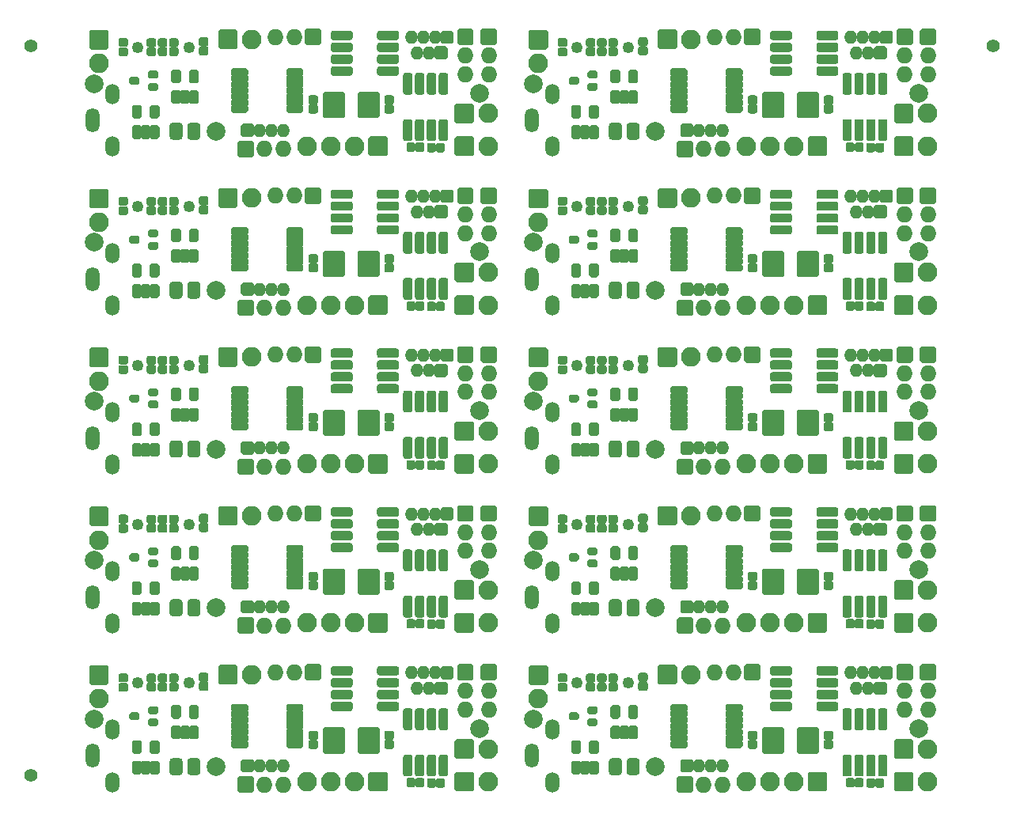
<source format=gbr>
G04 #@! TF.GenerationSoftware,KiCad,Pcbnew,(5.1.9)-1*
G04 #@! TF.CreationDate,2021-05-15T12:51:58+10:00*
G04 #@! TF.ProjectId,microBoSL-panel,6d696372-6f42-46f5-934c-2d70616e656c,rev?*
G04 #@! TF.SameCoordinates,Original*
G04 #@! TF.FileFunction,Soldermask,Bot*
G04 #@! TF.FilePolarity,Negative*
%FSLAX46Y46*%
G04 Gerber Fmt 4.6, Leading zero omitted, Abs format (unit mm)*
G04 Created by KiCad (PCBNEW (5.1.9)-1) date 2021-05-15 12:51:58*
%MOMM*%
%LPD*%
G01*
G04 APERTURE LIST*
%ADD10C,1.400000*%
%ADD11O,2.100000X2.100000*%
%ADD12O,1.500000X2.200000*%
%ADD13O,1.500000X2.600000*%
%ADD14C,1.250000*%
%ADD15O,1.400000X1.400000*%
%ADD16C,2.000000*%
%ADD17O,1.750000X1.750000*%
G04 APERTURE END LIST*
D10*
X22020997Y-123001033D03*
X124989005Y-44998997D03*
X22020997Y-44998997D03*
D11*
X98550006Y-123700033D03*
X101090006Y-123700033D03*
X103630006Y-123700033D03*
G36*
G01*
X105320006Y-122650033D02*
X107020006Y-122650033D01*
G75*
G02*
X107220006Y-122850033I0J-200000D01*
G01*
X107220006Y-124550033D01*
G75*
G02*
X107020006Y-124750033I-200000J0D01*
G01*
X105320006Y-124750033D01*
G75*
G02*
X105120006Y-124550033I0J200000D01*
G01*
X105120006Y-122850033D01*
G75*
G02*
X105320006Y-122650033I200000J0D01*
G01*
G37*
G36*
G01*
X75250006Y-113150033D02*
X75250006Y-111450033D01*
G75*
G02*
X75450006Y-111250033I200000J0D01*
G01*
X77150006Y-111250033D01*
G75*
G02*
X77350006Y-111450033I0J-200000D01*
G01*
X77350006Y-113150033D01*
G75*
G02*
X77150006Y-113350033I-200000J0D01*
G01*
X75450006Y-113350033D01*
G75*
G02*
X75250006Y-113150033I0J200000D01*
G01*
G37*
X76300006Y-114840033D03*
G36*
G01*
X90950006Y-113300033D02*
X89250006Y-113300033D01*
G75*
G02*
X89050006Y-113100033I0J200000D01*
G01*
X89050006Y-111400033D01*
G75*
G02*
X89250006Y-111200033I200000J0D01*
G01*
X90950006Y-111200033D01*
G75*
G02*
X91150006Y-111400033I0J-200000D01*
G01*
X91150006Y-113100033D01*
G75*
G02*
X90950006Y-113300033I-200000J0D01*
G01*
G37*
X92640006Y-112250033D03*
D12*
X77775006Y-118150033D03*
X77775006Y-123750033D03*
D13*
X75625006Y-120950033D03*
G36*
G01*
X98175006Y-115575033D02*
X98175006Y-116025033D01*
G75*
G02*
X97975006Y-116225033I-200000J0D01*
G01*
X96525006Y-116225033D01*
G75*
G02*
X96325006Y-116025033I0J200000D01*
G01*
X96325006Y-115575033D01*
G75*
G02*
X96525006Y-115375033I200000J0D01*
G01*
X97975006Y-115375033D01*
G75*
G02*
X98175006Y-115575033I0J-200000D01*
G01*
G37*
G36*
G01*
X98175006Y-116225033D02*
X98175006Y-116675033D01*
G75*
G02*
X97975006Y-116875033I-200000J0D01*
G01*
X96525006Y-116875033D01*
G75*
G02*
X96325006Y-116675033I0J200000D01*
G01*
X96325006Y-116225033D01*
G75*
G02*
X96525006Y-116025033I200000J0D01*
G01*
X97975006Y-116025033D01*
G75*
G02*
X98175006Y-116225033I0J-200000D01*
G01*
G37*
G36*
G01*
X98175006Y-116875033D02*
X98175006Y-117325033D01*
G75*
G02*
X97975006Y-117525033I-200000J0D01*
G01*
X96525006Y-117525033D01*
G75*
G02*
X96325006Y-117325033I0J200000D01*
G01*
X96325006Y-116875033D01*
G75*
G02*
X96525006Y-116675033I200000J0D01*
G01*
X97975006Y-116675033D01*
G75*
G02*
X98175006Y-116875033I0J-200000D01*
G01*
G37*
G36*
G01*
X98175006Y-117525033D02*
X98175006Y-117975033D01*
G75*
G02*
X97975006Y-118175033I-200000J0D01*
G01*
X96525006Y-118175033D01*
G75*
G02*
X96325006Y-117975033I0J200000D01*
G01*
X96325006Y-117525033D01*
G75*
G02*
X96525006Y-117325033I200000J0D01*
G01*
X97975006Y-117325033D01*
G75*
G02*
X98175006Y-117525033I0J-200000D01*
G01*
G37*
G36*
G01*
X98175006Y-118175033D02*
X98175006Y-118625033D01*
G75*
G02*
X97975006Y-118825033I-200000J0D01*
G01*
X96525006Y-118825033D01*
G75*
G02*
X96325006Y-118625033I0J200000D01*
G01*
X96325006Y-118175033D01*
G75*
G02*
X96525006Y-117975033I200000J0D01*
G01*
X97975006Y-117975033D01*
G75*
G02*
X98175006Y-118175033I0J-200000D01*
G01*
G37*
G36*
G01*
X98175006Y-118825033D02*
X98175006Y-119275033D01*
G75*
G02*
X97975006Y-119475033I-200000J0D01*
G01*
X96525006Y-119475033D01*
G75*
G02*
X96325006Y-119275033I0J200000D01*
G01*
X96325006Y-118825033D01*
G75*
G02*
X96525006Y-118625033I200000J0D01*
G01*
X97975006Y-118625033D01*
G75*
G02*
X98175006Y-118825033I0J-200000D01*
G01*
G37*
G36*
G01*
X98175006Y-119475033D02*
X98175006Y-119925033D01*
G75*
G02*
X97975006Y-120125033I-200000J0D01*
G01*
X96525006Y-120125033D01*
G75*
G02*
X96325006Y-119925033I0J200000D01*
G01*
X96325006Y-119475033D01*
G75*
G02*
X96525006Y-119275033I200000J0D01*
G01*
X97975006Y-119275033D01*
G75*
G02*
X98175006Y-119475033I0J-200000D01*
G01*
G37*
G36*
G01*
X92275006Y-119475033D02*
X92275006Y-119925033D01*
G75*
G02*
X92075006Y-120125033I-200000J0D01*
G01*
X90625006Y-120125033D01*
G75*
G02*
X90425006Y-119925033I0J200000D01*
G01*
X90425006Y-119475033D01*
G75*
G02*
X90625006Y-119275033I200000J0D01*
G01*
X92075006Y-119275033D01*
G75*
G02*
X92275006Y-119475033I0J-200000D01*
G01*
G37*
G36*
G01*
X92275006Y-118825033D02*
X92275006Y-119275033D01*
G75*
G02*
X92075006Y-119475033I-200000J0D01*
G01*
X90625006Y-119475033D01*
G75*
G02*
X90425006Y-119275033I0J200000D01*
G01*
X90425006Y-118825033D01*
G75*
G02*
X90625006Y-118625033I200000J0D01*
G01*
X92075006Y-118625033D01*
G75*
G02*
X92275006Y-118825033I0J-200000D01*
G01*
G37*
G36*
G01*
X92275006Y-118175033D02*
X92275006Y-118625033D01*
G75*
G02*
X92075006Y-118825033I-200000J0D01*
G01*
X90625006Y-118825033D01*
G75*
G02*
X90425006Y-118625033I0J200000D01*
G01*
X90425006Y-118175033D01*
G75*
G02*
X90625006Y-117975033I200000J0D01*
G01*
X92075006Y-117975033D01*
G75*
G02*
X92275006Y-118175033I0J-200000D01*
G01*
G37*
G36*
G01*
X92275006Y-117525033D02*
X92275006Y-117975033D01*
G75*
G02*
X92075006Y-118175033I-200000J0D01*
G01*
X90625006Y-118175033D01*
G75*
G02*
X90425006Y-117975033I0J200000D01*
G01*
X90425006Y-117525033D01*
G75*
G02*
X90625006Y-117325033I200000J0D01*
G01*
X92075006Y-117325033D01*
G75*
G02*
X92275006Y-117525033I0J-200000D01*
G01*
G37*
G36*
G01*
X92275006Y-116875033D02*
X92275006Y-117325033D01*
G75*
G02*
X92075006Y-117525033I-200000J0D01*
G01*
X90625006Y-117525033D01*
G75*
G02*
X90425006Y-117325033I0J200000D01*
G01*
X90425006Y-116875033D01*
G75*
G02*
X90625006Y-116675033I200000J0D01*
G01*
X92075006Y-116675033D01*
G75*
G02*
X92275006Y-116875033I0J-200000D01*
G01*
G37*
G36*
G01*
X92275006Y-116225033D02*
X92275006Y-116675033D01*
G75*
G02*
X92075006Y-116875033I-200000J0D01*
G01*
X90625006Y-116875033D01*
G75*
G02*
X90425006Y-116675033I0J200000D01*
G01*
X90425006Y-116225033D01*
G75*
G02*
X90625006Y-116025033I200000J0D01*
G01*
X92075006Y-116025033D01*
G75*
G02*
X92275006Y-116225033I0J-200000D01*
G01*
G37*
G36*
G01*
X92275006Y-115575033D02*
X92275006Y-116025033D01*
G75*
G02*
X92075006Y-116225033I-200000J0D01*
G01*
X90625006Y-116225033D01*
G75*
G02*
X90425006Y-116025033I0J200000D01*
G01*
X90425006Y-115575033D01*
G75*
G02*
X90625006Y-115375033I200000J0D01*
G01*
X92075006Y-115375033D01*
G75*
G02*
X92275006Y-115575033I0J-200000D01*
G01*
G37*
G36*
G01*
X107077506Y-118248033D02*
X107622506Y-118248033D01*
G75*
G02*
X107870006Y-118495533I0J-247500D01*
G01*
X107870006Y-118990533D01*
G75*
G02*
X107622506Y-119238033I-247500J0D01*
G01*
X107077506Y-119238033D01*
G75*
G02*
X106830006Y-118990533I0J247500D01*
G01*
X106830006Y-118495533D01*
G75*
G02*
X107077506Y-118248033I247500J0D01*
G01*
G37*
G36*
G01*
X107077506Y-119218033D02*
X107622506Y-119218033D01*
G75*
G02*
X107870006Y-119465533I0J-247500D01*
G01*
X107870006Y-119960533D01*
G75*
G02*
X107622506Y-120208033I-247500J0D01*
G01*
X107077506Y-120208033D01*
G75*
G02*
X106830006Y-119960533I0J247500D01*
G01*
X106830006Y-119465533D01*
G75*
G02*
X107077506Y-119218033I247500J0D01*
G01*
G37*
G36*
G01*
X99498506Y-120208033D02*
X98953506Y-120208033D01*
G75*
G02*
X98706006Y-119960533I0J247500D01*
G01*
X98706006Y-119465533D01*
G75*
G02*
X98953506Y-119218033I247500J0D01*
G01*
X99498506Y-119218033D01*
G75*
G02*
X99746006Y-119465533I0J-247500D01*
G01*
X99746006Y-119960533D01*
G75*
G02*
X99498506Y-120208033I-247500J0D01*
G01*
G37*
G36*
G01*
X99498506Y-119238033D02*
X98953506Y-119238033D01*
G75*
G02*
X98706006Y-118990533I0J247500D01*
G01*
X98706006Y-118495533D01*
G75*
G02*
X98953506Y-118248033I247500J0D01*
G01*
X99498506Y-118248033D01*
G75*
G02*
X99746006Y-118495533I0J-247500D01*
G01*
X99746006Y-118990533D01*
G75*
G02*
X99498506Y-119238033I-247500J0D01*
G01*
G37*
G36*
G01*
X87772506Y-113995033D02*
X87227506Y-113995033D01*
G75*
G02*
X86980006Y-113747533I0J247500D01*
G01*
X86980006Y-113252533D01*
G75*
G02*
X87227506Y-113005033I247500J0D01*
G01*
X87772506Y-113005033D01*
G75*
G02*
X88020006Y-113252533I0J-247500D01*
G01*
X88020006Y-113747533D01*
G75*
G02*
X87772506Y-113995033I-247500J0D01*
G01*
G37*
G36*
G01*
X87772506Y-113025033D02*
X87227506Y-113025033D01*
G75*
G02*
X86980006Y-112777533I0J247500D01*
G01*
X86980006Y-112282533D01*
G75*
G02*
X87227506Y-112035033I247500J0D01*
G01*
X87772506Y-112035033D01*
G75*
G02*
X88020006Y-112282533I0J-247500D01*
G01*
X88020006Y-112777533D01*
G75*
G02*
X87772506Y-113025033I-247500J0D01*
G01*
G37*
G36*
G01*
X87150006Y-121525033D02*
X87150006Y-122675033D01*
G75*
G02*
X86800006Y-123025033I-350000J0D01*
G01*
X86100006Y-123025033D01*
G75*
G02*
X85750006Y-122675033I0J350000D01*
G01*
X85750006Y-121525033D01*
G75*
G02*
X86100006Y-121175033I350000J0D01*
G01*
X86800006Y-121175033D01*
G75*
G02*
X87150006Y-121525033I0J-350000D01*
G01*
G37*
G36*
G01*
X85250006Y-121525033D02*
X85250006Y-122675033D01*
G75*
G02*
X84900006Y-123025033I-350000J0D01*
G01*
X84200006Y-123025033D01*
G75*
G02*
X83850006Y-122675033I0J350000D01*
G01*
X83850006Y-121525033D01*
G75*
G02*
X84200006Y-121175033I350000J0D01*
G01*
X84900006Y-121175033D01*
G75*
G02*
X85250006Y-121525033I0J-350000D01*
G01*
G37*
G36*
G01*
X83370006Y-114060033D02*
X82830006Y-114060033D01*
G75*
G02*
X82590006Y-113820033I0J240000D01*
G01*
X82590006Y-113340033D01*
G75*
G02*
X82830006Y-113100033I240000J0D01*
G01*
X83370006Y-113100033D01*
G75*
G02*
X83610006Y-113340033I0J-240000D01*
G01*
X83610006Y-113820033D01*
G75*
G02*
X83370006Y-114060033I-240000J0D01*
G01*
G37*
G36*
G01*
X83370006Y-113100033D02*
X82830006Y-113100033D01*
G75*
G02*
X82590006Y-112860033I0J240000D01*
G01*
X82590006Y-112380033D01*
G75*
G02*
X82830006Y-112140033I240000J0D01*
G01*
X83370006Y-112140033D01*
G75*
G02*
X83610006Y-112380033I0J-240000D01*
G01*
X83610006Y-112860033D01*
G75*
G02*
X83370006Y-113100033I-240000J0D01*
G01*
G37*
G36*
G01*
X81750006Y-115625033D02*
X82450006Y-115625033D01*
G75*
G02*
X82650006Y-115825033I0J-200000D01*
G01*
X82650006Y-116275033D01*
G75*
G02*
X82450006Y-116475033I-200000J0D01*
G01*
X81750006Y-116475033D01*
G75*
G02*
X81550006Y-116275033I0J200000D01*
G01*
X81550006Y-115825033D01*
G75*
G02*
X81750006Y-115625033I200000J0D01*
G01*
G37*
G36*
G01*
X81750006Y-116925033D02*
X82450006Y-116925033D01*
G75*
G02*
X82650006Y-117125033I0J-200000D01*
G01*
X82650006Y-117575033D01*
G75*
G02*
X82450006Y-117775033I-200000J0D01*
G01*
X81750006Y-117775033D01*
G75*
G02*
X81550006Y-117575033I0J200000D01*
G01*
X81550006Y-117125033D01*
G75*
G02*
X81750006Y-116925033I200000J0D01*
G01*
G37*
G36*
G01*
X79750006Y-116275033D02*
X80450006Y-116275033D01*
G75*
G02*
X80650006Y-116475033I0J-200000D01*
G01*
X80650006Y-116925033D01*
G75*
G02*
X80450006Y-117125033I-200000J0D01*
G01*
X79750006Y-117125033D01*
G75*
G02*
X79550006Y-116925033I0J200000D01*
G01*
X79550006Y-116475033D01*
G75*
G02*
X79750006Y-116275033I200000J0D01*
G01*
G37*
G36*
G01*
X79185006Y-114080033D02*
X78615006Y-114080033D01*
G75*
G02*
X78380006Y-113845033I0J235000D01*
G01*
X78380006Y-113375033D01*
G75*
G02*
X78615006Y-113140033I235000J0D01*
G01*
X79185006Y-113140033D01*
G75*
G02*
X79420006Y-113375033I0J-235000D01*
G01*
X79420006Y-113845033D01*
G75*
G02*
X79185006Y-114080033I-235000J0D01*
G01*
G37*
G36*
G01*
X79185006Y-113060033D02*
X78615006Y-113060033D01*
G75*
G02*
X78380006Y-112825033I0J235000D01*
G01*
X78380006Y-112355033D01*
G75*
G02*
X78615006Y-112120033I235000J0D01*
G01*
X79185006Y-112120033D01*
G75*
G02*
X79420006Y-112355033I0J-235000D01*
G01*
X79420006Y-112825033D01*
G75*
G02*
X79185006Y-113060033I-235000J0D01*
G01*
G37*
G36*
G01*
X84030006Y-112140033D02*
X84570006Y-112140033D01*
G75*
G02*
X84810006Y-112380033I0J-240000D01*
G01*
X84810006Y-112860033D01*
G75*
G02*
X84570006Y-113100033I-240000J0D01*
G01*
X84030006Y-113100033D01*
G75*
G02*
X83790006Y-112860033I0J240000D01*
G01*
X83790006Y-112380033D01*
G75*
G02*
X84030006Y-112140033I240000J0D01*
G01*
G37*
G36*
G01*
X84030006Y-113100033D02*
X84570006Y-113100033D01*
G75*
G02*
X84810006Y-113340033I0J-240000D01*
G01*
X84810006Y-113820033D01*
G75*
G02*
X84570006Y-114060033I-240000J0D01*
G01*
X84030006Y-114060033D01*
G75*
G02*
X83790006Y-113820033I0J240000D01*
G01*
X83790006Y-113340033D01*
G75*
G02*
X84030006Y-113100033I240000J0D01*
G01*
G37*
G36*
G01*
X82170006Y-114060033D02*
X81630006Y-114060033D01*
G75*
G02*
X81390006Y-113820033I0J240000D01*
G01*
X81390006Y-113340033D01*
G75*
G02*
X81630006Y-113100033I240000J0D01*
G01*
X82170006Y-113100033D01*
G75*
G02*
X82410006Y-113340033I0J-240000D01*
G01*
X82410006Y-113820033D01*
G75*
G02*
X82170006Y-114060033I-240000J0D01*
G01*
G37*
G36*
G01*
X82170006Y-113100033D02*
X81630006Y-113100033D01*
G75*
G02*
X81390006Y-112860033I0J240000D01*
G01*
X81390006Y-112380033D01*
G75*
G02*
X81630006Y-112140033I240000J0D01*
G01*
X82170006Y-112140033D01*
G75*
G02*
X82410006Y-112380033I0J-240000D01*
G01*
X82410006Y-112860033D01*
G75*
G02*
X82170006Y-113100033I-240000J0D01*
G01*
G37*
D14*
X80450006Y-113150033D03*
X85950006Y-113150033D03*
G36*
G01*
X82575006Y-122930033D02*
X81925006Y-122930033D01*
G75*
G02*
X81725006Y-122730033I0J200000D01*
G01*
X81725006Y-121670033D01*
G75*
G02*
X81925006Y-121470033I200000J0D01*
G01*
X82575006Y-121470033D01*
G75*
G02*
X82775006Y-121670033I0J-200000D01*
G01*
X82775006Y-122730033D01*
G75*
G02*
X82575006Y-122930033I-200000J0D01*
G01*
G37*
G36*
G01*
X81625006Y-122930033D02*
X80975006Y-122930033D01*
G75*
G02*
X80775006Y-122730033I0J200000D01*
G01*
X80775006Y-121670033D01*
G75*
G02*
X80975006Y-121470033I200000J0D01*
G01*
X81625006Y-121470033D01*
G75*
G02*
X81825006Y-121670033I0J-200000D01*
G01*
X81825006Y-122730033D01*
G75*
G02*
X81625006Y-122930033I-200000J0D01*
G01*
G37*
G36*
G01*
X80675006Y-122930033D02*
X80025006Y-122930033D01*
G75*
G02*
X79825006Y-122730033I0J200000D01*
G01*
X79825006Y-121670033D01*
G75*
G02*
X80025006Y-121470033I200000J0D01*
G01*
X80675006Y-121470033D01*
G75*
G02*
X80875006Y-121670033I0J-200000D01*
G01*
X80875006Y-122730033D01*
G75*
G02*
X80675006Y-122930033I-200000J0D01*
G01*
G37*
G36*
G01*
X80675006Y-120730033D02*
X80025006Y-120730033D01*
G75*
G02*
X79825006Y-120530033I0J200000D01*
G01*
X79825006Y-119470033D01*
G75*
G02*
X80025006Y-119270033I200000J0D01*
G01*
X80675006Y-119270033D01*
G75*
G02*
X80875006Y-119470033I0J-200000D01*
G01*
X80875006Y-120530033D01*
G75*
G02*
X80675006Y-120730033I-200000J0D01*
G01*
G37*
G36*
G01*
X82575006Y-120730033D02*
X81925006Y-120730033D01*
G75*
G02*
X81725006Y-120530033I0J200000D01*
G01*
X81725006Y-119470033D01*
G75*
G02*
X81925006Y-119270033I200000J0D01*
G01*
X82575006Y-119270033D01*
G75*
G02*
X82775006Y-119470033I0J-200000D01*
G01*
X82775006Y-120530033D01*
G75*
G02*
X82575006Y-120730033I-200000J0D01*
G01*
G37*
G36*
G01*
X86775006Y-119172033D02*
X86125006Y-119172033D01*
G75*
G02*
X85925006Y-118972033I0J200000D01*
G01*
X85925006Y-117912033D01*
G75*
G02*
X86125006Y-117712033I200000J0D01*
G01*
X86775006Y-117712033D01*
G75*
G02*
X86975006Y-117912033I0J-200000D01*
G01*
X86975006Y-118972033D01*
G75*
G02*
X86775006Y-119172033I-200000J0D01*
G01*
G37*
G36*
G01*
X85825006Y-119172033D02*
X85175006Y-119172033D01*
G75*
G02*
X84975006Y-118972033I0J200000D01*
G01*
X84975006Y-117912033D01*
G75*
G02*
X85175006Y-117712033I200000J0D01*
G01*
X85825006Y-117712033D01*
G75*
G02*
X86025006Y-117912033I0J-200000D01*
G01*
X86025006Y-118972033D01*
G75*
G02*
X85825006Y-119172033I-200000J0D01*
G01*
G37*
G36*
G01*
X84875006Y-119172033D02*
X84225006Y-119172033D01*
G75*
G02*
X84025006Y-118972033I0J200000D01*
G01*
X84025006Y-117912033D01*
G75*
G02*
X84225006Y-117712033I200000J0D01*
G01*
X84875006Y-117712033D01*
G75*
G02*
X85075006Y-117912033I0J-200000D01*
G01*
X85075006Y-118972033D01*
G75*
G02*
X84875006Y-119172033I-200000J0D01*
G01*
G37*
G36*
G01*
X84875006Y-116972033D02*
X84225006Y-116972033D01*
G75*
G02*
X84025006Y-116772033I0J200000D01*
G01*
X84025006Y-115712033D01*
G75*
G02*
X84225006Y-115512033I200000J0D01*
G01*
X84875006Y-115512033D01*
G75*
G02*
X85075006Y-115712033I0J-200000D01*
G01*
X85075006Y-116772033D01*
G75*
G02*
X84875006Y-116972033I-200000J0D01*
G01*
G37*
G36*
G01*
X86775006Y-116972033D02*
X86125006Y-116972033D01*
G75*
G02*
X85925006Y-116772033I0J200000D01*
G01*
X85925006Y-115712033D01*
G75*
G02*
X86125006Y-115512033I200000J0D01*
G01*
X86775006Y-115512033D01*
G75*
G02*
X86975006Y-115712033I0J-200000D01*
G01*
X86975006Y-116772033D01*
G75*
G02*
X86775006Y-116972033I-200000J0D01*
G01*
G37*
G36*
G01*
X101100006Y-115905033D02*
X101100006Y-115405033D01*
G75*
G02*
X101350006Y-115155033I250000J0D01*
G01*
X103200006Y-115155033D01*
G75*
G02*
X103450006Y-115405033I0J-250000D01*
G01*
X103450006Y-115905033D01*
G75*
G02*
X103200006Y-116155033I-250000J0D01*
G01*
X101350006Y-116155033D01*
G75*
G02*
X101100006Y-115905033I0J250000D01*
G01*
G37*
G36*
G01*
X101100006Y-114635033D02*
X101100006Y-114135033D01*
G75*
G02*
X101350006Y-113885033I250000J0D01*
G01*
X103200006Y-113885033D01*
G75*
G02*
X103450006Y-114135033I0J-250000D01*
G01*
X103450006Y-114635033D01*
G75*
G02*
X103200006Y-114885033I-250000J0D01*
G01*
X101350006Y-114885033D01*
G75*
G02*
X101100006Y-114635033I0J250000D01*
G01*
G37*
G36*
G01*
X101100006Y-113365033D02*
X101100006Y-112865033D01*
G75*
G02*
X101350006Y-112615033I250000J0D01*
G01*
X103200006Y-112615033D01*
G75*
G02*
X103450006Y-112865033I0J-250000D01*
G01*
X103450006Y-113365033D01*
G75*
G02*
X103200006Y-113615033I-250000J0D01*
G01*
X101350006Y-113615033D01*
G75*
G02*
X101100006Y-113365033I0J250000D01*
G01*
G37*
G36*
G01*
X101100006Y-112095033D02*
X101100006Y-111595033D01*
G75*
G02*
X101350006Y-111345033I250000J0D01*
G01*
X103200006Y-111345033D01*
G75*
G02*
X103450006Y-111595033I0J-250000D01*
G01*
X103450006Y-112095033D01*
G75*
G02*
X103200006Y-112345033I-250000J0D01*
G01*
X101350006Y-112345033D01*
G75*
G02*
X101100006Y-112095033I0J250000D01*
G01*
G37*
G36*
G01*
X106050006Y-112095033D02*
X106050006Y-111595033D01*
G75*
G02*
X106300006Y-111345033I250000J0D01*
G01*
X108150006Y-111345033D01*
G75*
G02*
X108400006Y-111595033I0J-250000D01*
G01*
X108400006Y-112095033D01*
G75*
G02*
X108150006Y-112345033I-250000J0D01*
G01*
X106300006Y-112345033D01*
G75*
G02*
X106050006Y-112095033I0J250000D01*
G01*
G37*
G36*
G01*
X106050006Y-113365033D02*
X106050006Y-112865033D01*
G75*
G02*
X106300006Y-112615033I250000J0D01*
G01*
X108150006Y-112615033D01*
G75*
G02*
X108400006Y-112865033I0J-250000D01*
G01*
X108400006Y-113365033D01*
G75*
G02*
X108150006Y-113615033I-250000J0D01*
G01*
X106300006Y-113615033D01*
G75*
G02*
X106050006Y-113365033I0J250000D01*
G01*
G37*
G36*
G01*
X106050006Y-114635033D02*
X106050006Y-114135033D01*
G75*
G02*
X106300006Y-113885033I250000J0D01*
G01*
X108150006Y-113885033D01*
G75*
G02*
X108400006Y-114135033I0J-250000D01*
G01*
X108400006Y-114635033D01*
G75*
G02*
X108150006Y-114885033I-250000J0D01*
G01*
X106300006Y-114885033D01*
G75*
G02*
X106050006Y-114635033I0J250000D01*
G01*
G37*
G36*
G01*
X106050006Y-115905033D02*
X106050006Y-115405033D01*
G75*
G02*
X106300006Y-115155033I250000J0D01*
G01*
X108150006Y-115155033D01*
G75*
G02*
X108400006Y-115405033I0J-250000D01*
G01*
X108400006Y-115905033D01*
G75*
G02*
X108150006Y-116155033I-250000J0D01*
G01*
X106300006Y-116155033D01*
G75*
G02*
X106050006Y-115905033I0J250000D01*
G01*
G37*
G36*
G01*
X106340006Y-118100033D02*
X106340006Y-120500033D01*
G75*
G02*
X106140006Y-120700033I-200000J0D01*
G01*
X104140006Y-120700033D01*
G75*
G02*
X103940006Y-120500033I0J200000D01*
G01*
X103940006Y-118100033D01*
G75*
G02*
X104140006Y-117900033I200000J0D01*
G01*
X106140006Y-117900033D01*
G75*
G02*
X106340006Y-118100033I0J-200000D01*
G01*
G37*
G36*
G01*
X102640006Y-118100033D02*
X102640006Y-120500033D01*
G75*
G02*
X102440006Y-120700033I-200000J0D01*
G01*
X100440006Y-120700033D01*
G75*
G02*
X100240006Y-120500033I0J200000D01*
G01*
X100240006Y-118100033D01*
G75*
G02*
X100440006Y-117900033I200000J0D01*
G01*
X102440006Y-117900033D01*
G75*
G02*
X102640006Y-118100033I0J-200000D01*
G01*
G37*
G36*
G01*
X113050006Y-111350033D02*
X114050006Y-111350033D01*
G75*
G02*
X114250006Y-111550033I0J-200000D01*
G01*
X114250006Y-112550033D01*
G75*
G02*
X114050006Y-112750033I-200000J0D01*
G01*
X113050006Y-112750033D01*
G75*
G02*
X112850006Y-112550033I0J200000D01*
G01*
X112850006Y-111550033D01*
G75*
G02*
X113050006Y-111350033I200000J0D01*
G01*
G37*
D15*
X112280006Y-112050033D03*
X111010006Y-112050033D03*
X109740006Y-112050033D03*
G36*
G01*
X112400006Y-113000033D02*
X113400006Y-113000033D01*
G75*
G02*
X113600006Y-113200033I0J-200000D01*
G01*
X113600006Y-114200033D01*
G75*
G02*
X113400006Y-114400033I-200000J0D01*
G01*
X112400006Y-114400033D01*
G75*
G02*
X112200006Y-114200033I0J200000D01*
G01*
X112200006Y-113200033D01*
G75*
G02*
X112400006Y-113000033I200000J0D01*
G01*
G37*
X111630006Y-113700033D03*
X110360006Y-113700033D03*
D16*
X88800006Y-122100033D03*
X75800006Y-117000033D03*
X117000006Y-118000033D03*
G36*
G01*
X109190006Y-124070033D02*
X109190006Y-123530033D01*
G75*
G02*
X109430006Y-123290033I240000J0D01*
G01*
X109910006Y-123290033D01*
G75*
G02*
X110150006Y-123530033I0J-240000D01*
G01*
X110150006Y-124070033D01*
G75*
G02*
X109910006Y-124310033I-240000J0D01*
G01*
X109430006Y-124310033D01*
G75*
G02*
X109190006Y-124070033I0J240000D01*
G01*
G37*
G36*
G01*
X110150006Y-124070033D02*
X110150006Y-123530033D01*
G75*
G02*
X110390006Y-123290033I240000J0D01*
G01*
X110870006Y-123290033D01*
G75*
G02*
X111110006Y-123530033I0J-240000D01*
G01*
X111110006Y-124070033D01*
G75*
G02*
X110870006Y-124310033I-240000J0D01*
G01*
X110390006Y-124310033D01*
G75*
G02*
X110150006Y-124070033I0J240000D01*
G01*
G37*
G36*
G01*
X111390006Y-124120033D02*
X111390006Y-123580033D01*
G75*
G02*
X111630006Y-123340033I240000J0D01*
G01*
X112110006Y-123340033D01*
G75*
G02*
X112350006Y-123580033I0J-240000D01*
G01*
X112350006Y-124120033D01*
G75*
G02*
X112110006Y-124360033I-240000J0D01*
G01*
X111630006Y-124360033D01*
G75*
G02*
X111390006Y-124120033I0J240000D01*
G01*
G37*
G36*
G01*
X112350006Y-124120033D02*
X112350006Y-123580033D01*
G75*
G02*
X112590006Y-123340033I240000J0D01*
G01*
X113070006Y-123340033D01*
G75*
G02*
X113310006Y-123580033I0J-240000D01*
G01*
X113310006Y-124120033D01*
G75*
G02*
X113070006Y-124360033I-240000J0D01*
G01*
X112590006Y-124360033D01*
G75*
G02*
X112350006Y-124120033I0J240000D01*
G01*
G37*
G36*
G01*
X116250006Y-121250033D02*
X114550006Y-121250033D01*
G75*
G02*
X114350006Y-121050033I0J200000D01*
G01*
X114350006Y-119350033D01*
G75*
G02*
X114550006Y-119150033I200000J0D01*
G01*
X116250006Y-119150033D01*
G75*
G02*
X116450006Y-119350033I0J-200000D01*
G01*
X116450006Y-121050033D01*
G75*
G02*
X116250006Y-121250033I-200000J0D01*
G01*
G37*
D11*
X117940006Y-120200033D03*
G36*
G01*
X116250006Y-124750033D02*
X114550006Y-124750033D01*
G75*
G02*
X114350006Y-124550033I0J200000D01*
G01*
X114350006Y-122850033D01*
G75*
G02*
X114550006Y-122650033I200000J0D01*
G01*
X116250006Y-122650033D01*
G75*
G02*
X116450006Y-122850033I0J-200000D01*
G01*
X116450006Y-124550033D01*
G75*
G02*
X116250006Y-124750033I-200000J0D01*
G01*
G37*
X117940006Y-123700033D03*
G36*
G01*
X113405006Y-123150033D02*
X112905006Y-123150033D01*
G75*
G02*
X112655006Y-122900033I0J250000D01*
G01*
X112655006Y-121050033D01*
G75*
G02*
X112905006Y-120800033I250000J0D01*
G01*
X113405006Y-120800033D01*
G75*
G02*
X113655006Y-121050033I0J-250000D01*
G01*
X113655006Y-122900033D01*
G75*
G02*
X113405006Y-123150033I-250000J0D01*
G01*
G37*
G36*
G01*
X112135006Y-123150033D02*
X111635006Y-123150033D01*
G75*
G02*
X111385006Y-122900033I0J250000D01*
G01*
X111385006Y-121050033D01*
G75*
G02*
X111635006Y-120800033I250000J0D01*
G01*
X112135006Y-120800033D01*
G75*
G02*
X112385006Y-121050033I0J-250000D01*
G01*
X112385006Y-122900033D01*
G75*
G02*
X112135006Y-123150033I-250000J0D01*
G01*
G37*
G36*
G01*
X110865006Y-123150033D02*
X110365006Y-123150033D01*
G75*
G02*
X110115006Y-122900033I0J250000D01*
G01*
X110115006Y-121050033D01*
G75*
G02*
X110365006Y-120800033I250000J0D01*
G01*
X110865006Y-120800033D01*
G75*
G02*
X111115006Y-121050033I0J-250000D01*
G01*
X111115006Y-122900033D01*
G75*
G02*
X110865006Y-123150033I-250000J0D01*
G01*
G37*
G36*
G01*
X109595006Y-123150033D02*
X109095006Y-123150033D01*
G75*
G02*
X108845006Y-122900033I0J250000D01*
G01*
X108845006Y-121050033D01*
G75*
G02*
X109095006Y-120800033I250000J0D01*
G01*
X109595006Y-120800033D01*
G75*
G02*
X109845006Y-121050033I0J-250000D01*
G01*
X109845006Y-122900033D01*
G75*
G02*
X109595006Y-123150033I-250000J0D01*
G01*
G37*
G36*
G01*
X109595006Y-118200033D02*
X109095006Y-118200033D01*
G75*
G02*
X108845006Y-117950033I0J250000D01*
G01*
X108845006Y-116100033D01*
G75*
G02*
X109095006Y-115850033I250000J0D01*
G01*
X109595006Y-115850033D01*
G75*
G02*
X109845006Y-116100033I0J-250000D01*
G01*
X109845006Y-117950033D01*
G75*
G02*
X109595006Y-118200033I-250000J0D01*
G01*
G37*
G36*
G01*
X110865006Y-118200033D02*
X110365006Y-118200033D01*
G75*
G02*
X110115006Y-117950033I0J250000D01*
G01*
X110115006Y-116100033D01*
G75*
G02*
X110365006Y-115850033I250000J0D01*
G01*
X110865006Y-115850033D01*
G75*
G02*
X111115006Y-116100033I0J-250000D01*
G01*
X111115006Y-117950033D01*
G75*
G02*
X110865006Y-118200033I-250000J0D01*
G01*
G37*
G36*
G01*
X112135006Y-118200033D02*
X111635006Y-118200033D01*
G75*
G02*
X111385006Y-117950033I0J250000D01*
G01*
X111385006Y-116100033D01*
G75*
G02*
X111635006Y-115850033I250000J0D01*
G01*
X112135006Y-115850033D01*
G75*
G02*
X112385006Y-116100033I0J-250000D01*
G01*
X112385006Y-117950033D01*
G75*
G02*
X112135006Y-118200033I-250000J0D01*
G01*
G37*
G36*
G01*
X113405006Y-118200033D02*
X112905006Y-118200033D01*
G75*
G02*
X112655006Y-117950033I0J250000D01*
G01*
X112655006Y-116100033D01*
G75*
G02*
X112905006Y-115850033I250000J0D01*
G01*
X113405006Y-115850033D01*
G75*
G02*
X113655006Y-116100033I0J-250000D01*
G01*
X113655006Y-117950033D01*
G75*
G02*
X113405006Y-118200033I-250000J0D01*
G01*
G37*
G36*
G01*
X92675006Y-124875033D02*
X91325006Y-124875033D01*
G75*
G02*
X91125006Y-124675033I0J200000D01*
G01*
X91125006Y-123325033D01*
G75*
G02*
X91325006Y-123125033I200000J0D01*
G01*
X92675006Y-123125033D01*
G75*
G02*
X92875006Y-123325033I0J-200000D01*
G01*
X92875006Y-124675033D01*
G75*
G02*
X92675006Y-124875033I-200000J0D01*
G01*
G37*
D17*
X94000006Y-124000033D03*
X96000006Y-124000033D03*
G36*
G01*
X98525006Y-111125033D02*
X99875006Y-111125033D01*
G75*
G02*
X100075006Y-111325033I0J-200000D01*
G01*
X100075006Y-112675033D01*
G75*
G02*
X99875006Y-112875033I-200000J0D01*
G01*
X98525006Y-112875033D01*
G75*
G02*
X98325006Y-112675033I0J200000D01*
G01*
X98325006Y-111325033D01*
G75*
G02*
X98525006Y-111125033I200000J0D01*
G01*
G37*
X97200006Y-112000033D03*
X95200006Y-112000033D03*
G36*
G01*
X114625006Y-112675033D02*
X114625006Y-111325033D01*
G75*
G02*
X114825006Y-111125033I200000J0D01*
G01*
X116175006Y-111125033D01*
G75*
G02*
X116375006Y-111325033I0J-200000D01*
G01*
X116375006Y-112675033D01*
G75*
G02*
X116175006Y-112875033I-200000J0D01*
G01*
X114825006Y-112875033D01*
G75*
G02*
X114625006Y-112675033I0J200000D01*
G01*
G37*
X115500006Y-114000033D03*
X115500006Y-116000033D03*
G36*
G01*
X117125006Y-112675033D02*
X117125006Y-111325033D01*
G75*
G02*
X117325006Y-111125033I200000J0D01*
G01*
X118675006Y-111125033D01*
G75*
G02*
X118875006Y-111325033I0J-200000D01*
G01*
X118875006Y-112675033D01*
G75*
G02*
X118675006Y-112875033I-200000J0D01*
G01*
X117325006Y-112875033D01*
G75*
G02*
X117125006Y-112675033I0J200000D01*
G01*
G37*
X118000006Y-114000033D03*
X118000006Y-116000033D03*
G36*
G01*
X92690006Y-122700033D02*
X91690006Y-122700033D01*
G75*
G02*
X91490006Y-122500033I0J200000D01*
G01*
X91490006Y-121500033D01*
G75*
G02*
X91690006Y-121300033I200000J0D01*
G01*
X92690006Y-121300033D01*
G75*
G02*
X92890006Y-121500033I0J-200000D01*
G01*
X92890006Y-122500033D01*
G75*
G02*
X92690006Y-122700033I-200000J0D01*
G01*
G37*
D15*
X93460006Y-122000033D03*
X94730006Y-122000033D03*
X96000006Y-122000033D03*
D11*
X51549997Y-123700033D03*
X54089997Y-123700033D03*
X56629997Y-123700033D03*
G36*
G01*
X58319997Y-122650033D02*
X60019997Y-122650033D01*
G75*
G02*
X60219997Y-122850033I0J-200000D01*
G01*
X60219997Y-124550033D01*
G75*
G02*
X60019997Y-124750033I-200000J0D01*
G01*
X58319997Y-124750033D01*
G75*
G02*
X58119997Y-124550033I0J200000D01*
G01*
X58119997Y-122850033D01*
G75*
G02*
X58319997Y-122650033I200000J0D01*
G01*
G37*
G36*
G01*
X28249997Y-113150033D02*
X28249997Y-111450033D01*
G75*
G02*
X28449997Y-111250033I200000J0D01*
G01*
X30149997Y-111250033D01*
G75*
G02*
X30349997Y-111450033I0J-200000D01*
G01*
X30349997Y-113150033D01*
G75*
G02*
X30149997Y-113350033I-200000J0D01*
G01*
X28449997Y-113350033D01*
G75*
G02*
X28249997Y-113150033I0J200000D01*
G01*
G37*
X29299997Y-114840033D03*
G36*
G01*
X43949997Y-113300033D02*
X42249997Y-113300033D01*
G75*
G02*
X42049997Y-113100033I0J200000D01*
G01*
X42049997Y-111400033D01*
G75*
G02*
X42249997Y-111200033I200000J0D01*
G01*
X43949997Y-111200033D01*
G75*
G02*
X44149997Y-111400033I0J-200000D01*
G01*
X44149997Y-113100033D01*
G75*
G02*
X43949997Y-113300033I-200000J0D01*
G01*
G37*
X45639997Y-112250033D03*
D12*
X30774997Y-118150033D03*
X30774997Y-123750033D03*
D13*
X28624997Y-120950033D03*
G36*
G01*
X51174997Y-115575033D02*
X51174997Y-116025033D01*
G75*
G02*
X50974997Y-116225033I-200000J0D01*
G01*
X49524997Y-116225033D01*
G75*
G02*
X49324997Y-116025033I0J200000D01*
G01*
X49324997Y-115575033D01*
G75*
G02*
X49524997Y-115375033I200000J0D01*
G01*
X50974997Y-115375033D01*
G75*
G02*
X51174997Y-115575033I0J-200000D01*
G01*
G37*
G36*
G01*
X51174997Y-116225033D02*
X51174997Y-116675033D01*
G75*
G02*
X50974997Y-116875033I-200000J0D01*
G01*
X49524997Y-116875033D01*
G75*
G02*
X49324997Y-116675033I0J200000D01*
G01*
X49324997Y-116225033D01*
G75*
G02*
X49524997Y-116025033I200000J0D01*
G01*
X50974997Y-116025033D01*
G75*
G02*
X51174997Y-116225033I0J-200000D01*
G01*
G37*
G36*
G01*
X51174997Y-116875033D02*
X51174997Y-117325033D01*
G75*
G02*
X50974997Y-117525033I-200000J0D01*
G01*
X49524997Y-117525033D01*
G75*
G02*
X49324997Y-117325033I0J200000D01*
G01*
X49324997Y-116875033D01*
G75*
G02*
X49524997Y-116675033I200000J0D01*
G01*
X50974997Y-116675033D01*
G75*
G02*
X51174997Y-116875033I0J-200000D01*
G01*
G37*
G36*
G01*
X51174997Y-117525033D02*
X51174997Y-117975033D01*
G75*
G02*
X50974997Y-118175033I-200000J0D01*
G01*
X49524997Y-118175033D01*
G75*
G02*
X49324997Y-117975033I0J200000D01*
G01*
X49324997Y-117525033D01*
G75*
G02*
X49524997Y-117325033I200000J0D01*
G01*
X50974997Y-117325033D01*
G75*
G02*
X51174997Y-117525033I0J-200000D01*
G01*
G37*
G36*
G01*
X51174997Y-118175033D02*
X51174997Y-118625033D01*
G75*
G02*
X50974997Y-118825033I-200000J0D01*
G01*
X49524997Y-118825033D01*
G75*
G02*
X49324997Y-118625033I0J200000D01*
G01*
X49324997Y-118175033D01*
G75*
G02*
X49524997Y-117975033I200000J0D01*
G01*
X50974997Y-117975033D01*
G75*
G02*
X51174997Y-118175033I0J-200000D01*
G01*
G37*
G36*
G01*
X51174997Y-118825033D02*
X51174997Y-119275033D01*
G75*
G02*
X50974997Y-119475033I-200000J0D01*
G01*
X49524997Y-119475033D01*
G75*
G02*
X49324997Y-119275033I0J200000D01*
G01*
X49324997Y-118825033D01*
G75*
G02*
X49524997Y-118625033I200000J0D01*
G01*
X50974997Y-118625033D01*
G75*
G02*
X51174997Y-118825033I0J-200000D01*
G01*
G37*
G36*
G01*
X51174997Y-119475033D02*
X51174997Y-119925033D01*
G75*
G02*
X50974997Y-120125033I-200000J0D01*
G01*
X49524997Y-120125033D01*
G75*
G02*
X49324997Y-119925033I0J200000D01*
G01*
X49324997Y-119475033D01*
G75*
G02*
X49524997Y-119275033I200000J0D01*
G01*
X50974997Y-119275033D01*
G75*
G02*
X51174997Y-119475033I0J-200000D01*
G01*
G37*
G36*
G01*
X45274997Y-119475033D02*
X45274997Y-119925033D01*
G75*
G02*
X45074997Y-120125033I-200000J0D01*
G01*
X43624997Y-120125033D01*
G75*
G02*
X43424997Y-119925033I0J200000D01*
G01*
X43424997Y-119475033D01*
G75*
G02*
X43624997Y-119275033I200000J0D01*
G01*
X45074997Y-119275033D01*
G75*
G02*
X45274997Y-119475033I0J-200000D01*
G01*
G37*
G36*
G01*
X45274997Y-118825033D02*
X45274997Y-119275033D01*
G75*
G02*
X45074997Y-119475033I-200000J0D01*
G01*
X43624997Y-119475033D01*
G75*
G02*
X43424997Y-119275033I0J200000D01*
G01*
X43424997Y-118825033D01*
G75*
G02*
X43624997Y-118625033I200000J0D01*
G01*
X45074997Y-118625033D01*
G75*
G02*
X45274997Y-118825033I0J-200000D01*
G01*
G37*
G36*
G01*
X45274997Y-118175033D02*
X45274997Y-118625033D01*
G75*
G02*
X45074997Y-118825033I-200000J0D01*
G01*
X43624997Y-118825033D01*
G75*
G02*
X43424997Y-118625033I0J200000D01*
G01*
X43424997Y-118175033D01*
G75*
G02*
X43624997Y-117975033I200000J0D01*
G01*
X45074997Y-117975033D01*
G75*
G02*
X45274997Y-118175033I0J-200000D01*
G01*
G37*
G36*
G01*
X45274997Y-117525033D02*
X45274997Y-117975033D01*
G75*
G02*
X45074997Y-118175033I-200000J0D01*
G01*
X43624997Y-118175033D01*
G75*
G02*
X43424997Y-117975033I0J200000D01*
G01*
X43424997Y-117525033D01*
G75*
G02*
X43624997Y-117325033I200000J0D01*
G01*
X45074997Y-117325033D01*
G75*
G02*
X45274997Y-117525033I0J-200000D01*
G01*
G37*
G36*
G01*
X45274997Y-116875033D02*
X45274997Y-117325033D01*
G75*
G02*
X45074997Y-117525033I-200000J0D01*
G01*
X43624997Y-117525033D01*
G75*
G02*
X43424997Y-117325033I0J200000D01*
G01*
X43424997Y-116875033D01*
G75*
G02*
X43624997Y-116675033I200000J0D01*
G01*
X45074997Y-116675033D01*
G75*
G02*
X45274997Y-116875033I0J-200000D01*
G01*
G37*
G36*
G01*
X45274997Y-116225033D02*
X45274997Y-116675033D01*
G75*
G02*
X45074997Y-116875033I-200000J0D01*
G01*
X43624997Y-116875033D01*
G75*
G02*
X43424997Y-116675033I0J200000D01*
G01*
X43424997Y-116225033D01*
G75*
G02*
X43624997Y-116025033I200000J0D01*
G01*
X45074997Y-116025033D01*
G75*
G02*
X45274997Y-116225033I0J-200000D01*
G01*
G37*
G36*
G01*
X45274997Y-115575033D02*
X45274997Y-116025033D01*
G75*
G02*
X45074997Y-116225033I-200000J0D01*
G01*
X43624997Y-116225033D01*
G75*
G02*
X43424997Y-116025033I0J200000D01*
G01*
X43424997Y-115575033D01*
G75*
G02*
X43624997Y-115375033I200000J0D01*
G01*
X45074997Y-115375033D01*
G75*
G02*
X45274997Y-115575033I0J-200000D01*
G01*
G37*
G36*
G01*
X60077497Y-118248033D02*
X60622497Y-118248033D01*
G75*
G02*
X60869997Y-118495533I0J-247500D01*
G01*
X60869997Y-118990533D01*
G75*
G02*
X60622497Y-119238033I-247500J0D01*
G01*
X60077497Y-119238033D01*
G75*
G02*
X59829997Y-118990533I0J247500D01*
G01*
X59829997Y-118495533D01*
G75*
G02*
X60077497Y-118248033I247500J0D01*
G01*
G37*
G36*
G01*
X60077497Y-119218033D02*
X60622497Y-119218033D01*
G75*
G02*
X60869997Y-119465533I0J-247500D01*
G01*
X60869997Y-119960533D01*
G75*
G02*
X60622497Y-120208033I-247500J0D01*
G01*
X60077497Y-120208033D01*
G75*
G02*
X59829997Y-119960533I0J247500D01*
G01*
X59829997Y-119465533D01*
G75*
G02*
X60077497Y-119218033I247500J0D01*
G01*
G37*
G36*
G01*
X52498497Y-120208033D02*
X51953497Y-120208033D01*
G75*
G02*
X51705997Y-119960533I0J247500D01*
G01*
X51705997Y-119465533D01*
G75*
G02*
X51953497Y-119218033I247500J0D01*
G01*
X52498497Y-119218033D01*
G75*
G02*
X52745997Y-119465533I0J-247500D01*
G01*
X52745997Y-119960533D01*
G75*
G02*
X52498497Y-120208033I-247500J0D01*
G01*
G37*
G36*
G01*
X52498497Y-119238033D02*
X51953497Y-119238033D01*
G75*
G02*
X51705997Y-118990533I0J247500D01*
G01*
X51705997Y-118495533D01*
G75*
G02*
X51953497Y-118248033I247500J0D01*
G01*
X52498497Y-118248033D01*
G75*
G02*
X52745997Y-118495533I0J-247500D01*
G01*
X52745997Y-118990533D01*
G75*
G02*
X52498497Y-119238033I-247500J0D01*
G01*
G37*
G36*
G01*
X40772497Y-113995033D02*
X40227497Y-113995033D01*
G75*
G02*
X39979997Y-113747533I0J247500D01*
G01*
X39979997Y-113252533D01*
G75*
G02*
X40227497Y-113005033I247500J0D01*
G01*
X40772497Y-113005033D01*
G75*
G02*
X41019997Y-113252533I0J-247500D01*
G01*
X41019997Y-113747533D01*
G75*
G02*
X40772497Y-113995033I-247500J0D01*
G01*
G37*
G36*
G01*
X40772497Y-113025033D02*
X40227497Y-113025033D01*
G75*
G02*
X39979997Y-112777533I0J247500D01*
G01*
X39979997Y-112282533D01*
G75*
G02*
X40227497Y-112035033I247500J0D01*
G01*
X40772497Y-112035033D01*
G75*
G02*
X41019997Y-112282533I0J-247500D01*
G01*
X41019997Y-112777533D01*
G75*
G02*
X40772497Y-113025033I-247500J0D01*
G01*
G37*
G36*
G01*
X40149997Y-121525033D02*
X40149997Y-122675033D01*
G75*
G02*
X39799997Y-123025033I-350000J0D01*
G01*
X39099997Y-123025033D01*
G75*
G02*
X38749997Y-122675033I0J350000D01*
G01*
X38749997Y-121525033D01*
G75*
G02*
X39099997Y-121175033I350000J0D01*
G01*
X39799997Y-121175033D01*
G75*
G02*
X40149997Y-121525033I0J-350000D01*
G01*
G37*
G36*
G01*
X38249997Y-121525033D02*
X38249997Y-122675033D01*
G75*
G02*
X37899997Y-123025033I-350000J0D01*
G01*
X37199997Y-123025033D01*
G75*
G02*
X36849997Y-122675033I0J350000D01*
G01*
X36849997Y-121525033D01*
G75*
G02*
X37199997Y-121175033I350000J0D01*
G01*
X37899997Y-121175033D01*
G75*
G02*
X38249997Y-121525033I0J-350000D01*
G01*
G37*
G36*
G01*
X36369997Y-114060033D02*
X35829997Y-114060033D01*
G75*
G02*
X35589997Y-113820033I0J240000D01*
G01*
X35589997Y-113340033D01*
G75*
G02*
X35829997Y-113100033I240000J0D01*
G01*
X36369997Y-113100033D01*
G75*
G02*
X36609997Y-113340033I0J-240000D01*
G01*
X36609997Y-113820033D01*
G75*
G02*
X36369997Y-114060033I-240000J0D01*
G01*
G37*
G36*
G01*
X36369997Y-113100033D02*
X35829997Y-113100033D01*
G75*
G02*
X35589997Y-112860033I0J240000D01*
G01*
X35589997Y-112380033D01*
G75*
G02*
X35829997Y-112140033I240000J0D01*
G01*
X36369997Y-112140033D01*
G75*
G02*
X36609997Y-112380033I0J-240000D01*
G01*
X36609997Y-112860033D01*
G75*
G02*
X36369997Y-113100033I-240000J0D01*
G01*
G37*
G36*
G01*
X34749997Y-115625033D02*
X35449997Y-115625033D01*
G75*
G02*
X35649997Y-115825033I0J-200000D01*
G01*
X35649997Y-116275033D01*
G75*
G02*
X35449997Y-116475033I-200000J0D01*
G01*
X34749997Y-116475033D01*
G75*
G02*
X34549997Y-116275033I0J200000D01*
G01*
X34549997Y-115825033D01*
G75*
G02*
X34749997Y-115625033I200000J0D01*
G01*
G37*
G36*
G01*
X34749997Y-116925033D02*
X35449997Y-116925033D01*
G75*
G02*
X35649997Y-117125033I0J-200000D01*
G01*
X35649997Y-117575033D01*
G75*
G02*
X35449997Y-117775033I-200000J0D01*
G01*
X34749997Y-117775033D01*
G75*
G02*
X34549997Y-117575033I0J200000D01*
G01*
X34549997Y-117125033D01*
G75*
G02*
X34749997Y-116925033I200000J0D01*
G01*
G37*
G36*
G01*
X32749997Y-116275033D02*
X33449997Y-116275033D01*
G75*
G02*
X33649997Y-116475033I0J-200000D01*
G01*
X33649997Y-116925033D01*
G75*
G02*
X33449997Y-117125033I-200000J0D01*
G01*
X32749997Y-117125033D01*
G75*
G02*
X32549997Y-116925033I0J200000D01*
G01*
X32549997Y-116475033D01*
G75*
G02*
X32749997Y-116275033I200000J0D01*
G01*
G37*
G36*
G01*
X32184997Y-114080033D02*
X31614997Y-114080033D01*
G75*
G02*
X31379997Y-113845033I0J235000D01*
G01*
X31379997Y-113375033D01*
G75*
G02*
X31614997Y-113140033I235000J0D01*
G01*
X32184997Y-113140033D01*
G75*
G02*
X32419997Y-113375033I0J-235000D01*
G01*
X32419997Y-113845033D01*
G75*
G02*
X32184997Y-114080033I-235000J0D01*
G01*
G37*
G36*
G01*
X32184997Y-113060033D02*
X31614997Y-113060033D01*
G75*
G02*
X31379997Y-112825033I0J235000D01*
G01*
X31379997Y-112355033D01*
G75*
G02*
X31614997Y-112120033I235000J0D01*
G01*
X32184997Y-112120033D01*
G75*
G02*
X32419997Y-112355033I0J-235000D01*
G01*
X32419997Y-112825033D01*
G75*
G02*
X32184997Y-113060033I-235000J0D01*
G01*
G37*
G36*
G01*
X37029997Y-112140033D02*
X37569997Y-112140033D01*
G75*
G02*
X37809997Y-112380033I0J-240000D01*
G01*
X37809997Y-112860033D01*
G75*
G02*
X37569997Y-113100033I-240000J0D01*
G01*
X37029997Y-113100033D01*
G75*
G02*
X36789997Y-112860033I0J240000D01*
G01*
X36789997Y-112380033D01*
G75*
G02*
X37029997Y-112140033I240000J0D01*
G01*
G37*
G36*
G01*
X37029997Y-113100033D02*
X37569997Y-113100033D01*
G75*
G02*
X37809997Y-113340033I0J-240000D01*
G01*
X37809997Y-113820033D01*
G75*
G02*
X37569997Y-114060033I-240000J0D01*
G01*
X37029997Y-114060033D01*
G75*
G02*
X36789997Y-113820033I0J240000D01*
G01*
X36789997Y-113340033D01*
G75*
G02*
X37029997Y-113100033I240000J0D01*
G01*
G37*
G36*
G01*
X35169997Y-114060033D02*
X34629997Y-114060033D01*
G75*
G02*
X34389997Y-113820033I0J240000D01*
G01*
X34389997Y-113340033D01*
G75*
G02*
X34629997Y-113100033I240000J0D01*
G01*
X35169997Y-113100033D01*
G75*
G02*
X35409997Y-113340033I0J-240000D01*
G01*
X35409997Y-113820033D01*
G75*
G02*
X35169997Y-114060033I-240000J0D01*
G01*
G37*
G36*
G01*
X35169997Y-113100033D02*
X34629997Y-113100033D01*
G75*
G02*
X34389997Y-112860033I0J240000D01*
G01*
X34389997Y-112380033D01*
G75*
G02*
X34629997Y-112140033I240000J0D01*
G01*
X35169997Y-112140033D01*
G75*
G02*
X35409997Y-112380033I0J-240000D01*
G01*
X35409997Y-112860033D01*
G75*
G02*
X35169997Y-113100033I-240000J0D01*
G01*
G37*
D14*
X33449997Y-113150033D03*
X38949997Y-113150033D03*
G36*
G01*
X35574997Y-122930033D02*
X34924997Y-122930033D01*
G75*
G02*
X34724997Y-122730033I0J200000D01*
G01*
X34724997Y-121670033D01*
G75*
G02*
X34924997Y-121470033I200000J0D01*
G01*
X35574997Y-121470033D01*
G75*
G02*
X35774997Y-121670033I0J-200000D01*
G01*
X35774997Y-122730033D01*
G75*
G02*
X35574997Y-122930033I-200000J0D01*
G01*
G37*
G36*
G01*
X34624997Y-122930033D02*
X33974997Y-122930033D01*
G75*
G02*
X33774997Y-122730033I0J200000D01*
G01*
X33774997Y-121670033D01*
G75*
G02*
X33974997Y-121470033I200000J0D01*
G01*
X34624997Y-121470033D01*
G75*
G02*
X34824997Y-121670033I0J-200000D01*
G01*
X34824997Y-122730033D01*
G75*
G02*
X34624997Y-122930033I-200000J0D01*
G01*
G37*
G36*
G01*
X33674997Y-122930033D02*
X33024997Y-122930033D01*
G75*
G02*
X32824997Y-122730033I0J200000D01*
G01*
X32824997Y-121670033D01*
G75*
G02*
X33024997Y-121470033I200000J0D01*
G01*
X33674997Y-121470033D01*
G75*
G02*
X33874997Y-121670033I0J-200000D01*
G01*
X33874997Y-122730033D01*
G75*
G02*
X33674997Y-122930033I-200000J0D01*
G01*
G37*
G36*
G01*
X33674997Y-120730033D02*
X33024997Y-120730033D01*
G75*
G02*
X32824997Y-120530033I0J200000D01*
G01*
X32824997Y-119470033D01*
G75*
G02*
X33024997Y-119270033I200000J0D01*
G01*
X33674997Y-119270033D01*
G75*
G02*
X33874997Y-119470033I0J-200000D01*
G01*
X33874997Y-120530033D01*
G75*
G02*
X33674997Y-120730033I-200000J0D01*
G01*
G37*
G36*
G01*
X35574997Y-120730033D02*
X34924997Y-120730033D01*
G75*
G02*
X34724997Y-120530033I0J200000D01*
G01*
X34724997Y-119470033D01*
G75*
G02*
X34924997Y-119270033I200000J0D01*
G01*
X35574997Y-119270033D01*
G75*
G02*
X35774997Y-119470033I0J-200000D01*
G01*
X35774997Y-120530033D01*
G75*
G02*
X35574997Y-120730033I-200000J0D01*
G01*
G37*
G36*
G01*
X39774997Y-119172033D02*
X39124997Y-119172033D01*
G75*
G02*
X38924997Y-118972033I0J200000D01*
G01*
X38924997Y-117912033D01*
G75*
G02*
X39124997Y-117712033I200000J0D01*
G01*
X39774997Y-117712033D01*
G75*
G02*
X39974997Y-117912033I0J-200000D01*
G01*
X39974997Y-118972033D01*
G75*
G02*
X39774997Y-119172033I-200000J0D01*
G01*
G37*
G36*
G01*
X38824997Y-119172033D02*
X38174997Y-119172033D01*
G75*
G02*
X37974997Y-118972033I0J200000D01*
G01*
X37974997Y-117912033D01*
G75*
G02*
X38174997Y-117712033I200000J0D01*
G01*
X38824997Y-117712033D01*
G75*
G02*
X39024997Y-117912033I0J-200000D01*
G01*
X39024997Y-118972033D01*
G75*
G02*
X38824997Y-119172033I-200000J0D01*
G01*
G37*
G36*
G01*
X37874997Y-119172033D02*
X37224997Y-119172033D01*
G75*
G02*
X37024997Y-118972033I0J200000D01*
G01*
X37024997Y-117912033D01*
G75*
G02*
X37224997Y-117712033I200000J0D01*
G01*
X37874997Y-117712033D01*
G75*
G02*
X38074997Y-117912033I0J-200000D01*
G01*
X38074997Y-118972033D01*
G75*
G02*
X37874997Y-119172033I-200000J0D01*
G01*
G37*
G36*
G01*
X37874997Y-116972033D02*
X37224997Y-116972033D01*
G75*
G02*
X37024997Y-116772033I0J200000D01*
G01*
X37024997Y-115712033D01*
G75*
G02*
X37224997Y-115512033I200000J0D01*
G01*
X37874997Y-115512033D01*
G75*
G02*
X38074997Y-115712033I0J-200000D01*
G01*
X38074997Y-116772033D01*
G75*
G02*
X37874997Y-116972033I-200000J0D01*
G01*
G37*
G36*
G01*
X39774997Y-116972033D02*
X39124997Y-116972033D01*
G75*
G02*
X38924997Y-116772033I0J200000D01*
G01*
X38924997Y-115712033D01*
G75*
G02*
X39124997Y-115512033I200000J0D01*
G01*
X39774997Y-115512033D01*
G75*
G02*
X39974997Y-115712033I0J-200000D01*
G01*
X39974997Y-116772033D01*
G75*
G02*
X39774997Y-116972033I-200000J0D01*
G01*
G37*
G36*
G01*
X54099997Y-115905033D02*
X54099997Y-115405033D01*
G75*
G02*
X54349997Y-115155033I250000J0D01*
G01*
X56199997Y-115155033D01*
G75*
G02*
X56449997Y-115405033I0J-250000D01*
G01*
X56449997Y-115905033D01*
G75*
G02*
X56199997Y-116155033I-250000J0D01*
G01*
X54349997Y-116155033D01*
G75*
G02*
X54099997Y-115905033I0J250000D01*
G01*
G37*
G36*
G01*
X54099997Y-114635033D02*
X54099997Y-114135033D01*
G75*
G02*
X54349997Y-113885033I250000J0D01*
G01*
X56199997Y-113885033D01*
G75*
G02*
X56449997Y-114135033I0J-250000D01*
G01*
X56449997Y-114635033D01*
G75*
G02*
X56199997Y-114885033I-250000J0D01*
G01*
X54349997Y-114885033D01*
G75*
G02*
X54099997Y-114635033I0J250000D01*
G01*
G37*
G36*
G01*
X54099997Y-113365033D02*
X54099997Y-112865033D01*
G75*
G02*
X54349997Y-112615033I250000J0D01*
G01*
X56199997Y-112615033D01*
G75*
G02*
X56449997Y-112865033I0J-250000D01*
G01*
X56449997Y-113365033D01*
G75*
G02*
X56199997Y-113615033I-250000J0D01*
G01*
X54349997Y-113615033D01*
G75*
G02*
X54099997Y-113365033I0J250000D01*
G01*
G37*
G36*
G01*
X54099997Y-112095033D02*
X54099997Y-111595033D01*
G75*
G02*
X54349997Y-111345033I250000J0D01*
G01*
X56199997Y-111345033D01*
G75*
G02*
X56449997Y-111595033I0J-250000D01*
G01*
X56449997Y-112095033D01*
G75*
G02*
X56199997Y-112345033I-250000J0D01*
G01*
X54349997Y-112345033D01*
G75*
G02*
X54099997Y-112095033I0J250000D01*
G01*
G37*
G36*
G01*
X59049997Y-112095033D02*
X59049997Y-111595033D01*
G75*
G02*
X59299997Y-111345033I250000J0D01*
G01*
X61149997Y-111345033D01*
G75*
G02*
X61399997Y-111595033I0J-250000D01*
G01*
X61399997Y-112095033D01*
G75*
G02*
X61149997Y-112345033I-250000J0D01*
G01*
X59299997Y-112345033D01*
G75*
G02*
X59049997Y-112095033I0J250000D01*
G01*
G37*
G36*
G01*
X59049997Y-113365033D02*
X59049997Y-112865033D01*
G75*
G02*
X59299997Y-112615033I250000J0D01*
G01*
X61149997Y-112615033D01*
G75*
G02*
X61399997Y-112865033I0J-250000D01*
G01*
X61399997Y-113365033D01*
G75*
G02*
X61149997Y-113615033I-250000J0D01*
G01*
X59299997Y-113615033D01*
G75*
G02*
X59049997Y-113365033I0J250000D01*
G01*
G37*
G36*
G01*
X59049997Y-114635033D02*
X59049997Y-114135033D01*
G75*
G02*
X59299997Y-113885033I250000J0D01*
G01*
X61149997Y-113885033D01*
G75*
G02*
X61399997Y-114135033I0J-250000D01*
G01*
X61399997Y-114635033D01*
G75*
G02*
X61149997Y-114885033I-250000J0D01*
G01*
X59299997Y-114885033D01*
G75*
G02*
X59049997Y-114635033I0J250000D01*
G01*
G37*
G36*
G01*
X59049997Y-115905033D02*
X59049997Y-115405033D01*
G75*
G02*
X59299997Y-115155033I250000J0D01*
G01*
X61149997Y-115155033D01*
G75*
G02*
X61399997Y-115405033I0J-250000D01*
G01*
X61399997Y-115905033D01*
G75*
G02*
X61149997Y-116155033I-250000J0D01*
G01*
X59299997Y-116155033D01*
G75*
G02*
X59049997Y-115905033I0J250000D01*
G01*
G37*
G36*
G01*
X59339997Y-118100033D02*
X59339997Y-120500033D01*
G75*
G02*
X59139997Y-120700033I-200000J0D01*
G01*
X57139997Y-120700033D01*
G75*
G02*
X56939997Y-120500033I0J200000D01*
G01*
X56939997Y-118100033D01*
G75*
G02*
X57139997Y-117900033I200000J0D01*
G01*
X59139997Y-117900033D01*
G75*
G02*
X59339997Y-118100033I0J-200000D01*
G01*
G37*
G36*
G01*
X55639997Y-118100033D02*
X55639997Y-120500033D01*
G75*
G02*
X55439997Y-120700033I-200000J0D01*
G01*
X53439997Y-120700033D01*
G75*
G02*
X53239997Y-120500033I0J200000D01*
G01*
X53239997Y-118100033D01*
G75*
G02*
X53439997Y-117900033I200000J0D01*
G01*
X55439997Y-117900033D01*
G75*
G02*
X55639997Y-118100033I0J-200000D01*
G01*
G37*
G36*
G01*
X66049997Y-111350033D02*
X67049997Y-111350033D01*
G75*
G02*
X67249997Y-111550033I0J-200000D01*
G01*
X67249997Y-112550033D01*
G75*
G02*
X67049997Y-112750033I-200000J0D01*
G01*
X66049997Y-112750033D01*
G75*
G02*
X65849997Y-112550033I0J200000D01*
G01*
X65849997Y-111550033D01*
G75*
G02*
X66049997Y-111350033I200000J0D01*
G01*
G37*
D15*
X65279997Y-112050033D03*
X64009997Y-112050033D03*
X62739997Y-112050033D03*
G36*
G01*
X65399997Y-113000033D02*
X66399997Y-113000033D01*
G75*
G02*
X66599997Y-113200033I0J-200000D01*
G01*
X66599997Y-114200033D01*
G75*
G02*
X66399997Y-114400033I-200000J0D01*
G01*
X65399997Y-114400033D01*
G75*
G02*
X65199997Y-114200033I0J200000D01*
G01*
X65199997Y-113200033D01*
G75*
G02*
X65399997Y-113000033I200000J0D01*
G01*
G37*
X64629997Y-113700033D03*
X63359997Y-113700033D03*
D16*
X41799997Y-122100033D03*
X28799997Y-117000033D03*
X69999997Y-118000033D03*
G36*
G01*
X62189997Y-124070033D02*
X62189997Y-123530033D01*
G75*
G02*
X62429997Y-123290033I240000J0D01*
G01*
X62909997Y-123290033D01*
G75*
G02*
X63149997Y-123530033I0J-240000D01*
G01*
X63149997Y-124070033D01*
G75*
G02*
X62909997Y-124310033I-240000J0D01*
G01*
X62429997Y-124310033D01*
G75*
G02*
X62189997Y-124070033I0J240000D01*
G01*
G37*
G36*
G01*
X63149997Y-124070033D02*
X63149997Y-123530033D01*
G75*
G02*
X63389997Y-123290033I240000J0D01*
G01*
X63869997Y-123290033D01*
G75*
G02*
X64109997Y-123530033I0J-240000D01*
G01*
X64109997Y-124070033D01*
G75*
G02*
X63869997Y-124310033I-240000J0D01*
G01*
X63389997Y-124310033D01*
G75*
G02*
X63149997Y-124070033I0J240000D01*
G01*
G37*
G36*
G01*
X64389997Y-124120033D02*
X64389997Y-123580033D01*
G75*
G02*
X64629997Y-123340033I240000J0D01*
G01*
X65109997Y-123340033D01*
G75*
G02*
X65349997Y-123580033I0J-240000D01*
G01*
X65349997Y-124120033D01*
G75*
G02*
X65109997Y-124360033I-240000J0D01*
G01*
X64629997Y-124360033D01*
G75*
G02*
X64389997Y-124120033I0J240000D01*
G01*
G37*
G36*
G01*
X65349997Y-124120033D02*
X65349997Y-123580033D01*
G75*
G02*
X65589997Y-123340033I240000J0D01*
G01*
X66069997Y-123340033D01*
G75*
G02*
X66309997Y-123580033I0J-240000D01*
G01*
X66309997Y-124120033D01*
G75*
G02*
X66069997Y-124360033I-240000J0D01*
G01*
X65589997Y-124360033D01*
G75*
G02*
X65349997Y-124120033I0J240000D01*
G01*
G37*
G36*
G01*
X69249997Y-121250033D02*
X67549997Y-121250033D01*
G75*
G02*
X67349997Y-121050033I0J200000D01*
G01*
X67349997Y-119350033D01*
G75*
G02*
X67549997Y-119150033I200000J0D01*
G01*
X69249997Y-119150033D01*
G75*
G02*
X69449997Y-119350033I0J-200000D01*
G01*
X69449997Y-121050033D01*
G75*
G02*
X69249997Y-121250033I-200000J0D01*
G01*
G37*
D11*
X70939997Y-120200033D03*
G36*
G01*
X69249997Y-124750033D02*
X67549997Y-124750033D01*
G75*
G02*
X67349997Y-124550033I0J200000D01*
G01*
X67349997Y-122850033D01*
G75*
G02*
X67549997Y-122650033I200000J0D01*
G01*
X69249997Y-122650033D01*
G75*
G02*
X69449997Y-122850033I0J-200000D01*
G01*
X69449997Y-124550033D01*
G75*
G02*
X69249997Y-124750033I-200000J0D01*
G01*
G37*
X70939997Y-123700033D03*
G36*
G01*
X66404997Y-123150033D02*
X65904997Y-123150033D01*
G75*
G02*
X65654997Y-122900033I0J250000D01*
G01*
X65654997Y-121050033D01*
G75*
G02*
X65904997Y-120800033I250000J0D01*
G01*
X66404997Y-120800033D01*
G75*
G02*
X66654997Y-121050033I0J-250000D01*
G01*
X66654997Y-122900033D01*
G75*
G02*
X66404997Y-123150033I-250000J0D01*
G01*
G37*
G36*
G01*
X65134997Y-123150033D02*
X64634997Y-123150033D01*
G75*
G02*
X64384997Y-122900033I0J250000D01*
G01*
X64384997Y-121050033D01*
G75*
G02*
X64634997Y-120800033I250000J0D01*
G01*
X65134997Y-120800033D01*
G75*
G02*
X65384997Y-121050033I0J-250000D01*
G01*
X65384997Y-122900033D01*
G75*
G02*
X65134997Y-123150033I-250000J0D01*
G01*
G37*
G36*
G01*
X63864997Y-123150033D02*
X63364997Y-123150033D01*
G75*
G02*
X63114997Y-122900033I0J250000D01*
G01*
X63114997Y-121050033D01*
G75*
G02*
X63364997Y-120800033I250000J0D01*
G01*
X63864997Y-120800033D01*
G75*
G02*
X64114997Y-121050033I0J-250000D01*
G01*
X64114997Y-122900033D01*
G75*
G02*
X63864997Y-123150033I-250000J0D01*
G01*
G37*
G36*
G01*
X62594997Y-123150033D02*
X62094997Y-123150033D01*
G75*
G02*
X61844997Y-122900033I0J250000D01*
G01*
X61844997Y-121050033D01*
G75*
G02*
X62094997Y-120800033I250000J0D01*
G01*
X62594997Y-120800033D01*
G75*
G02*
X62844997Y-121050033I0J-250000D01*
G01*
X62844997Y-122900033D01*
G75*
G02*
X62594997Y-123150033I-250000J0D01*
G01*
G37*
G36*
G01*
X62594997Y-118200033D02*
X62094997Y-118200033D01*
G75*
G02*
X61844997Y-117950033I0J250000D01*
G01*
X61844997Y-116100033D01*
G75*
G02*
X62094997Y-115850033I250000J0D01*
G01*
X62594997Y-115850033D01*
G75*
G02*
X62844997Y-116100033I0J-250000D01*
G01*
X62844997Y-117950033D01*
G75*
G02*
X62594997Y-118200033I-250000J0D01*
G01*
G37*
G36*
G01*
X63864997Y-118200033D02*
X63364997Y-118200033D01*
G75*
G02*
X63114997Y-117950033I0J250000D01*
G01*
X63114997Y-116100033D01*
G75*
G02*
X63364997Y-115850033I250000J0D01*
G01*
X63864997Y-115850033D01*
G75*
G02*
X64114997Y-116100033I0J-250000D01*
G01*
X64114997Y-117950033D01*
G75*
G02*
X63864997Y-118200033I-250000J0D01*
G01*
G37*
G36*
G01*
X65134997Y-118200033D02*
X64634997Y-118200033D01*
G75*
G02*
X64384997Y-117950033I0J250000D01*
G01*
X64384997Y-116100033D01*
G75*
G02*
X64634997Y-115850033I250000J0D01*
G01*
X65134997Y-115850033D01*
G75*
G02*
X65384997Y-116100033I0J-250000D01*
G01*
X65384997Y-117950033D01*
G75*
G02*
X65134997Y-118200033I-250000J0D01*
G01*
G37*
G36*
G01*
X66404997Y-118200033D02*
X65904997Y-118200033D01*
G75*
G02*
X65654997Y-117950033I0J250000D01*
G01*
X65654997Y-116100033D01*
G75*
G02*
X65904997Y-115850033I250000J0D01*
G01*
X66404997Y-115850033D01*
G75*
G02*
X66654997Y-116100033I0J-250000D01*
G01*
X66654997Y-117950033D01*
G75*
G02*
X66404997Y-118200033I-250000J0D01*
G01*
G37*
G36*
G01*
X45674997Y-124875033D02*
X44324997Y-124875033D01*
G75*
G02*
X44124997Y-124675033I0J200000D01*
G01*
X44124997Y-123325033D01*
G75*
G02*
X44324997Y-123125033I200000J0D01*
G01*
X45674997Y-123125033D01*
G75*
G02*
X45874997Y-123325033I0J-200000D01*
G01*
X45874997Y-124675033D01*
G75*
G02*
X45674997Y-124875033I-200000J0D01*
G01*
G37*
D17*
X46999997Y-124000033D03*
X48999997Y-124000033D03*
G36*
G01*
X51524997Y-111125033D02*
X52874997Y-111125033D01*
G75*
G02*
X53074997Y-111325033I0J-200000D01*
G01*
X53074997Y-112675033D01*
G75*
G02*
X52874997Y-112875033I-200000J0D01*
G01*
X51524997Y-112875033D01*
G75*
G02*
X51324997Y-112675033I0J200000D01*
G01*
X51324997Y-111325033D01*
G75*
G02*
X51524997Y-111125033I200000J0D01*
G01*
G37*
X50199997Y-112000033D03*
X48199997Y-112000033D03*
G36*
G01*
X67624997Y-112675033D02*
X67624997Y-111325033D01*
G75*
G02*
X67824997Y-111125033I200000J0D01*
G01*
X69174997Y-111125033D01*
G75*
G02*
X69374997Y-111325033I0J-200000D01*
G01*
X69374997Y-112675033D01*
G75*
G02*
X69174997Y-112875033I-200000J0D01*
G01*
X67824997Y-112875033D01*
G75*
G02*
X67624997Y-112675033I0J200000D01*
G01*
G37*
X68499997Y-114000033D03*
X68499997Y-116000033D03*
G36*
G01*
X70124997Y-112675033D02*
X70124997Y-111325033D01*
G75*
G02*
X70324997Y-111125033I200000J0D01*
G01*
X71674997Y-111125033D01*
G75*
G02*
X71874997Y-111325033I0J-200000D01*
G01*
X71874997Y-112675033D01*
G75*
G02*
X71674997Y-112875033I-200000J0D01*
G01*
X70324997Y-112875033D01*
G75*
G02*
X70124997Y-112675033I0J200000D01*
G01*
G37*
X70999997Y-114000033D03*
X70999997Y-116000033D03*
G36*
G01*
X45689997Y-122700033D02*
X44689997Y-122700033D01*
G75*
G02*
X44489997Y-122500033I0J200000D01*
G01*
X44489997Y-121500033D01*
G75*
G02*
X44689997Y-121300033I200000J0D01*
G01*
X45689997Y-121300033D01*
G75*
G02*
X45889997Y-121500033I0J-200000D01*
G01*
X45889997Y-122500033D01*
G75*
G02*
X45689997Y-122700033I-200000J0D01*
G01*
G37*
D15*
X46459997Y-122000033D03*
X47729997Y-122000033D03*
X48999997Y-122000033D03*
D11*
X98550006Y-106700024D03*
X101090006Y-106700024D03*
X103630006Y-106700024D03*
G36*
G01*
X105320006Y-105650024D02*
X107020006Y-105650024D01*
G75*
G02*
X107220006Y-105850024I0J-200000D01*
G01*
X107220006Y-107550024D01*
G75*
G02*
X107020006Y-107750024I-200000J0D01*
G01*
X105320006Y-107750024D01*
G75*
G02*
X105120006Y-107550024I0J200000D01*
G01*
X105120006Y-105850024D01*
G75*
G02*
X105320006Y-105650024I200000J0D01*
G01*
G37*
G36*
G01*
X75250006Y-96150024D02*
X75250006Y-94450024D01*
G75*
G02*
X75450006Y-94250024I200000J0D01*
G01*
X77150006Y-94250024D01*
G75*
G02*
X77350006Y-94450024I0J-200000D01*
G01*
X77350006Y-96150024D01*
G75*
G02*
X77150006Y-96350024I-200000J0D01*
G01*
X75450006Y-96350024D01*
G75*
G02*
X75250006Y-96150024I0J200000D01*
G01*
G37*
X76300006Y-97840024D03*
G36*
G01*
X90950006Y-96300024D02*
X89250006Y-96300024D01*
G75*
G02*
X89050006Y-96100024I0J200000D01*
G01*
X89050006Y-94400024D01*
G75*
G02*
X89250006Y-94200024I200000J0D01*
G01*
X90950006Y-94200024D01*
G75*
G02*
X91150006Y-94400024I0J-200000D01*
G01*
X91150006Y-96100024D01*
G75*
G02*
X90950006Y-96300024I-200000J0D01*
G01*
G37*
X92640006Y-95250024D03*
D12*
X77775006Y-101150024D03*
X77775006Y-106750024D03*
D13*
X75625006Y-103950024D03*
G36*
G01*
X98175006Y-98575024D02*
X98175006Y-99025024D01*
G75*
G02*
X97975006Y-99225024I-200000J0D01*
G01*
X96525006Y-99225024D01*
G75*
G02*
X96325006Y-99025024I0J200000D01*
G01*
X96325006Y-98575024D01*
G75*
G02*
X96525006Y-98375024I200000J0D01*
G01*
X97975006Y-98375024D01*
G75*
G02*
X98175006Y-98575024I0J-200000D01*
G01*
G37*
G36*
G01*
X98175006Y-99225024D02*
X98175006Y-99675024D01*
G75*
G02*
X97975006Y-99875024I-200000J0D01*
G01*
X96525006Y-99875024D01*
G75*
G02*
X96325006Y-99675024I0J200000D01*
G01*
X96325006Y-99225024D01*
G75*
G02*
X96525006Y-99025024I200000J0D01*
G01*
X97975006Y-99025024D01*
G75*
G02*
X98175006Y-99225024I0J-200000D01*
G01*
G37*
G36*
G01*
X98175006Y-99875024D02*
X98175006Y-100325024D01*
G75*
G02*
X97975006Y-100525024I-200000J0D01*
G01*
X96525006Y-100525024D01*
G75*
G02*
X96325006Y-100325024I0J200000D01*
G01*
X96325006Y-99875024D01*
G75*
G02*
X96525006Y-99675024I200000J0D01*
G01*
X97975006Y-99675024D01*
G75*
G02*
X98175006Y-99875024I0J-200000D01*
G01*
G37*
G36*
G01*
X98175006Y-100525024D02*
X98175006Y-100975024D01*
G75*
G02*
X97975006Y-101175024I-200000J0D01*
G01*
X96525006Y-101175024D01*
G75*
G02*
X96325006Y-100975024I0J200000D01*
G01*
X96325006Y-100525024D01*
G75*
G02*
X96525006Y-100325024I200000J0D01*
G01*
X97975006Y-100325024D01*
G75*
G02*
X98175006Y-100525024I0J-200000D01*
G01*
G37*
G36*
G01*
X98175006Y-101175024D02*
X98175006Y-101625024D01*
G75*
G02*
X97975006Y-101825024I-200000J0D01*
G01*
X96525006Y-101825024D01*
G75*
G02*
X96325006Y-101625024I0J200000D01*
G01*
X96325006Y-101175024D01*
G75*
G02*
X96525006Y-100975024I200000J0D01*
G01*
X97975006Y-100975024D01*
G75*
G02*
X98175006Y-101175024I0J-200000D01*
G01*
G37*
G36*
G01*
X98175006Y-101825024D02*
X98175006Y-102275024D01*
G75*
G02*
X97975006Y-102475024I-200000J0D01*
G01*
X96525006Y-102475024D01*
G75*
G02*
X96325006Y-102275024I0J200000D01*
G01*
X96325006Y-101825024D01*
G75*
G02*
X96525006Y-101625024I200000J0D01*
G01*
X97975006Y-101625024D01*
G75*
G02*
X98175006Y-101825024I0J-200000D01*
G01*
G37*
G36*
G01*
X98175006Y-102475024D02*
X98175006Y-102925024D01*
G75*
G02*
X97975006Y-103125024I-200000J0D01*
G01*
X96525006Y-103125024D01*
G75*
G02*
X96325006Y-102925024I0J200000D01*
G01*
X96325006Y-102475024D01*
G75*
G02*
X96525006Y-102275024I200000J0D01*
G01*
X97975006Y-102275024D01*
G75*
G02*
X98175006Y-102475024I0J-200000D01*
G01*
G37*
G36*
G01*
X92275006Y-102475024D02*
X92275006Y-102925024D01*
G75*
G02*
X92075006Y-103125024I-200000J0D01*
G01*
X90625006Y-103125024D01*
G75*
G02*
X90425006Y-102925024I0J200000D01*
G01*
X90425006Y-102475024D01*
G75*
G02*
X90625006Y-102275024I200000J0D01*
G01*
X92075006Y-102275024D01*
G75*
G02*
X92275006Y-102475024I0J-200000D01*
G01*
G37*
G36*
G01*
X92275006Y-101825024D02*
X92275006Y-102275024D01*
G75*
G02*
X92075006Y-102475024I-200000J0D01*
G01*
X90625006Y-102475024D01*
G75*
G02*
X90425006Y-102275024I0J200000D01*
G01*
X90425006Y-101825024D01*
G75*
G02*
X90625006Y-101625024I200000J0D01*
G01*
X92075006Y-101625024D01*
G75*
G02*
X92275006Y-101825024I0J-200000D01*
G01*
G37*
G36*
G01*
X92275006Y-101175024D02*
X92275006Y-101625024D01*
G75*
G02*
X92075006Y-101825024I-200000J0D01*
G01*
X90625006Y-101825024D01*
G75*
G02*
X90425006Y-101625024I0J200000D01*
G01*
X90425006Y-101175024D01*
G75*
G02*
X90625006Y-100975024I200000J0D01*
G01*
X92075006Y-100975024D01*
G75*
G02*
X92275006Y-101175024I0J-200000D01*
G01*
G37*
G36*
G01*
X92275006Y-100525024D02*
X92275006Y-100975024D01*
G75*
G02*
X92075006Y-101175024I-200000J0D01*
G01*
X90625006Y-101175024D01*
G75*
G02*
X90425006Y-100975024I0J200000D01*
G01*
X90425006Y-100525024D01*
G75*
G02*
X90625006Y-100325024I200000J0D01*
G01*
X92075006Y-100325024D01*
G75*
G02*
X92275006Y-100525024I0J-200000D01*
G01*
G37*
G36*
G01*
X92275006Y-99875024D02*
X92275006Y-100325024D01*
G75*
G02*
X92075006Y-100525024I-200000J0D01*
G01*
X90625006Y-100525024D01*
G75*
G02*
X90425006Y-100325024I0J200000D01*
G01*
X90425006Y-99875024D01*
G75*
G02*
X90625006Y-99675024I200000J0D01*
G01*
X92075006Y-99675024D01*
G75*
G02*
X92275006Y-99875024I0J-200000D01*
G01*
G37*
G36*
G01*
X92275006Y-99225024D02*
X92275006Y-99675024D01*
G75*
G02*
X92075006Y-99875024I-200000J0D01*
G01*
X90625006Y-99875024D01*
G75*
G02*
X90425006Y-99675024I0J200000D01*
G01*
X90425006Y-99225024D01*
G75*
G02*
X90625006Y-99025024I200000J0D01*
G01*
X92075006Y-99025024D01*
G75*
G02*
X92275006Y-99225024I0J-200000D01*
G01*
G37*
G36*
G01*
X92275006Y-98575024D02*
X92275006Y-99025024D01*
G75*
G02*
X92075006Y-99225024I-200000J0D01*
G01*
X90625006Y-99225024D01*
G75*
G02*
X90425006Y-99025024I0J200000D01*
G01*
X90425006Y-98575024D01*
G75*
G02*
X90625006Y-98375024I200000J0D01*
G01*
X92075006Y-98375024D01*
G75*
G02*
X92275006Y-98575024I0J-200000D01*
G01*
G37*
G36*
G01*
X107077506Y-101248024D02*
X107622506Y-101248024D01*
G75*
G02*
X107870006Y-101495524I0J-247500D01*
G01*
X107870006Y-101990524D01*
G75*
G02*
X107622506Y-102238024I-247500J0D01*
G01*
X107077506Y-102238024D01*
G75*
G02*
X106830006Y-101990524I0J247500D01*
G01*
X106830006Y-101495524D01*
G75*
G02*
X107077506Y-101248024I247500J0D01*
G01*
G37*
G36*
G01*
X107077506Y-102218024D02*
X107622506Y-102218024D01*
G75*
G02*
X107870006Y-102465524I0J-247500D01*
G01*
X107870006Y-102960524D01*
G75*
G02*
X107622506Y-103208024I-247500J0D01*
G01*
X107077506Y-103208024D01*
G75*
G02*
X106830006Y-102960524I0J247500D01*
G01*
X106830006Y-102465524D01*
G75*
G02*
X107077506Y-102218024I247500J0D01*
G01*
G37*
G36*
G01*
X99498506Y-103208024D02*
X98953506Y-103208024D01*
G75*
G02*
X98706006Y-102960524I0J247500D01*
G01*
X98706006Y-102465524D01*
G75*
G02*
X98953506Y-102218024I247500J0D01*
G01*
X99498506Y-102218024D01*
G75*
G02*
X99746006Y-102465524I0J-247500D01*
G01*
X99746006Y-102960524D01*
G75*
G02*
X99498506Y-103208024I-247500J0D01*
G01*
G37*
G36*
G01*
X99498506Y-102238024D02*
X98953506Y-102238024D01*
G75*
G02*
X98706006Y-101990524I0J247500D01*
G01*
X98706006Y-101495524D01*
G75*
G02*
X98953506Y-101248024I247500J0D01*
G01*
X99498506Y-101248024D01*
G75*
G02*
X99746006Y-101495524I0J-247500D01*
G01*
X99746006Y-101990524D01*
G75*
G02*
X99498506Y-102238024I-247500J0D01*
G01*
G37*
G36*
G01*
X87772506Y-96995024D02*
X87227506Y-96995024D01*
G75*
G02*
X86980006Y-96747524I0J247500D01*
G01*
X86980006Y-96252524D01*
G75*
G02*
X87227506Y-96005024I247500J0D01*
G01*
X87772506Y-96005024D01*
G75*
G02*
X88020006Y-96252524I0J-247500D01*
G01*
X88020006Y-96747524D01*
G75*
G02*
X87772506Y-96995024I-247500J0D01*
G01*
G37*
G36*
G01*
X87772506Y-96025024D02*
X87227506Y-96025024D01*
G75*
G02*
X86980006Y-95777524I0J247500D01*
G01*
X86980006Y-95282524D01*
G75*
G02*
X87227506Y-95035024I247500J0D01*
G01*
X87772506Y-95035024D01*
G75*
G02*
X88020006Y-95282524I0J-247500D01*
G01*
X88020006Y-95777524D01*
G75*
G02*
X87772506Y-96025024I-247500J0D01*
G01*
G37*
G36*
G01*
X87150006Y-104525024D02*
X87150006Y-105675024D01*
G75*
G02*
X86800006Y-106025024I-350000J0D01*
G01*
X86100006Y-106025024D01*
G75*
G02*
X85750006Y-105675024I0J350000D01*
G01*
X85750006Y-104525024D01*
G75*
G02*
X86100006Y-104175024I350000J0D01*
G01*
X86800006Y-104175024D01*
G75*
G02*
X87150006Y-104525024I0J-350000D01*
G01*
G37*
G36*
G01*
X85250006Y-104525024D02*
X85250006Y-105675024D01*
G75*
G02*
X84900006Y-106025024I-350000J0D01*
G01*
X84200006Y-106025024D01*
G75*
G02*
X83850006Y-105675024I0J350000D01*
G01*
X83850006Y-104525024D01*
G75*
G02*
X84200006Y-104175024I350000J0D01*
G01*
X84900006Y-104175024D01*
G75*
G02*
X85250006Y-104525024I0J-350000D01*
G01*
G37*
G36*
G01*
X83370006Y-97060024D02*
X82830006Y-97060024D01*
G75*
G02*
X82590006Y-96820024I0J240000D01*
G01*
X82590006Y-96340024D01*
G75*
G02*
X82830006Y-96100024I240000J0D01*
G01*
X83370006Y-96100024D01*
G75*
G02*
X83610006Y-96340024I0J-240000D01*
G01*
X83610006Y-96820024D01*
G75*
G02*
X83370006Y-97060024I-240000J0D01*
G01*
G37*
G36*
G01*
X83370006Y-96100024D02*
X82830006Y-96100024D01*
G75*
G02*
X82590006Y-95860024I0J240000D01*
G01*
X82590006Y-95380024D01*
G75*
G02*
X82830006Y-95140024I240000J0D01*
G01*
X83370006Y-95140024D01*
G75*
G02*
X83610006Y-95380024I0J-240000D01*
G01*
X83610006Y-95860024D01*
G75*
G02*
X83370006Y-96100024I-240000J0D01*
G01*
G37*
G36*
G01*
X81750006Y-98625024D02*
X82450006Y-98625024D01*
G75*
G02*
X82650006Y-98825024I0J-200000D01*
G01*
X82650006Y-99275024D01*
G75*
G02*
X82450006Y-99475024I-200000J0D01*
G01*
X81750006Y-99475024D01*
G75*
G02*
X81550006Y-99275024I0J200000D01*
G01*
X81550006Y-98825024D01*
G75*
G02*
X81750006Y-98625024I200000J0D01*
G01*
G37*
G36*
G01*
X81750006Y-99925024D02*
X82450006Y-99925024D01*
G75*
G02*
X82650006Y-100125024I0J-200000D01*
G01*
X82650006Y-100575024D01*
G75*
G02*
X82450006Y-100775024I-200000J0D01*
G01*
X81750006Y-100775024D01*
G75*
G02*
X81550006Y-100575024I0J200000D01*
G01*
X81550006Y-100125024D01*
G75*
G02*
X81750006Y-99925024I200000J0D01*
G01*
G37*
G36*
G01*
X79750006Y-99275024D02*
X80450006Y-99275024D01*
G75*
G02*
X80650006Y-99475024I0J-200000D01*
G01*
X80650006Y-99925024D01*
G75*
G02*
X80450006Y-100125024I-200000J0D01*
G01*
X79750006Y-100125024D01*
G75*
G02*
X79550006Y-99925024I0J200000D01*
G01*
X79550006Y-99475024D01*
G75*
G02*
X79750006Y-99275024I200000J0D01*
G01*
G37*
G36*
G01*
X79185006Y-97080024D02*
X78615006Y-97080024D01*
G75*
G02*
X78380006Y-96845024I0J235000D01*
G01*
X78380006Y-96375024D01*
G75*
G02*
X78615006Y-96140024I235000J0D01*
G01*
X79185006Y-96140024D01*
G75*
G02*
X79420006Y-96375024I0J-235000D01*
G01*
X79420006Y-96845024D01*
G75*
G02*
X79185006Y-97080024I-235000J0D01*
G01*
G37*
G36*
G01*
X79185006Y-96060024D02*
X78615006Y-96060024D01*
G75*
G02*
X78380006Y-95825024I0J235000D01*
G01*
X78380006Y-95355024D01*
G75*
G02*
X78615006Y-95120024I235000J0D01*
G01*
X79185006Y-95120024D01*
G75*
G02*
X79420006Y-95355024I0J-235000D01*
G01*
X79420006Y-95825024D01*
G75*
G02*
X79185006Y-96060024I-235000J0D01*
G01*
G37*
G36*
G01*
X84030006Y-95140024D02*
X84570006Y-95140024D01*
G75*
G02*
X84810006Y-95380024I0J-240000D01*
G01*
X84810006Y-95860024D01*
G75*
G02*
X84570006Y-96100024I-240000J0D01*
G01*
X84030006Y-96100024D01*
G75*
G02*
X83790006Y-95860024I0J240000D01*
G01*
X83790006Y-95380024D01*
G75*
G02*
X84030006Y-95140024I240000J0D01*
G01*
G37*
G36*
G01*
X84030006Y-96100024D02*
X84570006Y-96100024D01*
G75*
G02*
X84810006Y-96340024I0J-240000D01*
G01*
X84810006Y-96820024D01*
G75*
G02*
X84570006Y-97060024I-240000J0D01*
G01*
X84030006Y-97060024D01*
G75*
G02*
X83790006Y-96820024I0J240000D01*
G01*
X83790006Y-96340024D01*
G75*
G02*
X84030006Y-96100024I240000J0D01*
G01*
G37*
G36*
G01*
X82170006Y-97060024D02*
X81630006Y-97060024D01*
G75*
G02*
X81390006Y-96820024I0J240000D01*
G01*
X81390006Y-96340024D01*
G75*
G02*
X81630006Y-96100024I240000J0D01*
G01*
X82170006Y-96100024D01*
G75*
G02*
X82410006Y-96340024I0J-240000D01*
G01*
X82410006Y-96820024D01*
G75*
G02*
X82170006Y-97060024I-240000J0D01*
G01*
G37*
G36*
G01*
X82170006Y-96100024D02*
X81630006Y-96100024D01*
G75*
G02*
X81390006Y-95860024I0J240000D01*
G01*
X81390006Y-95380024D01*
G75*
G02*
X81630006Y-95140024I240000J0D01*
G01*
X82170006Y-95140024D01*
G75*
G02*
X82410006Y-95380024I0J-240000D01*
G01*
X82410006Y-95860024D01*
G75*
G02*
X82170006Y-96100024I-240000J0D01*
G01*
G37*
D14*
X80450006Y-96150024D03*
X85950006Y-96150024D03*
G36*
G01*
X82575006Y-105930024D02*
X81925006Y-105930024D01*
G75*
G02*
X81725006Y-105730024I0J200000D01*
G01*
X81725006Y-104670024D01*
G75*
G02*
X81925006Y-104470024I200000J0D01*
G01*
X82575006Y-104470024D01*
G75*
G02*
X82775006Y-104670024I0J-200000D01*
G01*
X82775006Y-105730024D01*
G75*
G02*
X82575006Y-105930024I-200000J0D01*
G01*
G37*
G36*
G01*
X81625006Y-105930024D02*
X80975006Y-105930024D01*
G75*
G02*
X80775006Y-105730024I0J200000D01*
G01*
X80775006Y-104670024D01*
G75*
G02*
X80975006Y-104470024I200000J0D01*
G01*
X81625006Y-104470024D01*
G75*
G02*
X81825006Y-104670024I0J-200000D01*
G01*
X81825006Y-105730024D01*
G75*
G02*
X81625006Y-105930024I-200000J0D01*
G01*
G37*
G36*
G01*
X80675006Y-105930024D02*
X80025006Y-105930024D01*
G75*
G02*
X79825006Y-105730024I0J200000D01*
G01*
X79825006Y-104670024D01*
G75*
G02*
X80025006Y-104470024I200000J0D01*
G01*
X80675006Y-104470024D01*
G75*
G02*
X80875006Y-104670024I0J-200000D01*
G01*
X80875006Y-105730024D01*
G75*
G02*
X80675006Y-105930024I-200000J0D01*
G01*
G37*
G36*
G01*
X80675006Y-103730024D02*
X80025006Y-103730024D01*
G75*
G02*
X79825006Y-103530024I0J200000D01*
G01*
X79825006Y-102470024D01*
G75*
G02*
X80025006Y-102270024I200000J0D01*
G01*
X80675006Y-102270024D01*
G75*
G02*
X80875006Y-102470024I0J-200000D01*
G01*
X80875006Y-103530024D01*
G75*
G02*
X80675006Y-103730024I-200000J0D01*
G01*
G37*
G36*
G01*
X82575006Y-103730024D02*
X81925006Y-103730024D01*
G75*
G02*
X81725006Y-103530024I0J200000D01*
G01*
X81725006Y-102470024D01*
G75*
G02*
X81925006Y-102270024I200000J0D01*
G01*
X82575006Y-102270024D01*
G75*
G02*
X82775006Y-102470024I0J-200000D01*
G01*
X82775006Y-103530024D01*
G75*
G02*
X82575006Y-103730024I-200000J0D01*
G01*
G37*
G36*
G01*
X86775006Y-102172024D02*
X86125006Y-102172024D01*
G75*
G02*
X85925006Y-101972024I0J200000D01*
G01*
X85925006Y-100912024D01*
G75*
G02*
X86125006Y-100712024I200000J0D01*
G01*
X86775006Y-100712024D01*
G75*
G02*
X86975006Y-100912024I0J-200000D01*
G01*
X86975006Y-101972024D01*
G75*
G02*
X86775006Y-102172024I-200000J0D01*
G01*
G37*
G36*
G01*
X85825006Y-102172024D02*
X85175006Y-102172024D01*
G75*
G02*
X84975006Y-101972024I0J200000D01*
G01*
X84975006Y-100912024D01*
G75*
G02*
X85175006Y-100712024I200000J0D01*
G01*
X85825006Y-100712024D01*
G75*
G02*
X86025006Y-100912024I0J-200000D01*
G01*
X86025006Y-101972024D01*
G75*
G02*
X85825006Y-102172024I-200000J0D01*
G01*
G37*
G36*
G01*
X84875006Y-102172024D02*
X84225006Y-102172024D01*
G75*
G02*
X84025006Y-101972024I0J200000D01*
G01*
X84025006Y-100912024D01*
G75*
G02*
X84225006Y-100712024I200000J0D01*
G01*
X84875006Y-100712024D01*
G75*
G02*
X85075006Y-100912024I0J-200000D01*
G01*
X85075006Y-101972024D01*
G75*
G02*
X84875006Y-102172024I-200000J0D01*
G01*
G37*
G36*
G01*
X84875006Y-99972024D02*
X84225006Y-99972024D01*
G75*
G02*
X84025006Y-99772024I0J200000D01*
G01*
X84025006Y-98712024D01*
G75*
G02*
X84225006Y-98512024I200000J0D01*
G01*
X84875006Y-98512024D01*
G75*
G02*
X85075006Y-98712024I0J-200000D01*
G01*
X85075006Y-99772024D01*
G75*
G02*
X84875006Y-99972024I-200000J0D01*
G01*
G37*
G36*
G01*
X86775006Y-99972024D02*
X86125006Y-99972024D01*
G75*
G02*
X85925006Y-99772024I0J200000D01*
G01*
X85925006Y-98712024D01*
G75*
G02*
X86125006Y-98512024I200000J0D01*
G01*
X86775006Y-98512024D01*
G75*
G02*
X86975006Y-98712024I0J-200000D01*
G01*
X86975006Y-99772024D01*
G75*
G02*
X86775006Y-99972024I-200000J0D01*
G01*
G37*
G36*
G01*
X101100006Y-98905024D02*
X101100006Y-98405024D01*
G75*
G02*
X101350006Y-98155024I250000J0D01*
G01*
X103200006Y-98155024D01*
G75*
G02*
X103450006Y-98405024I0J-250000D01*
G01*
X103450006Y-98905024D01*
G75*
G02*
X103200006Y-99155024I-250000J0D01*
G01*
X101350006Y-99155024D01*
G75*
G02*
X101100006Y-98905024I0J250000D01*
G01*
G37*
G36*
G01*
X101100006Y-97635024D02*
X101100006Y-97135024D01*
G75*
G02*
X101350006Y-96885024I250000J0D01*
G01*
X103200006Y-96885024D01*
G75*
G02*
X103450006Y-97135024I0J-250000D01*
G01*
X103450006Y-97635024D01*
G75*
G02*
X103200006Y-97885024I-250000J0D01*
G01*
X101350006Y-97885024D01*
G75*
G02*
X101100006Y-97635024I0J250000D01*
G01*
G37*
G36*
G01*
X101100006Y-96365024D02*
X101100006Y-95865024D01*
G75*
G02*
X101350006Y-95615024I250000J0D01*
G01*
X103200006Y-95615024D01*
G75*
G02*
X103450006Y-95865024I0J-250000D01*
G01*
X103450006Y-96365024D01*
G75*
G02*
X103200006Y-96615024I-250000J0D01*
G01*
X101350006Y-96615024D01*
G75*
G02*
X101100006Y-96365024I0J250000D01*
G01*
G37*
G36*
G01*
X101100006Y-95095024D02*
X101100006Y-94595024D01*
G75*
G02*
X101350006Y-94345024I250000J0D01*
G01*
X103200006Y-94345024D01*
G75*
G02*
X103450006Y-94595024I0J-250000D01*
G01*
X103450006Y-95095024D01*
G75*
G02*
X103200006Y-95345024I-250000J0D01*
G01*
X101350006Y-95345024D01*
G75*
G02*
X101100006Y-95095024I0J250000D01*
G01*
G37*
G36*
G01*
X106050006Y-95095024D02*
X106050006Y-94595024D01*
G75*
G02*
X106300006Y-94345024I250000J0D01*
G01*
X108150006Y-94345024D01*
G75*
G02*
X108400006Y-94595024I0J-250000D01*
G01*
X108400006Y-95095024D01*
G75*
G02*
X108150006Y-95345024I-250000J0D01*
G01*
X106300006Y-95345024D01*
G75*
G02*
X106050006Y-95095024I0J250000D01*
G01*
G37*
G36*
G01*
X106050006Y-96365024D02*
X106050006Y-95865024D01*
G75*
G02*
X106300006Y-95615024I250000J0D01*
G01*
X108150006Y-95615024D01*
G75*
G02*
X108400006Y-95865024I0J-250000D01*
G01*
X108400006Y-96365024D01*
G75*
G02*
X108150006Y-96615024I-250000J0D01*
G01*
X106300006Y-96615024D01*
G75*
G02*
X106050006Y-96365024I0J250000D01*
G01*
G37*
G36*
G01*
X106050006Y-97635024D02*
X106050006Y-97135024D01*
G75*
G02*
X106300006Y-96885024I250000J0D01*
G01*
X108150006Y-96885024D01*
G75*
G02*
X108400006Y-97135024I0J-250000D01*
G01*
X108400006Y-97635024D01*
G75*
G02*
X108150006Y-97885024I-250000J0D01*
G01*
X106300006Y-97885024D01*
G75*
G02*
X106050006Y-97635024I0J250000D01*
G01*
G37*
G36*
G01*
X106050006Y-98905024D02*
X106050006Y-98405024D01*
G75*
G02*
X106300006Y-98155024I250000J0D01*
G01*
X108150006Y-98155024D01*
G75*
G02*
X108400006Y-98405024I0J-250000D01*
G01*
X108400006Y-98905024D01*
G75*
G02*
X108150006Y-99155024I-250000J0D01*
G01*
X106300006Y-99155024D01*
G75*
G02*
X106050006Y-98905024I0J250000D01*
G01*
G37*
G36*
G01*
X106340006Y-101100024D02*
X106340006Y-103500024D01*
G75*
G02*
X106140006Y-103700024I-200000J0D01*
G01*
X104140006Y-103700024D01*
G75*
G02*
X103940006Y-103500024I0J200000D01*
G01*
X103940006Y-101100024D01*
G75*
G02*
X104140006Y-100900024I200000J0D01*
G01*
X106140006Y-100900024D01*
G75*
G02*
X106340006Y-101100024I0J-200000D01*
G01*
G37*
G36*
G01*
X102640006Y-101100024D02*
X102640006Y-103500024D01*
G75*
G02*
X102440006Y-103700024I-200000J0D01*
G01*
X100440006Y-103700024D01*
G75*
G02*
X100240006Y-103500024I0J200000D01*
G01*
X100240006Y-101100024D01*
G75*
G02*
X100440006Y-100900024I200000J0D01*
G01*
X102440006Y-100900024D01*
G75*
G02*
X102640006Y-101100024I0J-200000D01*
G01*
G37*
G36*
G01*
X113050006Y-94350024D02*
X114050006Y-94350024D01*
G75*
G02*
X114250006Y-94550024I0J-200000D01*
G01*
X114250006Y-95550024D01*
G75*
G02*
X114050006Y-95750024I-200000J0D01*
G01*
X113050006Y-95750024D01*
G75*
G02*
X112850006Y-95550024I0J200000D01*
G01*
X112850006Y-94550024D01*
G75*
G02*
X113050006Y-94350024I200000J0D01*
G01*
G37*
D15*
X112280006Y-95050024D03*
X111010006Y-95050024D03*
X109740006Y-95050024D03*
G36*
G01*
X112400006Y-96000024D02*
X113400006Y-96000024D01*
G75*
G02*
X113600006Y-96200024I0J-200000D01*
G01*
X113600006Y-97200024D01*
G75*
G02*
X113400006Y-97400024I-200000J0D01*
G01*
X112400006Y-97400024D01*
G75*
G02*
X112200006Y-97200024I0J200000D01*
G01*
X112200006Y-96200024D01*
G75*
G02*
X112400006Y-96000024I200000J0D01*
G01*
G37*
X111630006Y-96700024D03*
X110360006Y-96700024D03*
D16*
X88800006Y-105100024D03*
X75800006Y-100000024D03*
X117000006Y-101000024D03*
G36*
G01*
X109190006Y-107070024D02*
X109190006Y-106530024D01*
G75*
G02*
X109430006Y-106290024I240000J0D01*
G01*
X109910006Y-106290024D01*
G75*
G02*
X110150006Y-106530024I0J-240000D01*
G01*
X110150006Y-107070024D01*
G75*
G02*
X109910006Y-107310024I-240000J0D01*
G01*
X109430006Y-107310024D01*
G75*
G02*
X109190006Y-107070024I0J240000D01*
G01*
G37*
G36*
G01*
X110150006Y-107070024D02*
X110150006Y-106530024D01*
G75*
G02*
X110390006Y-106290024I240000J0D01*
G01*
X110870006Y-106290024D01*
G75*
G02*
X111110006Y-106530024I0J-240000D01*
G01*
X111110006Y-107070024D01*
G75*
G02*
X110870006Y-107310024I-240000J0D01*
G01*
X110390006Y-107310024D01*
G75*
G02*
X110150006Y-107070024I0J240000D01*
G01*
G37*
G36*
G01*
X111390006Y-107120024D02*
X111390006Y-106580024D01*
G75*
G02*
X111630006Y-106340024I240000J0D01*
G01*
X112110006Y-106340024D01*
G75*
G02*
X112350006Y-106580024I0J-240000D01*
G01*
X112350006Y-107120024D01*
G75*
G02*
X112110006Y-107360024I-240000J0D01*
G01*
X111630006Y-107360024D01*
G75*
G02*
X111390006Y-107120024I0J240000D01*
G01*
G37*
G36*
G01*
X112350006Y-107120024D02*
X112350006Y-106580024D01*
G75*
G02*
X112590006Y-106340024I240000J0D01*
G01*
X113070006Y-106340024D01*
G75*
G02*
X113310006Y-106580024I0J-240000D01*
G01*
X113310006Y-107120024D01*
G75*
G02*
X113070006Y-107360024I-240000J0D01*
G01*
X112590006Y-107360024D01*
G75*
G02*
X112350006Y-107120024I0J240000D01*
G01*
G37*
G36*
G01*
X116250006Y-104250024D02*
X114550006Y-104250024D01*
G75*
G02*
X114350006Y-104050024I0J200000D01*
G01*
X114350006Y-102350024D01*
G75*
G02*
X114550006Y-102150024I200000J0D01*
G01*
X116250006Y-102150024D01*
G75*
G02*
X116450006Y-102350024I0J-200000D01*
G01*
X116450006Y-104050024D01*
G75*
G02*
X116250006Y-104250024I-200000J0D01*
G01*
G37*
D11*
X117940006Y-103200024D03*
G36*
G01*
X116250006Y-107750024D02*
X114550006Y-107750024D01*
G75*
G02*
X114350006Y-107550024I0J200000D01*
G01*
X114350006Y-105850024D01*
G75*
G02*
X114550006Y-105650024I200000J0D01*
G01*
X116250006Y-105650024D01*
G75*
G02*
X116450006Y-105850024I0J-200000D01*
G01*
X116450006Y-107550024D01*
G75*
G02*
X116250006Y-107750024I-200000J0D01*
G01*
G37*
X117940006Y-106700024D03*
G36*
G01*
X113405006Y-106150024D02*
X112905006Y-106150024D01*
G75*
G02*
X112655006Y-105900024I0J250000D01*
G01*
X112655006Y-104050024D01*
G75*
G02*
X112905006Y-103800024I250000J0D01*
G01*
X113405006Y-103800024D01*
G75*
G02*
X113655006Y-104050024I0J-250000D01*
G01*
X113655006Y-105900024D01*
G75*
G02*
X113405006Y-106150024I-250000J0D01*
G01*
G37*
G36*
G01*
X112135006Y-106150024D02*
X111635006Y-106150024D01*
G75*
G02*
X111385006Y-105900024I0J250000D01*
G01*
X111385006Y-104050024D01*
G75*
G02*
X111635006Y-103800024I250000J0D01*
G01*
X112135006Y-103800024D01*
G75*
G02*
X112385006Y-104050024I0J-250000D01*
G01*
X112385006Y-105900024D01*
G75*
G02*
X112135006Y-106150024I-250000J0D01*
G01*
G37*
G36*
G01*
X110865006Y-106150024D02*
X110365006Y-106150024D01*
G75*
G02*
X110115006Y-105900024I0J250000D01*
G01*
X110115006Y-104050024D01*
G75*
G02*
X110365006Y-103800024I250000J0D01*
G01*
X110865006Y-103800024D01*
G75*
G02*
X111115006Y-104050024I0J-250000D01*
G01*
X111115006Y-105900024D01*
G75*
G02*
X110865006Y-106150024I-250000J0D01*
G01*
G37*
G36*
G01*
X109595006Y-106150024D02*
X109095006Y-106150024D01*
G75*
G02*
X108845006Y-105900024I0J250000D01*
G01*
X108845006Y-104050024D01*
G75*
G02*
X109095006Y-103800024I250000J0D01*
G01*
X109595006Y-103800024D01*
G75*
G02*
X109845006Y-104050024I0J-250000D01*
G01*
X109845006Y-105900024D01*
G75*
G02*
X109595006Y-106150024I-250000J0D01*
G01*
G37*
G36*
G01*
X109595006Y-101200024D02*
X109095006Y-101200024D01*
G75*
G02*
X108845006Y-100950024I0J250000D01*
G01*
X108845006Y-99100024D01*
G75*
G02*
X109095006Y-98850024I250000J0D01*
G01*
X109595006Y-98850024D01*
G75*
G02*
X109845006Y-99100024I0J-250000D01*
G01*
X109845006Y-100950024D01*
G75*
G02*
X109595006Y-101200024I-250000J0D01*
G01*
G37*
G36*
G01*
X110865006Y-101200024D02*
X110365006Y-101200024D01*
G75*
G02*
X110115006Y-100950024I0J250000D01*
G01*
X110115006Y-99100024D01*
G75*
G02*
X110365006Y-98850024I250000J0D01*
G01*
X110865006Y-98850024D01*
G75*
G02*
X111115006Y-99100024I0J-250000D01*
G01*
X111115006Y-100950024D01*
G75*
G02*
X110865006Y-101200024I-250000J0D01*
G01*
G37*
G36*
G01*
X112135006Y-101200024D02*
X111635006Y-101200024D01*
G75*
G02*
X111385006Y-100950024I0J250000D01*
G01*
X111385006Y-99100024D01*
G75*
G02*
X111635006Y-98850024I250000J0D01*
G01*
X112135006Y-98850024D01*
G75*
G02*
X112385006Y-99100024I0J-250000D01*
G01*
X112385006Y-100950024D01*
G75*
G02*
X112135006Y-101200024I-250000J0D01*
G01*
G37*
G36*
G01*
X113405006Y-101200024D02*
X112905006Y-101200024D01*
G75*
G02*
X112655006Y-100950024I0J250000D01*
G01*
X112655006Y-99100024D01*
G75*
G02*
X112905006Y-98850024I250000J0D01*
G01*
X113405006Y-98850024D01*
G75*
G02*
X113655006Y-99100024I0J-250000D01*
G01*
X113655006Y-100950024D01*
G75*
G02*
X113405006Y-101200024I-250000J0D01*
G01*
G37*
G36*
G01*
X92675006Y-107875024D02*
X91325006Y-107875024D01*
G75*
G02*
X91125006Y-107675024I0J200000D01*
G01*
X91125006Y-106325024D01*
G75*
G02*
X91325006Y-106125024I200000J0D01*
G01*
X92675006Y-106125024D01*
G75*
G02*
X92875006Y-106325024I0J-200000D01*
G01*
X92875006Y-107675024D01*
G75*
G02*
X92675006Y-107875024I-200000J0D01*
G01*
G37*
D17*
X94000006Y-107000024D03*
X96000006Y-107000024D03*
G36*
G01*
X98525006Y-94125024D02*
X99875006Y-94125024D01*
G75*
G02*
X100075006Y-94325024I0J-200000D01*
G01*
X100075006Y-95675024D01*
G75*
G02*
X99875006Y-95875024I-200000J0D01*
G01*
X98525006Y-95875024D01*
G75*
G02*
X98325006Y-95675024I0J200000D01*
G01*
X98325006Y-94325024D01*
G75*
G02*
X98525006Y-94125024I200000J0D01*
G01*
G37*
X97200006Y-95000024D03*
X95200006Y-95000024D03*
G36*
G01*
X114625006Y-95675024D02*
X114625006Y-94325024D01*
G75*
G02*
X114825006Y-94125024I200000J0D01*
G01*
X116175006Y-94125024D01*
G75*
G02*
X116375006Y-94325024I0J-200000D01*
G01*
X116375006Y-95675024D01*
G75*
G02*
X116175006Y-95875024I-200000J0D01*
G01*
X114825006Y-95875024D01*
G75*
G02*
X114625006Y-95675024I0J200000D01*
G01*
G37*
X115500006Y-97000024D03*
X115500006Y-99000024D03*
G36*
G01*
X117125006Y-95675024D02*
X117125006Y-94325024D01*
G75*
G02*
X117325006Y-94125024I200000J0D01*
G01*
X118675006Y-94125024D01*
G75*
G02*
X118875006Y-94325024I0J-200000D01*
G01*
X118875006Y-95675024D01*
G75*
G02*
X118675006Y-95875024I-200000J0D01*
G01*
X117325006Y-95875024D01*
G75*
G02*
X117125006Y-95675024I0J200000D01*
G01*
G37*
X118000006Y-97000024D03*
X118000006Y-99000024D03*
G36*
G01*
X92690006Y-105700024D02*
X91690006Y-105700024D01*
G75*
G02*
X91490006Y-105500024I0J200000D01*
G01*
X91490006Y-104500024D01*
G75*
G02*
X91690006Y-104300024I200000J0D01*
G01*
X92690006Y-104300024D01*
G75*
G02*
X92890006Y-104500024I0J-200000D01*
G01*
X92890006Y-105500024D01*
G75*
G02*
X92690006Y-105700024I-200000J0D01*
G01*
G37*
D15*
X93460006Y-105000024D03*
X94730006Y-105000024D03*
X96000006Y-105000024D03*
D11*
X51549997Y-106700024D03*
X54089997Y-106700024D03*
X56629997Y-106700024D03*
G36*
G01*
X58319997Y-105650024D02*
X60019997Y-105650024D01*
G75*
G02*
X60219997Y-105850024I0J-200000D01*
G01*
X60219997Y-107550024D01*
G75*
G02*
X60019997Y-107750024I-200000J0D01*
G01*
X58319997Y-107750024D01*
G75*
G02*
X58119997Y-107550024I0J200000D01*
G01*
X58119997Y-105850024D01*
G75*
G02*
X58319997Y-105650024I200000J0D01*
G01*
G37*
G36*
G01*
X28249997Y-96150024D02*
X28249997Y-94450024D01*
G75*
G02*
X28449997Y-94250024I200000J0D01*
G01*
X30149997Y-94250024D01*
G75*
G02*
X30349997Y-94450024I0J-200000D01*
G01*
X30349997Y-96150024D01*
G75*
G02*
X30149997Y-96350024I-200000J0D01*
G01*
X28449997Y-96350024D01*
G75*
G02*
X28249997Y-96150024I0J200000D01*
G01*
G37*
X29299997Y-97840024D03*
G36*
G01*
X43949997Y-96300024D02*
X42249997Y-96300024D01*
G75*
G02*
X42049997Y-96100024I0J200000D01*
G01*
X42049997Y-94400024D01*
G75*
G02*
X42249997Y-94200024I200000J0D01*
G01*
X43949997Y-94200024D01*
G75*
G02*
X44149997Y-94400024I0J-200000D01*
G01*
X44149997Y-96100024D01*
G75*
G02*
X43949997Y-96300024I-200000J0D01*
G01*
G37*
X45639997Y-95250024D03*
D12*
X30774997Y-101150024D03*
X30774997Y-106750024D03*
D13*
X28624997Y-103950024D03*
G36*
G01*
X51174997Y-98575024D02*
X51174997Y-99025024D01*
G75*
G02*
X50974997Y-99225024I-200000J0D01*
G01*
X49524997Y-99225024D01*
G75*
G02*
X49324997Y-99025024I0J200000D01*
G01*
X49324997Y-98575024D01*
G75*
G02*
X49524997Y-98375024I200000J0D01*
G01*
X50974997Y-98375024D01*
G75*
G02*
X51174997Y-98575024I0J-200000D01*
G01*
G37*
G36*
G01*
X51174997Y-99225024D02*
X51174997Y-99675024D01*
G75*
G02*
X50974997Y-99875024I-200000J0D01*
G01*
X49524997Y-99875024D01*
G75*
G02*
X49324997Y-99675024I0J200000D01*
G01*
X49324997Y-99225024D01*
G75*
G02*
X49524997Y-99025024I200000J0D01*
G01*
X50974997Y-99025024D01*
G75*
G02*
X51174997Y-99225024I0J-200000D01*
G01*
G37*
G36*
G01*
X51174997Y-99875024D02*
X51174997Y-100325024D01*
G75*
G02*
X50974997Y-100525024I-200000J0D01*
G01*
X49524997Y-100525024D01*
G75*
G02*
X49324997Y-100325024I0J200000D01*
G01*
X49324997Y-99875024D01*
G75*
G02*
X49524997Y-99675024I200000J0D01*
G01*
X50974997Y-99675024D01*
G75*
G02*
X51174997Y-99875024I0J-200000D01*
G01*
G37*
G36*
G01*
X51174997Y-100525024D02*
X51174997Y-100975024D01*
G75*
G02*
X50974997Y-101175024I-200000J0D01*
G01*
X49524997Y-101175024D01*
G75*
G02*
X49324997Y-100975024I0J200000D01*
G01*
X49324997Y-100525024D01*
G75*
G02*
X49524997Y-100325024I200000J0D01*
G01*
X50974997Y-100325024D01*
G75*
G02*
X51174997Y-100525024I0J-200000D01*
G01*
G37*
G36*
G01*
X51174997Y-101175024D02*
X51174997Y-101625024D01*
G75*
G02*
X50974997Y-101825024I-200000J0D01*
G01*
X49524997Y-101825024D01*
G75*
G02*
X49324997Y-101625024I0J200000D01*
G01*
X49324997Y-101175024D01*
G75*
G02*
X49524997Y-100975024I200000J0D01*
G01*
X50974997Y-100975024D01*
G75*
G02*
X51174997Y-101175024I0J-200000D01*
G01*
G37*
G36*
G01*
X51174997Y-101825024D02*
X51174997Y-102275024D01*
G75*
G02*
X50974997Y-102475024I-200000J0D01*
G01*
X49524997Y-102475024D01*
G75*
G02*
X49324997Y-102275024I0J200000D01*
G01*
X49324997Y-101825024D01*
G75*
G02*
X49524997Y-101625024I200000J0D01*
G01*
X50974997Y-101625024D01*
G75*
G02*
X51174997Y-101825024I0J-200000D01*
G01*
G37*
G36*
G01*
X51174997Y-102475024D02*
X51174997Y-102925024D01*
G75*
G02*
X50974997Y-103125024I-200000J0D01*
G01*
X49524997Y-103125024D01*
G75*
G02*
X49324997Y-102925024I0J200000D01*
G01*
X49324997Y-102475024D01*
G75*
G02*
X49524997Y-102275024I200000J0D01*
G01*
X50974997Y-102275024D01*
G75*
G02*
X51174997Y-102475024I0J-200000D01*
G01*
G37*
G36*
G01*
X45274997Y-102475024D02*
X45274997Y-102925024D01*
G75*
G02*
X45074997Y-103125024I-200000J0D01*
G01*
X43624997Y-103125024D01*
G75*
G02*
X43424997Y-102925024I0J200000D01*
G01*
X43424997Y-102475024D01*
G75*
G02*
X43624997Y-102275024I200000J0D01*
G01*
X45074997Y-102275024D01*
G75*
G02*
X45274997Y-102475024I0J-200000D01*
G01*
G37*
G36*
G01*
X45274997Y-101825024D02*
X45274997Y-102275024D01*
G75*
G02*
X45074997Y-102475024I-200000J0D01*
G01*
X43624997Y-102475024D01*
G75*
G02*
X43424997Y-102275024I0J200000D01*
G01*
X43424997Y-101825024D01*
G75*
G02*
X43624997Y-101625024I200000J0D01*
G01*
X45074997Y-101625024D01*
G75*
G02*
X45274997Y-101825024I0J-200000D01*
G01*
G37*
G36*
G01*
X45274997Y-101175024D02*
X45274997Y-101625024D01*
G75*
G02*
X45074997Y-101825024I-200000J0D01*
G01*
X43624997Y-101825024D01*
G75*
G02*
X43424997Y-101625024I0J200000D01*
G01*
X43424997Y-101175024D01*
G75*
G02*
X43624997Y-100975024I200000J0D01*
G01*
X45074997Y-100975024D01*
G75*
G02*
X45274997Y-101175024I0J-200000D01*
G01*
G37*
G36*
G01*
X45274997Y-100525024D02*
X45274997Y-100975024D01*
G75*
G02*
X45074997Y-101175024I-200000J0D01*
G01*
X43624997Y-101175024D01*
G75*
G02*
X43424997Y-100975024I0J200000D01*
G01*
X43424997Y-100525024D01*
G75*
G02*
X43624997Y-100325024I200000J0D01*
G01*
X45074997Y-100325024D01*
G75*
G02*
X45274997Y-100525024I0J-200000D01*
G01*
G37*
G36*
G01*
X45274997Y-99875024D02*
X45274997Y-100325024D01*
G75*
G02*
X45074997Y-100525024I-200000J0D01*
G01*
X43624997Y-100525024D01*
G75*
G02*
X43424997Y-100325024I0J200000D01*
G01*
X43424997Y-99875024D01*
G75*
G02*
X43624997Y-99675024I200000J0D01*
G01*
X45074997Y-99675024D01*
G75*
G02*
X45274997Y-99875024I0J-200000D01*
G01*
G37*
G36*
G01*
X45274997Y-99225024D02*
X45274997Y-99675024D01*
G75*
G02*
X45074997Y-99875024I-200000J0D01*
G01*
X43624997Y-99875024D01*
G75*
G02*
X43424997Y-99675024I0J200000D01*
G01*
X43424997Y-99225024D01*
G75*
G02*
X43624997Y-99025024I200000J0D01*
G01*
X45074997Y-99025024D01*
G75*
G02*
X45274997Y-99225024I0J-200000D01*
G01*
G37*
G36*
G01*
X45274997Y-98575024D02*
X45274997Y-99025024D01*
G75*
G02*
X45074997Y-99225024I-200000J0D01*
G01*
X43624997Y-99225024D01*
G75*
G02*
X43424997Y-99025024I0J200000D01*
G01*
X43424997Y-98575024D01*
G75*
G02*
X43624997Y-98375024I200000J0D01*
G01*
X45074997Y-98375024D01*
G75*
G02*
X45274997Y-98575024I0J-200000D01*
G01*
G37*
G36*
G01*
X60077497Y-101248024D02*
X60622497Y-101248024D01*
G75*
G02*
X60869997Y-101495524I0J-247500D01*
G01*
X60869997Y-101990524D01*
G75*
G02*
X60622497Y-102238024I-247500J0D01*
G01*
X60077497Y-102238024D01*
G75*
G02*
X59829997Y-101990524I0J247500D01*
G01*
X59829997Y-101495524D01*
G75*
G02*
X60077497Y-101248024I247500J0D01*
G01*
G37*
G36*
G01*
X60077497Y-102218024D02*
X60622497Y-102218024D01*
G75*
G02*
X60869997Y-102465524I0J-247500D01*
G01*
X60869997Y-102960524D01*
G75*
G02*
X60622497Y-103208024I-247500J0D01*
G01*
X60077497Y-103208024D01*
G75*
G02*
X59829997Y-102960524I0J247500D01*
G01*
X59829997Y-102465524D01*
G75*
G02*
X60077497Y-102218024I247500J0D01*
G01*
G37*
G36*
G01*
X52498497Y-103208024D02*
X51953497Y-103208024D01*
G75*
G02*
X51705997Y-102960524I0J247500D01*
G01*
X51705997Y-102465524D01*
G75*
G02*
X51953497Y-102218024I247500J0D01*
G01*
X52498497Y-102218024D01*
G75*
G02*
X52745997Y-102465524I0J-247500D01*
G01*
X52745997Y-102960524D01*
G75*
G02*
X52498497Y-103208024I-247500J0D01*
G01*
G37*
G36*
G01*
X52498497Y-102238024D02*
X51953497Y-102238024D01*
G75*
G02*
X51705997Y-101990524I0J247500D01*
G01*
X51705997Y-101495524D01*
G75*
G02*
X51953497Y-101248024I247500J0D01*
G01*
X52498497Y-101248024D01*
G75*
G02*
X52745997Y-101495524I0J-247500D01*
G01*
X52745997Y-101990524D01*
G75*
G02*
X52498497Y-102238024I-247500J0D01*
G01*
G37*
G36*
G01*
X40772497Y-96995024D02*
X40227497Y-96995024D01*
G75*
G02*
X39979997Y-96747524I0J247500D01*
G01*
X39979997Y-96252524D01*
G75*
G02*
X40227497Y-96005024I247500J0D01*
G01*
X40772497Y-96005024D01*
G75*
G02*
X41019997Y-96252524I0J-247500D01*
G01*
X41019997Y-96747524D01*
G75*
G02*
X40772497Y-96995024I-247500J0D01*
G01*
G37*
G36*
G01*
X40772497Y-96025024D02*
X40227497Y-96025024D01*
G75*
G02*
X39979997Y-95777524I0J247500D01*
G01*
X39979997Y-95282524D01*
G75*
G02*
X40227497Y-95035024I247500J0D01*
G01*
X40772497Y-95035024D01*
G75*
G02*
X41019997Y-95282524I0J-247500D01*
G01*
X41019997Y-95777524D01*
G75*
G02*
X40772497Y-96025024I-247500J0D01*
G01*
G37*
G36*
G01*
X40149997Y-104525024D02*
X40149997Y-105675024D01*
G75*
G02*
X39799997Y-106025024I-350000J0D01*
G01*
X39099997Y-106025024D01*
G75*
G02*
X38749997Y-105675024I0J350000D01*
G01*
X38749997Y-104525024D01*
G75*
G02*
X39099997Y-104175024I350000J0D01*
G01*
X39799997Y-104175024D01*
G75*
G02*
X40149997Y-104525024I0J-350000D01*
G01*
G37*
G36*
G01*
X38249997Y-104525024D02*
X38249997Y-105675024D01*
G75*
G02*
X37899997Y-106025024I-350000J0D01*
G01*
X37199997Y-106025024D01*
G75*
G02*
X36849997Y-105675024I0J350000D01*
G01*
X36849997Y-104525024D01*
G75*
G02*
X37199997Y-104175024I350000J0D01*
G01*
X37899997Y-104175024D01*
G75*
G02*
X38249997Y-104525024I0J-350000D01*
G01*
G37*
G36*
G01*
X36369997Y-97060024D02*
X35829997Y-97060024D01*
G75*
G02*
X35589997Y-96820024I0J240000D01*
G01*
X35589997Y-96340024D01*
G75*
G02*
X35829997Y-96100024I240000J0D01*
G01*
X36369997Y-96100024D01*
G75*
G02*
X36609997Y-96340024I0J-240000D01*
G01*
X36609997Y-96820024D01*
G75*
G02*
X36369997Y-97060024I-240000J0D01*
G01*
G37*
G36*
G01*
X36369997Y-96100024D02*
X35829997Y-96100024D01*
G75*
G02*
X35589997Y-95860024I0J240000D01*
G01*
X35589997Y-95380024D01*
G75*
G02*
X35829997Y-95140024I240000J0D01*
G01*
X36369997Y-95140024D01*
G75*
G02*
X36609997Y-95380024I0J-240000D01*
G01*
X36609997Y-95860024D01*
G75*
G02*
X36369997Y-96100024I-240000J0D01*
G01*
G37*
G36*
G01*
X34749997Y-98625024D02*
X35449997Y-98625024D01*
G75*
G02*
X35649997Y-98825024I0J-200000D01*
G01*
X35649997Y-99275024D01*
G75*
G02*
X35449997Y-99475024I-200000J0D01*
G01*
X34749997Y-99475024D01*
G75*
G02*
X34549997Y-99275024I0J200000D01*
G01*
X34549997Y-98825024D01*
G75*
G02*
X34749997Y-98625024I200000J0D01*
G01*
G37*
G36*
G01*
X34749997Y-99925024D02*
X35449997Y-99925024D01*
G75*
G02*
X35649997Y-100125024I0J-200000D01*
G01*
X35649997Y-100575024D01*
G75*
G02*
X35449997Y-100775024I-200000J0D01*
G01*
X34749997Y-100775024D01*
G75*
G02*
X34549997Y-100575024I0J200000D01*
G01*
X34549997Y-100125024D01*
G75*
G02*
X34749997Y-99925024I200000J0D01*
G01*
G37*
G36*
G01*
X32749997Y-99275024D02*
X33449997Y-99275024D01*
G75*
G02*
X33649997Y-99475024I0J-200000D01*
G01*
X33649997Y-99925024D01*
G75*
G02*
X33449997Y-100125024I-200000J0D01*
G01*
X32749997Y-100125024D01*
G75*
G02*
X32549997Y-99925024I0J200000D01*
G01*
X32549997Y-99475024D01*
G75*
G02*
X32749997Y-99275024I200000J0D01*
G01*
G37*
G36*
G01*
X32184997Y-97080024D02*
X31614997Y-97080024D01*
G75*
G02*
X31379997Y-96845024I0J235000D01*
G01*
X31379997Y-96375024D01*
G75*
G02*
X31614997Y-96140024I235000J0D01*
G01*
X32184997Y-96140024D01*
G75*
G02*
X32419997Y-96375024I0J-235000D01*
G01*
X32419997Y-96845024D01*
G75*
G02*
X32184997Y-97080024I-235000J0D01*
G01*
G37*
G36*
G01*
X32184997Y-96060024D02*
X31614997Y-96060024D01*
G75*
G02*
X31379997Y-95825024I0J235000D01*
G01*
X31379997Y-95355024D01*
G75*
G02*
X31614997Y-95120024I235000J0D01*
G01*
X32184997Y-95120024D01*
G75*
G02*
X32419997Y-95355024I0J-235000D01*
G01*
X32419997Y-95825024D01*
G75*
G02*
X32184997Y-96060024I-235000J0D01*
G01*
G37*
G36*
G01*
X37029997Y-95140024D02*
X37569997Y-95140024D01*
G75*
G02*
X37809997Y-95380024I0J-240000D01*
G01*
X37809997Y-95860024D01*
G75*
G02*
X37569997Y-96100024I-240000J0D01*
G01*
X37029997Y-96100024D01*
G75*
G02*
X36789997Y-95860024I0J240000D01*
G01*
X36789997Y-95380024D01*
G75*
G02*
X37029997Y-95140024I240000J0D01*
G01*
G37*
G36*
G01*
X37029997Y-96100024D02*
X37569997Y-96100024D01*
G75*
G02*
X37809997Y-96340024I0J-240000D01*
G01*
X37809997Y-96820024D01*
G75*
G02*
X37569997Y-97060024I-240000J0D01*
G01*
X37029997Y-97060024D01*
G75*
G02*
X36789997Y-96820024I0J240000D01*
G01*
X36789997Y-96340024D01*
G75*
G02*
X37029997Y-96100024I240000J0D01*
G01*
G37*
G36*
G01*
X35169997Y-97060024D02*
X34629997Y-97060024D01*
G75*
G02*
X34389997Y-96820024I0J240000D01*
G01*
X34389997Y-96340024D01*
G75*
G02*
X34629997Y-96100024I240000J0D01*
G01*
X35169997Y-96100024D01*
G75*
G02*
X35409997Y-96340024I0J-240000D01*
G01*
X35409997Y-96820024D01*
G75*
G02*
X35169997Y-97060024I-240000J0D01*
G01*
G37*
G36*
G01*
X35169997Y-96100024D02*
X34629997Y-96100024D01*
G75*
G02*
X34389997Y-95860024I0J240000D01*
G01*
X34389997Y-95380024D01*
G75*
G02*
X34629997Y-95140024I240000J0D01*
G01*
X35169997Y-95140024D01*
G75*
G02*
X35409997Y-95380024I0J-240000D01*
G01*
X35409997Y-95860024D01*
G75*
G02*
X35169997Y-96100024I-240000J0D01*
G01*
G37*
D14*
X33449997Y-96150024D03*
X38949997Y-96150024D03*
G36*
G01*
X35574997Y-105930024D02*
X34924997Y-105930024D01*
G75*
G02*
X34724997Y-105730024I0J200000D01*
G01*
X34724997Y-104670024D01*
G75*
G02*
X34924997Y-104470024I200000J0D01*
G01*
X35574997Y-104470024D01*
G75*
G02*
X35774997Y-104670024I0J-200000D01*
G01*
X35774997Y-105730024D01*
G75*
G02*
X35574997Y-105930024I-200000J0D01*
G01*
G37*
G36*
G01*
X34624997Y-105930024D02*
X33974997Y-105930024D01*
G75*
G02*
X33774997Y-105730024I0J200000D01*
G01*
X33774997Y-104670024D01*
G75*
G02*
X33974997Y-104470024I200000J0D01*
G01*
X34624997Y-104470024D01*
G75*
G02*
X34824997Y-104670024I0J-200000D01*
G01*
X34824997Y-105730024D01*
G75*
G02*
X34624997Y-105930024I-200000J0D01*
G01*
G37*
G36*
G01*
X33674997Y-105930024D02*
X33024997Y-105930024D01*
G75*
G02*
X32824997Y-105730024I0J200000D01*
G01*
X32824997Y-104670024D01*
G75*
G02*
X33024997Y-104470024I200000J0D01*
G01*
X33674997Y-104470024D01*
G75*
G02*
X33874997Y-104670024I0J-200000D01*
G01*
X33874997Y-105730024D01*
G75*
G02*
X33674997Y-105930024I-200000J0D01*
G01*
G37*
G36*
G01*
X33674997Y-103730024D02*
X33024997Y-103730024D01*
G75*
G02*
X32824997Y-103530024I0J200000D01*
G01*
X32824997Y-102470024D01*
G75*
G02*
X33024997Y-102270024I200000J0D01*
G01*
X33674997Y-102270024D01*
G75*
G02*
X33874997Y-102470024I0J-200000D01*
G01*
X33874997Y-103530024D01*
G75*
G02*
X33674997Y-103730024I-200000J0D01*
G01*
G37*
G36*
G01*
X35574997Y-103730024D02*
X34924997Y-103730024D01*
G75*
G02*
X34724997Y-103530024I0J200000D01*
G01*
X34724997Y-102470024D01*
G75*
G02*
X34924997Y-102270024I200000J0D01*
G01*
X35574997Y-102270024D01*
G75*
G02*
X35774997Y-102470024I0J-200000D01*
G01*
X35774997Y-103530024D01*
G75*
G02*
X35574997Y-103730024I-200000J0D01*
G01*
G37*
G36*
G01*
X39774997Y-102172024D02*
X39124997Y-102172024D01*
G75*
G02*
X38924997Y-101972024I0J200000D01*
G01*
X38924997Y-100912024D01*
G75*
G02*
X39124997Y-100712024I200000J0D01*
G01*
X39774997Y-100712024D01*
G75*
G02*
X39974997Y-100912024I0J-200000D01*
G01*
X39974997Y-101972024D01*
G75*
G02*
X39774997Y-102172024I-200000J0D01*
G01*
G37*
G36*
G01*
X38824997Y-102172024D02*
X38174997Y-102172024D01*
G75*
G02*
X37974997Y-101972024I0J200000D01*
G01*
X37974997Y-100912024D01*
G75*
G02*
X38174997Y-100712024I200000J0D01*
G01*
X38824997Y-100712024D01*
G75*
G02*
X39024997Y-100912024I0J-200000D01*
G01*
X39024997Y-101972024D01*
G75*
G02*
X38824997Y-102172024I-200000J0D01*
G01*
G37*
G36*
G01*
X37874997Y-102172024D02*
X37224997Y-102172024D01*
G75*
G02*
X37024997Y-101972024I0J200000D01*
G01*
X37024997Y-100912024D01*
G75*
G02*
X37224997Y-100712024I200000J0D01*
G01*
X37874997Y-100712024D01*
G75*
G02*
X38074997Y-100912024I0J-200000D01*
G01*
X38074997Y-101972024D01*
G75*
G02*
X37874997Y-102172024I-200000J0D01*
G01*
G37*
G36*
G01*
X37874997Y-99972024D02*
X37224997Y-99972024D01*
G75*
G02*
X37024997Y-99772024I0J200000D01*
G01*
X37024997Y-98712024D01*
G75*
G02*
X37224997Y-98512024I200000J0D01*
G01*
X37874997Y-98512024D01*
G75*
G02*
X38074997Y-98712024I0J-200000D01*
G01*
X38074997Y-99772024D01*
G75*
G02*
X37874997Y-99972024I-200000J0D01*
G01*
G37*
G36*
G01*
X39774997Y-99972024D02*
X39124997Y-99972024D01*
G75*
G02*
X38924997Y-99772024I0J200000D01*
G01*
X38924997Y-98712024D01*
G75*
G02*
X39124997Y-98512024I200000J0D01*
G01*
X39774997Y-98512024D01*
G75*
G02*
X39974997Y-98712024I0J-200000D01*
G01*
X39974997Y-99772024D01*
G75*
G02*
X39774997Y-99972024I-200000J0D01*
G01*
G37*
G36*
G01*
X54099997Y-98905024D02*
X54099997Y-98405024D01*
G75*
G02*
X54349997Y-98155024I250000J0D01*
G01*
X56199997Y-98155024D01*
G75*
G02*
X56449997Y-98405024I0J-250000D01*
G01*
X56449997Y-98905024D01*
G75*
G02*
X56199997Y-99155024I-250000J0D01*
G01*
X54349997Y-99155024D01*
G75*
G02*
X54099997Y-98905024I0J250000D01*
G01*
G37*
G36*
G01*
X54099997Y-97635024D02*
X54099997Y-97135024D01*
G75*
G02*
X54349997Y-96885024I250000J0D01*
G01*
X56199997Y-96885024D01*
G75*
G02*
X56449997Y-97135024I0J-250000D01*
G01*
X56449997Y-97635024D01*
G75*
G02*
X56199997Y-97885024I-250000J0D01*
G01*
X54349997Y-97885024D01*
G75*
G02*
X54099997Y-97635024I0J250000D01*
G01*
G37*
G36*
G01*
X54099997Y-96365024D02*
X54099997Y-95865024D01*
G75*
G02*
X54349997Y-95615024I250000J0D01*
G01*
X56199997Y-95615024D01*
G75*
G02*
X56449997Y-95865024I0J-250000D01*
G01*
X56449997Y-96365024D01*
G75*
G02*
X56199997Y-96615024I-250000J0D01*
G01*
X54349997Y-96615024D01*
G75*
G02*
X54099997Y-96365024I0J250000D01*
G01*
G37*
G36*
G01*
X54099997Y-95095024D02*
X54099997Y-94595024D01*
G75*
G02*
X54349997Y-94345024I250000J0D01*
G01*
X56199997Y-94345024D01*
G75*
G02*
X56449997Y-94595024I0J-250000D01*
G01*
X56449997Y-95095024D01*
G75*
G02*
X56199997Y-95345024I-250000J0D01*
G01*
X54349997Y-95345024D01*
G75*
G02*
X54099997Y-95095024I0J250000D01*
G01*
G37*
G36*
G01*
X59049997Y-95095024D02*
X59049997Y-94595024D01*
G75*
G02*
X59299997Y-94345024I250000J0D01*
G01*
X61149997Y-94345024D01*
G75*
G02*
X61399997Y-94595024I0J-250000D01*
G01*
X61399997Y-95095024D01*
G75*
G02*
X61149997Y-95345024I-250000J0D01*
G01*
X59299997Y-95345024D01*
G75*
G02*
X59049997Y-95095024I0J250000D01*
G01*
G37*
G36*
G01*
X59049997Y-96365024D02*
X59049997Y-95865024D01*
G75*
G02*
X59299997Y-95615024I250000J0D01*
G01*
X61149997Y-95615024D01*
G75*
G02*
X61399997Y-95865024I0J-250000D01*
G01*
X61399997Y-96365024D01*
G75*
G02*
X61149997Y-96615024I-250000J0D01*
G01*
X59299997Y-96615024D01*
G75*
G02*
X59049997Y-96365024I0J250000D01*
G01*
G37*
G36*
G01*
X59049997Y-97635024D02*
X59049997Y-97135024D01*
G75*
G02*
X59299997Y-96885024I250000J0D01*
G01*
X61149997Y-96885024D01*
G75*
G02*
X61399997Y-97135024I0J-250000D01*
G01*
X61399997Y-97635024D01*
G75*
G02*
X61149997Y-97885024I-250000J0D01*
G01*
X59299997Y-97885024D01*
G75*
G02*
X59049997Y-97635024I0J250000D01*
G01*
G37*
G36*
G01*
X59049997Y-98905024D02*
X59049997Y-98405024D01*
G75*
G02*
X59299997Y-98155024I250000J0D01*
G01*
X61149997Y-98155024D01*
G75*
G02*
X61399997Y-98405024I0J-250000D01*
G01*
X61399997Y-98905024D01*
G75*
G02*
X61149997Y-99155024I-250000J0D01*
G01*
X59299997Y-99155024D01*
G75*
G02*
X59049997Y-98905024I0J250000D01*
G01*
G37*
G36*
G01*
X59339997Y-101100024D02*
X59339997Y-103500024D01*
G75*
G02*
X59139997Y-103700024I-200000J0D01*
G01*
X57139997Y-103700024D01*
G75*
G02*
X56939997Y-103500024I0J200000D01*
G01*
X56939997Y-101100024D01*
G75*
G02*
X57139997Y-100900024I200000J0D01*
G01*
X59139997Y-100900024D01*
G75*
G02*
X59339997Y-101100024I0J-200000D01*
G01*
G37*
G36*
G01*
X55639997Y-101100024D02*
X55639997Y-103500024D01*
G75*
G02*
X55439997Y-103700024I-200000J0D01*
G01*
X53439997Y-103700024D01*
G75*
G02*
X53239997Y-103500024I0J200000D01*
G01*
X53239997Y-101100024D01*
G75*
G02*
X53439997Y-100900024I200000J0D01*
G01*
X55439997Y-100900024D01*
G75*
G02*
X55639997Y-101100024I0J-200000D01*
G01*
G37*
G36*
G01*
X66049997Y-94350024D02*
X67049997Y-94350024D01*
G75*
G02*
X67249997Y-94550024I0J-200000D01*
G01*
X67249997Y-95550024D01*
G75*
G02*
X67049997Y-95750024I-200000J0D01*
G01*
X66049997Y-95750024D01*
G75*
G02*
X65849997Y-95550024I0J200000D01*
G01*
X65849997Y-94550024D01*
G75*
G02*
X66049997Y-94350024I200000J0D01*
G01*
G37*
D15*
X65279997Y-95050024D03*
X64009997Y-95050024D03*
X62739997Y-95050024D03*
G36*
G01*
X65399997Y-96000024D02*
X66399997Y-96000024D01*
G75*
G02*
X66599997Y-96200024I0J-200000D01*
G01*
X66599997Y-97200024D01*
G75*
G02*
X66399997Y-97400024I-200000J0D01*
G01*
X65399997Y-97400024D01*
G75*
G02*
X65199997Y-97200024I0J200000D01*
G01*
X65199997Y-96200024D01*
G75*
G02*
X65399997Y-96000024I200000J0D01*
G01*
G37*
X64629997Y-96700024D03*
X63359997Y-96700024D03*
D16*
X41799997Y-105100024D03*
X28799997Y-100000024D03*
X69999997Y-101000024D03*
G36*
G01*
X62189997Y-107070024D02*
X62189997Y-106530024D01*
G75*
G02*
X62429997Y-106290024I240000J0D01*
G01*
X62909997Y-106290024D01*
G75*
G02*
X63149997Y-106530024I0J-240000D01*
G01*
X63149997Y-107070024D01*
G75*
G02*
X62909997Y-107310024I-240000J0D01*
G01*
X62429997Y-107310024D01*
G75*
G02*
X62189997Y-107070024I0J240000D01*
G01*
G37*
G36*
G01*
X63149997Y-107070024D02*
X63149997Y-106530024D01*
G75*
G02*
X63389997Y-106290024I240000J0D01*
G01*
X63869997Y-106290024D01*
G75*
G02*
X64109997Y-106530024I0J-240000D01*
G01*
X64109997Y-107070024D01*
G75*
G02*
X63869997Y-107310024I-240000J0D01*
G01*
X63389997Y-107310024D01*
G75*
G02*
X63149997Y-107070024I0J240000D01*
G01*
G37*
G36*
G01*
X64389997Y-107120024D02*
X64389997Y-106580024D01*
G75*
G02*
X64629997Y-106340024I240000J0D01*
G01*
X65109997Y-106340024D01*
G75*
G02*
X65349997Y-106580024I0J-240000D01*
G01*
X65349997Y-107120024D01*
G75*
G02*
X65109997Y-107360024I-240000J0D01*
G01*
X64629997Y-107360024D01*
G75*
G02*
X64389997Y-107120024I0J240000D01*
G01*
G37*
G36*
G01*
X65349997Y-107120024D02*
X65349997Y-106580024D01*
G75*
G02*
X65589997Y-106340024I240000J0D01*
G01*
X66069997Y-106340024D01*
G75*
G02*
X66309997Y-106580024I0J-240000D01*
G01*
X66309997Y-107120024D01*
G75*
G02*
X66069997Y-107360024I-240000J0D01*
G01*
X65589997Y-107360024D01*
G75*
G02*
X65349997Y-107120024I0J240000D01*
G01*
G37*
G36*
G01*
X69249997Y-104250024D02*
X67549997Y-104250024D01*
G75*
G02*
X67349997Y-104050024I0J200000D01*
G01*
X67349997Y-102350024D01*
G75*
G02*
X67549997Y-102150024I200000J0D01*
G01*
X69249997Y-102150024D01*
G75*
G02*
X69449997Y-102350024I0J-200000D01*
G01*
X69449997Y-104050024D01*
G75*
G02*
X69249997Y-104250024I-200000J0D01*
G01*
G37*
D11*
X70939997Y-103200024D03*
G36*
G01*
X69249997Y-107750024D02*
X67549997Y-107750024D01*
G75*
G02*
X67349997Y-107550024I0J200000D01*
G01*
X67349997Y-105850024D01*
G75*
G02*
X67549997Y-105650024I200000J0D01*
G01*
X69249997Y-105650024D01*
G75*
G02*
X69449997Y-105850024I0J-200000D01*
G01*
X69449997Y-107550024D01*
G75*
G02*
X69249997Y-107750024I-200000J0D01*
G01*
G37*
X70939997Y-106700024D03*
G36*
G01*
X66404997Y-106150024D02*
X65904997Y-106150024D01*
G75*
G02*
X65654997Y-105900024I0J250000D01*
G01*
X65654997Y-104050024D01*
G75*
G02*
X65904997Y-103800024I250000J0D01*
G01*
X66404997Y-103800024D01*
G75*
G02*
X66654997Y-104050024I0J-250000D01*
G01*
X66654997Y-105900024D01*
G75*
G02*
X66404997Y-106150024I-250000J0D01*
G01*
G37*
G36*
G01*
X65134997Y-106150024D02*
X64634997Y-106150024D01*
G75*
G02*
X64384997Y-105900024I0J250000D01*
G01*
X64384997Y-104050024D01*
G75*
G02*
X64634997Y-103800024I250000J0D01*
G01*
X65134997Y-103800024D01*
G75*
G02*
X65384997Y-104050024I0J-250000D01*
G01*
X65384997Y-105900024D01*
G75*
G02*
X65134997Y-106150024I-250000J0D01*
G01*
G37*
G36*
G01*
X63864997Y-106150024D02*
X63364997Y-106150024D01*
G75*
G02*
X63114997Y-105900024I0J250000D01*
G01*
X63114997Y-104050024D01*
G75*
G02*
X63364997Y-103800024I250000J0D01*
G01*
X63864997Y-103800024D01*
G75*
G02*
X64114997Y-104050024I0J-250000D01*
G01*
X64114997Y-105900024D01*
G75*
G02*
X63864997Y-106150024I-250000J0D01*
G01*
G37*
G36*
G01*
X62594997Y-106150024D02*
X62094997Y-106150024D01*
G75*
G02*
X61844997Y-105900024I0J250000D01*
G01*
X61844997Y-104050024D01*
G75*
G02*
X62094997Y-103800024I250000J0D01*
G01*
X62594997Y-103800024D01*
G75*
G02*
X62844997Y-104050024I0J-250000D01*
G01*
X62844997Y-105900024D01*
G75*
G02*
X62594997Y-106150024I-250000J0D01*
G01*
G37*
G36*
G01*
X62594997Y-101200024D02*
X62094997Y-101200024D01*
G75*
G02*
X61844997Y-100950024I0J250000D01*
G01*
X61844997Y-99100024D01*
G75*
G02*
X62094997Y-98850024I250000J0D01*
G01*
X62594997Y-98850024D01*
G75*
G02*
X62844997Y-99100024I0J-250000D01*
G01*
X62844997Y-100950024D01*
G75*
G02*
X62594997Y-101200024I-250000J0D01*
G01*
G37*
G36*
G01*
X63864997Y-101200024D02*
X63364997Y-101200024D01*
G75*
G02*
X63114997Y-100950024I0J250000D01*
G01*
X63114997Y-99100024D01*
G75*
G02*
X63364997Y-98850024I250000J0D01*
G01*
X63864997Y-98850024D01*
G75*
G02*
X64114997Y-99100024I0J-250000D01*
G01*
X64114997Y-100950024D01*
G75*
G02*
X63864997Y-101200024I-250000J0D01*
G01*
G37*
G36*
G01*
X65134997Y-101200024D02*
X64634997Y-101200024D01*
G75*
G02*
X64384997Y-100950024I0J250000D01*
G01*
X64384997Y-99100024D01*
G75*
G02*
X64634997Y-98850024I250000J0D01*
G01*
X65134997Y-98850024D01*
G75*
G02*
X65384997Y-99100024I0J-250000D01*
G01*
X65384997Y-100950024D01*
G75*
G02*
X65134997Y-101200024I-250000J0D01*
G01*
G37*
G36*
G01*
X66404997Y-101200024D02*
X65904997Y-101200024D01*
G75*
G02*
X65654997Y-100950024I0J250000D01*
G01*
X65654997Y-99100024D01*
G75*
G02*
X65904997Y-98850024I250000J0D01*
G01*
X66404997Y-98850024D01*
G75*
G02*
X66654997Y-99100024I0J-250000D01*
G01*
X66654997Y-100950024D01*
G75*
G02*
X66404997Y-101200024I-250000J0D01*
G01*
G37*
G36*
G01*
X45674997Y-107875024D02*
X44324997Y-107875024D01*
G75*
G02*
X44124997Y-107675024I0J200000D01*
G01*
X44124997Y-106325024D01*
G75*
G02*
X44324997Y-106125024I200000J0D01*
G01*
X45674997Y-106125024D01*
G75*
G02*
X45874997Y-106325024I0J-200000D01*
G01*
X45874997Y-107675024D01*
G75*
G02*
X45674997Y-107875024I-200000J0D01*
G01*
G37*
D17*
X46999997Y-107000024D03*
X48999997Y-107000024D03*
G36*
G01*
X51524997Y-94125024D02*
X52874997Y-94125024D01*
G75*
G02*
X53074997Y-94325024I0J-200000D01*
G01*
X53074997Y-95675024D01*
G75*
G02*
X52874997Y-95875024I-200000J0D01*
G01*
X51524997Y-95875024D01*
G75*
G02*
X51324997Y-95675024I0J200000D01*
G01*
X51324997Y-94325024D01*
G75*
G02*
X51524997Y-94125024I200000J0D01*
G01*
G37*
X50199997Y-95000024D03*
X48199997Y-95000024D03*
G36*
G01*
X67624997Y-95675024D02*
X67624997Y-94325024D01*
G75*
G02*
X67824997Y-94125024I200000J0D01*
G01*
X69174997Y-94125024D01*
G75*
G02*
X69374997Y-94325024I0J-200000D01*
G01*
X69374997Y-95675024D01*
G75*
G02*
X69174997Y-95875024I-200000J0D01*
G01*
X67824997Y-95875024D01*
G75*
G02*
X67624997Y-95675024I0J200000D01*
G01*
G37*
X68499997Y-97000024D03*
X68499997Y-99000024D03*
G36*
G01*
X70124997Y-95675024D02*
X70124997Y-94325024D01*
G75*
G02*
X70324997Y-94125024I200000J0D01*
G01*
X71674997Y-94125024D01*
G75*
G02*
X71874997Y-94325024I0J-200000D01*
G01*
X71874997Y-95675024D01*
G75*
G02*
X71674997Y-95875024I-200000J0D01*
G01*
X70324997Y-95875024D01*
G75*
G02*
X70124997Y-95675024I0J200000D01*
G01*
G37*
X70999997Y-97000024D03*
X70999997Y-99000024D03*
G36*
G01*
X45689997Y-105700024D02*
X44689997Y-105700024D01*
G75*
G02*
X44489997Y-105500024I0J200000D01*
G01*
X44489997Y-104500024D01*
G75*
G02*
X44689997Y-104300024I200000J0D01*
G01*
X45689997Y-104300024D01*
G75*
G02*
X45889997Y-104500024I0J-200000D01*
G01*
X45889997Y-105500024D01*
G75*
G02*
X45689997Y-105700024I-200000J0D01*
G01*
G37*
D15*
X46459997Y-105000024D03*
X47729997Y-105000024D03*
X48999997Y-105000024D03*
D11*
X98550006Y-89700015D03*
X101090006Y-89700015D03*
X103630006Y-89700015D03*
G36*
G01*
X105320006Y-88650015D02*
X107020006Y-88650015D01*
G75*
G02*
X107220006Y-88850015I0J-200000D01*
G01*
X107220006Y-90550015D01*
G75*
G02*
X107020006Y-90750015I-200000J0D01*
G01*
X105320006Y-90750015D01*
G75*
G02*
X105120006Y-90550015I0J200000D01*
G01*
X105120006Y-88850015D01*
G75*
G02*
X105320006Y-88650015I200000J0D01*
G01*
G37*
G36*
G01*
X75250006Y-79150015D02*
X75250006Y-77450015D01*
G75*
G02*
X75450006Y-77250015I200000J0D01*
G01*
X77150006Y-77250015D01*
G75*
G02*
X77350006Y-77450015I0J-200000D01*
G01*
X77350006Y-79150015D01*
G75*
G02*
X77150006Y-79350015I-200000J0D01*
G01*
X75450006Y-79350015D01*
G75*
G02*
X75250006Y-79150015I0J200000D01*
G01*
G37*
X76300006Y-80840015D03*
G36*
G01*
X90950006Y-79300015D02*
X89250006Y-79300015D01*
G75*
G02*
X89050006Y-79100015I0J200000D01*
G01*
X89050006Y-77400015D01*
G75*
G02*
X89250006Y-77200015I200000J0D01*
G01*
X90950006Y-77200015D01*
G75*
G02*
X91150006Y-77400015I0J-200000D01*
G01*
X91150006Y-79100015D01*
G75*
G02*
X90950006Y-79300015I-200000J0D01*
G01*
G37*
X92640006Y-78250015D03*
D12*
X77775006Y-84150015D03*
X77775006Y-89750015D03*
D13*
X75625006Y-86950015D03*
G36*
G01*
X98175006Y-81575015D02*
X98175006Y-82025015D01*
G75*
G02*
X97975006Y-82225015I-200000J0D01*
G01*
X96525006Y-82225015D01*
G75*
G02*
X96325006Y-82025015I0J200000D01*
G01*
X96325006Y-81575015D01*
G75*
G02*
X96525006Y-81375015I200000J0D01*
G01*
X97975006Y-81375015D01*
G75*
G02*
X98175006Y-81575015I0J-200000D01*
G01*
G37*
G36*
G01*
X98175006Y-82225015D02*
X98175006Y-82675015D01*
G75*
G02*
X97975006Y-82875015I-200000J0D01*
G01*
X96525006Y-82875015D01*
G75*
G02*
X96325006Y-82675015I0J200000D01*
G01*
X96325006Y-82225015D01*
G75*
G02*
X96525006Y-82025015I200000J0D01*
G01*
X97975006Y-82025015D01*
G75*
G02*
X98175006Y-82225015I0J-200000D01*
G01*
G37*
G36*
G01*
X98175006Y-82875015D02*
X98175006Y-83325015D01*
G75*
G02*
X97975006Y-83525015I-200000J0D01*
G01*
X96525006Y-83525015D01*
G75*
G02*
X96325006Y-83325015I0J200000D01*
G01*
X96325006Y-82875015D01*
G75*
G02*
X96525006Y-82675015I200000J0D01*
G01*
X97975006Y-82675015D01*
G75*
G02*
X98175006Y-82875015I0J-200000D01*
G01*
G37*
G36*
G01*
X98175006Y-83525015D02*
X98175006Y-83975015D01*
G75*
G02*
X97975006Y-84175015I-200000J0D01*
G01*
X96525006Y-84175015D01*
G75*
G02*
X96325006Y-83975015I0J200000D01*
G01*
X96325006Y-83525015D01*
G75*
G02*
X96525006Y-83325015I200000J0D01*
G01*
X97975006Y-83325015D01*
G75*
G02*
X98175006Y-83525015I0J-200000D01*
G01*
G37*
G36*
G01*
X98175006Y-84175015D02*
X98175006Y-84625015D01*
G75*
G02*
X97975006Y-84825015I-200000J0D01*
G01*
X96525006Y-84825015D01*
G75*
G02*
X96325006Y-84625015I0J200000D01*
G01*
X96325006Y-84175015D01*
G75*
G02*
X96525006Y-83975015I200000J0D01*
G01*
X97975006Y-83975015D01*
G75*
G02*
X98175006Y-84175015I0J-200000D01*
G01*
G37*
G36*
G01*
X98175006Y-84825015D02*
X98175006Y-85275015D01*
G75*
G02*
X97975006Y-85475015I-200000J0D01*
G01*
X96525006Y-85475015D01*
G75*
G02*
X96325006Y-85275015I0J200000D01*
G01*
X96325006Y-84825015D01*
G75*
G02*
X96525006Y-84625015I200000J0D01*
G01*
X97975006Y-84625015D01*
G75*
G02*
X98175006Y-84825015I0J-200000D01*
G01*
G37*
G36*
G01*
X98175006Y-85475015D02*
X98175006Y-85925015D01*
G75*
G02*
X97975006Y-86125015I-200000J0D01*
G01*
X96525006Y-86125015D01*
G75*
G02*
X96325006Y-85925015I0J200000D01*
G01*
X96325006Y-85475015D01*
G75*
G02*
X96525006Y-85275015I200000J0D01*
G01*
X97975006Y-85275015D01*
G75*
G02*
X98175006Y-85475015I0J-200000D01*
G01*
G37*
G36*
G01*
X92275006Y-85475015D02*
X92275006Y-85925015D01*
G75*
G02*
X92075006Y-86125015I-200000J0D01*
G01*
X90625006Y-86125015D01*
G75*
G02*
X90425006Y-85925015I0J200000D01*
G01*
X90425006Y-85475015D01*
G75*
G02*
X90625006Y-85275015I200000J0D01*
G01*
X92075006Y-85275015D01*
G75*
G02*
X92275006Y-85475015I0J-200000D01*
G01*
G37*
G36*
G01*
X92275006Y-84825015D02*
X92275006Y-85275015D01*
G75*
G02*
X92075006Y-85475015I-200000J0D01*
G01*
X90625006Y-85475015D01*
G75*
G02*
X90425006Y-85275015I0J200000D01*
G01*
X90425006Y-84825015D01*
G75*
G02*
X90625006Y-84625015I200000J0D01*
G01*
X92075006Y-84625015D01*
G75*
G02*
X92275006Y-84825015I0J-200000D01*
G01*
G37*
G36*
G01*
X92275006Y-84175015D02*
X92275006Y-84625015D01*
G75*
G02*
X92075006Y-84825015I-200000J0D01*
G01*
X90625006Y-84825015D01*
G75*
G02*
X90425006Y-84625015I0J200000D01*
G01*
X90425006Y-84175015D01*
G75*
G02*
X90625006Y-83975015I200000J0D01*
G01*
X92075006Y-83975015D01*
G75*
G02*
X92275006Y-84175015I0J-200000D01*
G01*
G37*
G36*
G01*
X92275006Y-83525015D02*
X92275006Y-83975015D01*
G75*
G02*
X92075006Y-84175015I-200000J0D01*
G01*
X90625006Y-84175015D01*
G75*
G02*
X90425006Y-83975015I0J200000D01*
G01*
X90425006Y-83525015D01*
G75*
G02*
X90625006Y-83325015I200000J0D01*
G01*
X92075006Y-83325015D01*
G75*
G02*
X92275006Y-83525015I0J-200000D01*
G01*
G37*
G36*
G01*
X92275006Y-82875015D02*
X92275006Y-83325015D01*
G75*
G02*
X92075006Y-83525015I-200000J0D01*
G01*
X90625006Y-83525015D01*
G75*
G02*
X90425006Y-83325015I0J200000D01*
G01*
X90425006Y-82875015D01*
G75*
G02*
X90625006Y-82675015I200000J0D01*
G01*
X92075006Y-82675015D01*
G75*
G02*
X92275006Y-82875015I0J-200000D01*
G01*
G37*
G36*
G01*
X92275006Y-82225015D02*
X92275006Y-82675015D01*
G75*
G02*
X92075006Y-82875015I-200000J0D01*
G01*
X90625006Y-82875015D01*
G75*
G02*
X90425006Y-82675015I0J200000D01*
G01*
X90425006Y-82225015D01*
G75*
G02*
X90625006Y-82025015I200000J0D01*
G01*
X92075006Y-82025015D01*
G75*
G02*
X92275006Y-82225015I0J-200000D01*
G01*
G37*
G36*
G01*
X92275006Y-81575015D02*
X92275006Y-82025015D01*
G75*
G02*
X92075006Y-82225015I-200000J0D01*
G01*
X90625006Y-82225015D01*
G75*
G02*
X90425006Y-82025015I0J200000D01*
G01*
X90425006Y-81575015D01*
G75*
G02*
X90625006Y-81375015I200000J0D01*
G01*
X92075006Y-81375015D01*
G75*
G02*
X92275006Y-81575015I0J-200000D01*
G01*
G37*
G36*
G01*
X107077506Y-84248015D02*
X107622506Y-84248015D01*
G75*
G02*
X107870006Y-84495515I0J-247500D01*
G01*
X107870006Y-84990515D01*
G75*
G02*
X107622506Y-85238015I-247500J0D01*
G01*
X107077506Y-85238015D01*
G75*
G02*
X106830006Y-84990515I0J247500D01*
G01*
X106830006Y-84495515D01*
G75*
G02*
X107077506Y-84248015I247500J0D01*
G01*
G37*
G36*
G01*
X107077506Y-85218015D02*
X107622506Y-85218015D01*
G75*
G02*
X107870006Y-85465515I0J-247500D01*
G01*
X107870006Y-85960515D01*
G75*
G02*
X107622506Y-86208015I-247500J0D01*
G01*
X107077506Y-86208015D01*
G75*
G02*
X106830006Y-85960515I0J247500D01*
G01*
X106830006Y-85465515D01*
G75*
G02*
X107077506Y-85218015I247500J0D01*
G01*
G37*
G36*
G01*
X99498506Y-86208015D02*
X98953506Y-86208015D01*
G75*
G02*
X98706006Y-85960515I0J247500D01*
G01*
X98706006Y-85465515D01*
G75*
G02*
X98953506Y-85218015I247500J0D01*
G01*
X99498506Y-85218015D01*
G75*
G02*
X99746006Y-85465515I0J-247500D01*
G01*
X99746006Y-85960515D01*
G75*
G02*
X99498506Y-86208015I-247500J0D01*
G01*
G37*
G36*
G01*
X99498506Y-85238015D02*
X98953506Y-85238015D01*
G75*
G02*
X98706006Y-84990515I0J247500D01*
G01*
X98706006Y-84495515D01*
G75*
G02*
X98953506Y-84248015I247500J0D01*
G01*
X99498506Y-84248015D01*
G75*
G02*
X99746006Y-84495515I0J-247500D01*
G01*
X99746006Y-84990515D01*
G75*
G02*
X99498506Y-85238015I-247500J0D01*
G01*
G37*
G36*
G01*
X87772506Y-79995015D02*
X87227506Y-79995015D01*
G75*
G02*
X86980006Y-79747515I0J247500D01*
G01*
X86980006Y-79252515D01*
G75*
G02*
X87227506Y-79005015I247500J0D01*
G01*
X87772506Y-79005015D01*
G75*
G02*
X88020006Y-79252515I0J-247500D01*
G01*
X88020006Y-79747515D01*
G75*
G02*
X87772506Y-79995015I-247500J0D01*
G01*
G37*
G36*
G01*
X87772506Y-79025015D02*
X87227506Y-79025015D01*
G75*
G02*
X86980006Y-78777515I0J247500D01*
G01*
X86980006Y-78282515D01*
G75*
G02*
X87227506Y-78035015I247500J0D01*
G01*
X87772506Y-78035015D01*
G75*
G02*
X88020006Y-78282515I0J-247500D01*
G01*
X88020006Y-78777515D01*
G75*
G02*
X87772506Y-79025015I-247500J0D01*
G01*
G37*
G36*
G01*
X87150006Y-87525015D02*
X87150006Y-88675015D01*
G75*
G02*
X86800006Y-89025015I-350000J0D01*
G01*
X86100006Y-89025015D01*
G75*
G02*
X85750006Y-88675015I0J350000D01*
G01*
X85750006Y-87525015D01*
G75*
G02*
X86100006Y-87175015I350000J0D01*
G01*
X86800006Y-87175015D01*
G75*
G02*
X87150006Y-87525015I0J-350000D01*
G01*
G37*
G36*
G01*
X85250006Y-87525015D02*
X85250006Y-88675015D01*
G75*
G02*
X84900006Y-89025015I-350000J0D01*
G01*
X84200006Y-89025015D01*
G75*
G02*
X83850006Y-88675015I0J350000D01*
G01*
X83850006Y-87525015D01*
G75*
G02*
X84200006Y-87175015I350000J0D01*
G01*
X84900006Y-87175015D01*
G75*
G02*
X85250006Y-87525015I0J-350000D01*
G01*
G37*
G36*
G01*
X83370006Y-80060015D02*
X82830006Y-80060015D01*
G75*
G02*
X82590006Y-79820015I0J240000D01*
G01*
X82590006Y-79340015D01*
G75*
G02*
X82830006Y-79100015I240000J0D01*
G01*
X83370006Y-79100015D01*
G75*
G02*
X83610006Y-79340015I0J-240000D01*
G01*
X83610006Y-79820015D01*
G75*
G02*
X83370006Y-80060015I-240000J0D01*
G01*
G37*
G36*
G01*
X83370006Y-79100015D02*
X82830006Y-79100015D01*
G75*
G02*
X82590006Y-78860015I0J240000D01*
G01*
X82590006Y-78380015D01*
G75*
G02*
X82830006Y-78140015I240000J0D01*
G01*
X83370006Y-78140015D01*
G75*
G02*
X83610006Y-78380015I0J-240000D01*
G01*
X83610006Y-78860015D01*
G75*
G02*
X83370006Y-79100015I-240000J0D01*
G01*
G37*
G36*
G01*
X81750006Y-81625015D02*
X82450006Y-81625015D01*
G75*
G02*
X82650006Y-81825015I0J-200000D01*
G01*
X82650006Y-82275015D01*
G75*
G02*
X82450006Y-82475015I-200000J0D01*
G01*
X81750006Y-82475015D01*
G75*
G02*
X81550006Y-82275015I0J200000D01*
G01*
X81550006Y-81825015D01*
G75*
G02*
X81750006Y-81625015I200000J0D01*
G01*
G37*
G36*
G01*
X81750006Y-82925015D02*
X82450006Y-82925015D01*
G75*
G02*
X82650006Y-83125015I0J-200000D01*
G01*
X82650006Y-83575015D01*
G75*
G02*
X82450006Y-83775015I-200000J0D01*
G01*
X81750006Y-83775015D01*
G75*
G02*
X81550006Y-83575015I0J200000D01*
G01*
X81550006Y-83125015D01*
G75*
G02*
X81750006Y-82925015I200000J0D01*
G01*
G37*
G36*
G01*
X79750006Y-82275015D02*
X80450006Y-82275015D01*
G75*
G02*
X80650006Y-82475015I0J-200000D01*
G01*
X80650006Y-82925015D01*
G75*
G02*
X80450006Y-83125015I-200000J0D01*
G01*
X79750006Y-83125015D01*
G75*
G02*
X79550006Y-82925015I0J200000D01*
G01*
X79550006Y-82475015D01*
G75*
G02*
X79750006Y-82275015I200000J0D01*
G01*
G37*
G36*
G01*
X79185006Y-80080015D02*
X78615006Y-80080015D01*
G75*
G02*
X78380006Y-79845015I0J235000D01*
G01*
X78380006Y-79375015D01*
G75*
G02*
X78615006Y-79140015I235000J0D01*
G01*
X79185006Y-79140015D01*
G75*
G02*
X79420006Y-79375015I0J-235000D01*
G01*
X79420006Y-79845015D01*
G75*
G02*
X79185006Y-80080015I-235000J0D01*
G01*
G37*
G36*
G01*
X79185006Y-79060015D02*
X78615006Y-79060015D01*
G75*
G02*
X78380006Y-78825015I0J235000D01*
G01*
X78380006Y-78355015D01*
G75*
G02*
X78615006Y-78120015I235000J0D01*
G01*
X79185006Y-78120015D01*
G75*
G02*
X79420006Y-78355015I0J-235000D01*
G01*
X79420006Y-78825015D01*
G75*
G02*
X79185006Y-79060015I-235000J0D01*
G01*
G37*
G36*
G01*
X84030006Y-78140015D02*
X84570006Y-78140015D01*
G75*
G02*
X84810006Y-78380015I0J-240000D01*
G01*
X84810006Y-78860015D01*
G75*
G02*
X84570006Y-79100015I-240000J0D01*
G01*
X84030006Y-79100015D01*
G75*
G02*
X83790006Y-78860015I0J240000D01*
G01*
X83790006Y-78380015D01*
G75*
G02*
X84030006Y-78140015I240000J0D01*
G01*
G37*
G36*
G01*
X84030006Y-79100015D02*
X84570006Y-79100015D01*
G75*
G02*
X84810006Y-79340015I0J-240000D01*
G01*
X84810006Y-79820015D01*
G75*
G02*
X84570006Y-80060015I-240000J0D01*
G01*
X84030006Y-80060015D01*
G75*
G02*
X83790006Y-79820015I0J240000D01*
G01*
X83790006Y-79340015D01*
G75*
G02*
X84030006Y-79100015I240000J0D01*
G01*
G37*
G36*
G01*
X82170006Y-80060015D02*
X81630006Y-80060015D01*
G75*
G02*
X81390006Y-79820015I0J240000D01*
G01*
X81390006Y-79340015D01*
G75*
G02*
X81630006Y-79100015I240000J0D01*
G01*
X82170006Y-79100015D01*
G75*
G02*
X82410006Y-79340015I0J-240000D01*
G01*
X82410006Y-79820015D01*
G75*
G02*
X82170006Y-80060015I-240000J0D01*
G01*
G37*
G36*
G01*
X82170006Y-79100015D02*
X81630006Y-79100015D01*
G75*
G02*
X81390006Y-78860015I0J240000D01*
G01*
X81390006Y-78380015D01*
G75*
G02*
X81630006Y-78140015I240000J0D01*
G01*
X82170006Y-78140015D01*
G75*
G02*
X82410006Y-78380015I0J-240000D01*
G01*
X82410006Y-78860015D01*
G75*
G02*
X82170006Y-79100015I-240000J0D01*
G01*
G37*
D14*
X80450006Y-79150015D03*
X85950006Y-79150015D03*
G36*
G01*
X82575006Y-88930015D02*
X81925006Y-88930015D01*
G75*
G02*
X81725006Y-88730015I0J200000D01*
G01*
X81725006Y-87670015D01*
G75*
G02*
X81925006Y-87470015I200000J0D01*
G01*
X82575006Y-87470015D01*
G75*
G02*
X82775006Y-87670015I0J-200000D01*
G01*
X82775006Y-88730015D01*
G75*
G02*
X82575006Y-88930015I-200000J0D01*
G01*
G37*
G36*
G01*
X81625006Y-88930015D02*
X80975006Y-88930015D01*
G75*
G02*
X80775006Y-88730015I0J200000D01*
G01*
X80775006Y-87670015D01*
G75*
G02*
X80975006Y-87470015I200000J0D01*
G01*
X81625006Y-87470015D01*
G75*
G02*
X81825006Y-87670015I0J-200000D01*
G01*
X81825006Y-88730015D01*
G75*
G02*
X81625006Y-88930015I-200000J0D01*
G01*
G37*
G36*
G01*
X80675006Y-88930015D02*
X80025006Y-88930015D01*
G75*
G02*
X79825006Y-88730015I0J200000D01*
G01*
X79825006Y-87670015D01*
G75*
G02*
X80025006Y-87470015I200000J0D01*
G01*
X80675006Y-87470015D01*
G75*
G02*
X80875006Y-87670015I0J-200000D01*
G01*
X80875006Y-88730015D01*
G75*
G02*
X80675006Y-88930015I-200000J0D01*
G01*
G37*
G36*
G01*
X80675006Y-86730015D02*
X80025006Y-86730015D01*
G75*
G02*
X79825006Y-86530015I0J200000D01*
G01*
X79825006Y-85470015D01*
G75*
G02*
X80025006Y-85270015I200000J0D01*
G01*
X80675006Y-85270015D01*
G75*
G02*
X80875006Y-85470015I0J-200000D01*
G01*
X80875006Y-86530015D01*
G75*
G02*
X80675006Y-86730015I-200000J0D01*
G01*
G37*
G36*
G01*
X82575006Y-86730015D02*
X81925006Y-86730015D01*
G75*
G02*
X81725006Y-86530015I0J200000D01*
G01*
X81725006Y-85470015D01*
G75*
G02*
X81925006Y-85270015I200000J0D01*
G01*
X82575006Y-85270015D01*
G75*
G02*
X82775006Y-85470015I0J-200000D01*
G01*
X82775006Y-86530015D01*
G75*
G02*
X82575006Y-86730015I-200000J0D01*
G01*
G37*
G36*
G01*
X86775006Y-85172015D02*
X86125006Y-85172015D01*
G75*
G02*
X85925006Y-84972015I0J200000D01*
G01*
X85925006Y-83912015D01*
G75*
G02*
X86125006Y-83712015I200000J0D01*
G01*
X86775006Y-83712015D01*
G75*
G02*
X86975006Y-83912015I0J-200000D01*
G01*
X86975006Y-84972015D01*
G75*
G02*
X86775006Y-85172015I-200000J0D01*
G01*
G37*
G36*
G01*
X85825006Y-85172015D02*
X85175006Y-85172015D01*
G75*
G02*
X84975006Y-84972015I0J200000D01*
G01*
X84975006Y-83912015D01*
G75*
G02*
X85175006Y-83712015I200000J0D01*
G01*
X85825006Y-83712015D01*
G75*
G02*
X86025006Y-83912015I0J-200000D01*
G01*
X86025006Y-84972015D01*
G75*
G02*
X85825006Y-85172015I-200000J0D01*
G01*
G37*
G36*
G01*
X84875006Y-85172015D02*
X84225006Y-85172015D01*
G75*
G02*
X84025006Y-84972015I0J200000D01*
G01*
X84025006Y-83912015D01*
G75*
G02*
X84225006Y-83712015I200000J0D01*
G01*
X84875006Y-83712015D01*
G75*
G02*
X85075006Y-83912015I0J-200000D01*
G01*
X85075006Y-84972015D01*
G75*
G02*
X84875006Y-85172015I-200000J0D01*
G01*
G37*
G36*
G01*
X84875006Y-82972015D02*
X84225006Y-82972015D01*
G75*
G02*
X84025006Y-82772015I0J200000D01*
G01*
X84025006Y-81712015D01*
G75*
G02*
X84225006Y-81512015I200000J0D01*
G01*
X84875006Y-81512015D01*
G75*
G02*
X85075006Y-81712015I0J-200000D01*
G01*
X85075006Y-82772015D01*
G75*
G02*
X84875006Y-82972015I-200000J0D01*
G01*
G37*
G36*
G01*
X86775006Y-82972015D02*
X86125006Y-82972015D01*
G75*
G02*
X85925006Y-82772015I0J200000D01*
G01*
X85925006Y-81712015D01*
G75*
G02*
X86125006Y-81512015I200000J0D01*
G01*
X86775006Y-81512015D01*
G75*
G02*
X86975006Y-81712015I0J-200000D01*
G01*
X86975006Y-82772015D01*
G75*
G02*
X86775006Y-82972015I-200000J0D01*
G01*
G37*
G36*
G01*
X101100006Y-81905015D02*
X101100006Y-81405015D01*
G75*
G02*
X101350006Y-81155015I250000J0D01*
G01*
X103200006Y-81155015D01*
G75*
G02*
X103450006Y-81405015I0J-250000D01*
G01*
X103450006Y-81905015D01*
G75*
G02*
X103200006Y-82155015I-250000J0D01*
G01*
X101350006Y-82155015D01*
G75*
G02*
X101100006Y-81905015I0J250000D01*
G01*
G37*
G36*
G01*
X101100006Y-80635015D02*
X101100006Y-80135015D01*
G75*
G02*
X101350006Y-79885015I250000J0D01*
G01*
X103200006Y-79885015D01*
G75*
G02*
X103450006Y-80135015I0J-250000D01*
G01*
X103450006Y-80635015D01*
G75*
G02*
X103200006Y-80885015I-250000J0D01*
G01*
X101350006Y-80885015D01*
G75*
G02*
X101100006Y-80635015I0J250000D01*
G01*
G37*
G36*
G01*
X101100006Y-79365015D02*
X101100006Y-78865015D01*
G75*
G02*
X101350006Y-78615015I250000J0D01*
G01*
X103200006Y-78615015D01*
G75*
G02*
X103450006Y-78865015I0J-250000D01*
G01*
X103450006Y-79365015D01*
G75*
G02*
X103200006Y-79615015I-250000J0D01*
G01*
X101350006Y-79615015D01*
G75*
G02*
X101100006Y-79365015I0J250000D01*
G01*
G37*
G36*
G01*
X101100006Y-78095015D02*
X101100006Y-77595015D01*
G75*
G02*
X101350006Y-77345015I250000J0D01*
G01*
X103200006Y-77345015D01*
G75*
G02*
X103450006Y-77595015I0J-250000D01*
G01*
X103450006Y-78095015D01*
G75*
G02*
X103200006Y-78345015I-250000J0D01*
G01*
X101350006Y-78345015D01*
G75*
G02*
X101100006Y-78095015I0J250000D01*
G01*
G37*
G36*
G01*
X106050006Y-78095015D02*
X106050006Y-77595015D01*
G75*
G02*
X106300006Y-77345015I250000J0D01*
G01*
X108150006Y-77345015D01*
G75*
G02*
X108400006Y-77595015I0J-250000D01*
G01*
X108400006Y-78095015D01*
G75*
G02*
X108150006Y-78345015I-250000J0D01*
G01*
X106300006Y-78345015D01*
G75*
G02*
X106050006Y-78095015I0J250000D01*
G01*
G37*
G36*
G01*
X106050006Y-79365015D02*
X106050006Y-78865015D01*
G75*
G02*
X106300006Y-78615015I250000J0D01*
G01*
X108150006Y-78615015D01*
G75*
G02*
X108400006Y-78865015I0J-250000D01*
G01*
X108400006Y-79365015D01*
G75*
G02*
X108150006Y-79615015I-250000J0D01*
G01*
X106300006Y-79615015D01*
G75*
G02*
X106050006Y-79365015I0J250000D01*
G01*
G37*
G36*
G01*
X106050006Y-80635015D02*
X106050006Y-80135015D01*
G75*
G02*
X106300006Y-79885015I250000J0D01*
G01*
X108150006Y-79885015D01*
G75*
G02*
X108400006Y-80135015I0J-250000D01*
G01*
X108400006Y-80635015D01*
G75*
G02*
X108150006Y-80885015I-250000J0D01*
G01*
X106300006Y-80885015D01*
G75*
G02*
X106050006Y-80635015I0J250000D01*
G01*
G37*
G36*
G01*
X106050006Y-81905015D02*
X106050006Y-81405015D01*
G75*
G02*
X106300006Y-81155015I250000J0D01*
G01*
X108150006Y-81155015D01*
G75*
G02*
X108400006Y-81405015I0J-250000D01*
G01*
X108400006Y-81905015D01*
G75*
G02*
X108150006Y-82155015I-250000J0D01*
G01*
X106300006Y-82155015D01*
G75*
G02*
X106050006Y-81905015I0J250000D01*
G01*
G37*
G36*
G01*
X106340006Y-84100015D02*
X106340006Y-86500015D01*
G75*
G02*
X106140006Y-86700015I-200000J0D01*
G01*
X104140006Y-86700015D01*
G75*
G02*
X103940006Y-86500015I0J200000D01*
G01*
X103940006Y-84100015D01*
G75*
G02*
X104140006Y-83900015I200000J0D01*
G01*
X106140006Y-83900015D01*
G75*
G02*
X106340006Y-84100015I0J-200000D01*
G01*
G37*
G36*
G01*
X102640006Y-84100015D02*
X102640006Y-86500015D01*
G75*
G02*
X102440006Y-86700015I-200000J0D01*
G01*
X100440006Y-86700015D01*
G75*
G02*
X100240006Y-86500015I0J200000D01*
G01*
X100240006Y-84100015D01*
G75*
G02*
X100440006Y-83900015I200000J0D01*
G01*
X102440006Y-83900015D01*
G75*
G02*
X102640006Y-84100015I0J-200000D01*
G01*
G37*
G36*
G01*
X113050006Y-77350015D02*
X114050006Y-77350015D01*
G75*
G02*
X114250006Y-77550015I0J-200000D01*
G01*
X114250006Y-78550015D01*
G75*
G02*
X114050006Y-78750015I-200000J0D01*
G01*
X113050006Y-78750015D01*
G75*
G02*
X112850006Y-78550015I0J200000D01*
G01*
X112850006Y-77550015D01*
G75*
G02*
X113050006Y-77350015I200000J0D01*
G01*
G37*
D15*
X112280006Y-78050015D03*
X111010006Y-78050015D03*
X109740006Y-78050015D03*
G36*
G01*
X112400006Y-79000015D02*
X113400006Y-79000015D01*
G75*
G02*
X113600006Y-79200015I0J-200000D01*
G01*
X113600006Y-80200015D01*
G75*
G02*
X113400006Y-80400015I-200000J0D01*
G01*
X112400006Y-80400015D01*
G75*
G02*
X112200006Y-80200015I0J200000D01*
G01*
X112200006Y-79200015D01*
G75*
G02*
X112400006Y-79000015I200000J0D01*
G01*
G37*
X111630006Y-79700015D03*
X110360006Y-79700015D03*
D16*
X88800006Y-88100015D03*
X75800006Y-83000015D03*
X117000006Y-84000015D03*
G36*
G01*
X109190006Y-90070015D02*
X109190006Y-89530015D01*
G75*
G02*
X109430006Y-89290015I240000J0D01*
G01*
X109910006Y-89290015D01*
G75*
G02*
X110150006Y-89530015I0J-240000D01*
G01*
X110150006Y-90070015D01*
G75*
G02*
X109910006Y-90310015I-240000J0D01*
G01*
X109430006Y-90310015D01*
G75*
G02*
X109190006Y-90070015I0J240000D01*
G01*
G37*
G36*
G01*
X110150006Y-90070015D02*
X110150006Y-89530015D01*
G75*
G02*
X110390006Y-89290015I240000J0D01*
G01*
X110870006Y-89290015D01*
G75*
G02*
X111110006Y-89530015I0J-240000D01*
G01*
X111110006Y-90070015D01*
G75*
G02*
X110870006Y-90310015I-240000J0D01*
G01*
X110390006Y-90310015D01*
G75*
G02*
X110150006Y-90070015I0J240000D01*
G01*
G37*
G36*
G01*
X111390006Y-90120015D02*
X111390006Y-89580015D01*
G75*
G02*
X111630006Y-89340015I240000J0D01*
G01*
X112110006Y-89340015D01*
G75*
G02*
X112350006Y-89580015I0J-240000D01*
G01*
X112350006Y-90120015D01*
G75*
G02*
X112110006Y-90360015I-240000J0D01*
G01*
X111630006Y-90360015D01*
G75*
G02*
X111390006Y-90120015I0J240000D01*
G01*
G37*
G36*
G01*
X112350006Y-90120015D02*
X112350006Y-89580015D01*
G75*
G02*
X112590006Y-89340015I240000J0D01*
G01*
X113070006Y-89340015D01*
G75*
G02*
X113310006Y-89580015I0J-240000D01*
G01*
X113310006Y-90120015D01*
G75*
G02*
X113070006Y-90360015I-240000J0D01*
G01*
X112590006Y-90360015D01*
G75*
G02*
X112350006Y-90120015I0J240000D01*
G01*
G37*
G36*
G01*
X116250006Y-87250015D02*
X114550006Y-87250015D01*
G75*
G02*
X114350006Y-87050015I0J200000D01*
G01*
X114350006Y-85350015D01*
G75*
G02*
X114550006Y-85150015I200000J0D01*
G01*
X116250006Y-85150015D01*
G75*
G02*
X116450006Y-85350015I0J-200000D01*
G01*
X116450006Y-87050015D01*
G75*
G02*
X116250006Y-87250015I-200000J0D01*
G01*
G37*
D11*
X117940006Y-86200015D03*
G36*
G01*
X116250006Y-90750015D02*
X114550006Y-90750015D01*
G75*
G02*
X114350006Y-90550015I0J200000D01*
G01*
X114350006Y-88850015D01*
G75*
G02*
X114550006Y-88650015I200000J0D01*
G01*
X116250006Y-88650015D01*
G75*
G02*
X116450006Y-88850015I0J-200000D01*
G01*
X116450006Y-90550015D01*
G75*
G02*
X116250006Y-90750015I-200000J0D01*
G01*
G37*
X117940006Y-89700015D03*
G36*
G01*
X113405006Y-89150015D02*
X112905006Y-89150015D01*
G75*
G02*
X112655006Y-88900015I0J250000D01*
G01*
X112655006Y-87050015D01*
G75*
G02*
X112905006Y-86800015I250000J0D01*
G01*
X113405006Y-86800015D01*
G75*
G02*
X113655006Y-87050015I0J-250000D01*
G01*
X113655006Y-88900015D01*
G75*
G02*
X113405006Y-89150015I-250000J0D01*
G01*
G37*
G36*
G01*
X112135006Y-89150015D02*
X111635006Y-89150015D01*
G75*
G02*
X111385006Y-88900015I0J250000D01*
G01*
X111385006Y-87050015D01*
G75*
G02*
X111635006Y-86800015I250000J0D01*
G01*
X112135006Y-86800015D01*
G75*
G02*
X112385006Y-87050015I0J-250000D01*
G01*
X112385006Y-88900015D01*
G75*
G02*
X112135006Y-89150015I-250000J0D01*
G01*
G37*
G36*
G01*
X110865006Y-89150015D02*
X110365006Y-89150015D01*
G75*
G02*
X110115006Y-88900015I0J250000D01*
G01*
X110115006Y-87050015D01*
G75*
G02*
X110365006Y-86800015I250000J0D01*
G01*
X110865006Y-86800015D01*
G75*
G02*
X111115006Y-87050015I0J-250000D01*
G01*
X111115006Y-88900015D01*
G75*
G02*
X110865006Y-89150015I-250000J0D01*
G01*
G37*
G36*
G01*
X109595006Y-89150015D02*
X109095006Y-89150015D01*
G75*
G02*
X108845006Y-88900015I0J250000D01*
G01*
X108845006Y-87050015D01*
G75*
G02*
X109095006Y-86800015I250000J0D01*
G01*
X109595006Y-86800015D01*
G75*
G02*
X109845006Y-87050015I0J-250000D01*
G01*
X109845006Y-88900015D01*
G75*
G02*
X109595006Y-89150015I-250000J0D01*
G01*
G37*
G36*
G01*
X109595006Y-84200015D02*
X109095006Y-84200015D01*
G75*
G02*
X108845006Y-83950015I0J250000D01*
G01*
X108845006Y-82100015D01*
G75*
G02*
X109095006Y-81850015I250000J0D01*
G01*
X109595006Y-81850015D01*
G75*
G02*
X109845006Y-82100015I0J-250000D01*
G01*
X109845006Y-83950015D01*
G75*
G02*
X109595006Y-84200015I-250000J0D01*
G01*
G37*
G36*
G01*
X110865006Y-84200015D02*
X110365006Y-84200015D01*
G75*
G02*
X110115006Y-83950015I0J250000D01*
G01*
X110115006Y-82100015D01*
G75*
G02*
X110365006Y-81850015I250000J0D01*
G01*
X110865006Y-81850015D01*
G75*
G02*
X111115006Y-82100015I0J-250000D01*
G01*
X111115006Y-83950015D01*
G75*
G02*
X110865006Y-84200015I-250000J0D01*
G01*
G37*
G36*
G01*
X112135006Y-84200015D02*
X111635006Y-84200015D01*
G75*
G02*
X111385006Y-83950015I0J250000D01*
G01*
X111385006Y-82100015D01*
G75*
G02*
X111635006Y-81850015I250000J0D01*
G01*
X112135006Y-81850015D01*
G75*
G02*
X112385006Y-82100015I0J-250000D01*
G01*
X112385006Y-83950015D01*
G75*
G02*
X112135006Y-84200015I-250000J0D01*
G01*
G37*
G36*
G01*
X113405006Y-84200015D02*
X112905006Y-84200015D01*
G75*
G02*
X112655006Y-83950015I0J250000D01*
G01*
X112655006Y-82100015D01*
G75*
G02*
X112905006Y-81850015I250000J0D01*
G01*
X113405006Y-81850015D01*
G75*
G02*
X113655006Y-82100015I0J-250000D01*
G01*
X113655006Y-83950015D01*
G75*
G02*
X113405006Y-84200015I-250000J0D01*
G01*
G37*
G36*
G01*
X92675006Y-90875015D02*
X91325006Y-90875015D01*
G75*
G02*
X91125006Y-90675015I0J200000D01*
G01*
X91125006Y-89325015D01*
G75*
G02*
X91325006Y-89125015I200000J0D01*
G01*
X92675006Y-89125015D01*
G75*
G02*
X92875006Y-89325015I0J-200000D01*
G01*
X92875006Y-90675015D01*
G75*
G02*
X92675006Y-90875015I-200000J0D01*
G01*
G37*
D17*
X94000006Y-90000015D03*
X96000006Y-90000015D03*
G36*
G01*
X98525006Y-77125015D02*
X99875006Y-77125015D01*
G75*
G02*
X100075006Y-77325015I0J-200000D01*
G01*
X100075006Y-78675015D01*
G75*
G02*
X99875006Y-78875015I-200000J0D01*
G01*
X98525006Y-78875015D01*
G75*
G02*
X98325006Y-78675015I0J200000D01*
G01*
X98325006Y-77325015D01*
G75*
G02*
X98525006Y-77125015I200000J0D01*
G01*
G37*
X97200006Y-78000015D03*
X95200006Y-78000015D03*
G36*
G01*
X114625006Y-78675015D02*
X114625006Y-77325015D01*
G75*
G02*
X114825006Y-77125015I200000J0D01*
G01*
X116175006Y-77125015D01*
G75*
G02*
X116375006Y-77325015I0J-200000D01*
G01*
X116375006Y-78675015D01*
G75*
G02*
X116175006Y-78875015I-200000J0D01*
G01*
X114825006Y-78875015D01*
G75*
G02*
X114625006Y-78675015I0J200000D01*
G01*
G37*
X115500006Y-80000015D03*
X115500006Y-82000015D03*
G36*
G01*
X117125006Y-78675015D02*
X117125006Y-77325015D01*
G75*
G02*
X117325006Y-77125015I200000J0D01*
G01*
X118675006Y-77125015D01*
G75*
G02*
X118875006Y-77325015I0J-200000D01*
G01*
X118875006Y-78675015D01*
G75*
G02*
X118675006Y-78875015I-200000J0D01*
G01*
X117325006Y-78875015D01*
G75*
G02*
X117125006Y-78675015I0J200000D01*
G01*
G37*
X118000006Y-80000015D03*
X118000006Y-82000015D03*
G36*
G01*
X92690006Y-88700015D02*
X91690006Y-88700015D01*
G75*
G02*
X91490006Y-88500015I0J200000D01*
G01*
X91490006Y-87500015D01*
G75*
G02*
X91690006Y-87300015I200000J0D01*
G01*
X92690006Y-87300015D01*
G75*
G02*
X92890006Y-87500015I0J-200000D01*
G01*
X92890006Y-88500015D01*
G75*
G02*
X92690006Y-88700015I-200000J0D01*
G01*
G37*
D15*
X93460006Y-88000015D03*
X94730006Y-88000015D03*
X96000006Y-88000015D03*
D11*
X51549997Y-89700015D03*
X54089997Y-89700015D03*
X56629997Y-89700015D03*
G36*
G01*
X58319997Y-88650015D02*
X60019997Y-88650015D01*
G75*
G02*
X60219997Y-88850015I0J-200000D01*
G01*
X60219997Y-90550015D01*
G75*
G02*
X60019997Y-90750015I-200000J0D01*
G01*
X58319997Y-90750015D01*
G75*
G02*
X58119997Y-90550015I0J200000D01*
G01*
X58119997Y-88850015D01*
G75*
G02*
X58319997Y-88650015I200000J0D01*
G01*
G37*
G36*
G01*
X28249997Y-79150015D02*
X28249997Y-77450015D01*
G75*
G02*
X28449997Y-77250015I200000J0D01*
G01*
X30149997Y-77250015D01*
G75*
G02*
X30349997Y-77450015I0J-200000D01*
G01*
X30349997Y-79150015D01*
G75*
G02*
X30149997Y-79350015I-200000J0D01*
G01*
X28449997Y-79350015D01*
G75*
G02*
X28249997Y-79150015I0J200000D01*
G01*
G37*
X29299997Y-80840015D03*
G36*
G01*
X43949997Y-79300015D02*
X42249997Y-79300015D01*
G75*
G02*
X42049997Y-79100015I0J200000D01*
G01*
X42049997Y-77400015D01*
G75*
G02*
X42249997Y-77200015I200000J0D01*
G01*
X43949997Y-77200015D01*
G75*
G02*
X44149997Y-77400015I0J-200000D01*
G01*
X44149997Y-79100015D01*
G75*
G02*
X43949997Y-79300015I-200000J0D01*
G01*
G37*
X45639997Y-78250015D03*
D12*
X30774997Y-84150015D03*
X30774997Y-89750015D03*
D13*
X28624997Y-86950015D03*
G36*
G01*
X51174997Y-81575015D02*
X51174997Y-82025015D01*
G75*
G02*
X50974997Y-82225015I-200000J0D01*
G01*
X49524997Y-82225015D01*
G75*
G02*
X49324997Y-82025015I0J200000D01*
G01*
X49324997Y-81575015D01*
G75*
G02*
X49524997Y-81375015I200000J0D01*
G01*
X50974997Y-81375015D01*
G75*
G02*
X51174997Y-81575015I0J-200000D01*
G01*
G37*
G36*
G01*
X51174997Y-82225015D02*
X51174997Y-82675015D01*
G75*
G02*
X50974997Y-82875015I-200000J0D01*
G01*
X49524997Y-82875015D01*
G75*
G02*
X49324997Y-82675015I0J200000D01*
G01*
X49324997Y-82225015D01*
G75*
G02*
X49524997Y-82025015I200000J0D01*
G01*
X50974997Y-82025015D01*
G75*
G02*
X51174997Y-82225015I0J-200000D01*
G01*
G37*
G36*
G01*
X51174997Y-82875015D02*
X51174997Y-83325015D01*
G75*
G02*
X50974997Y-83525015I-200000J0D01*
G01*
X49524997Y-83525015D01*
G75*
G02*
X49324997Y-83325015I0J200000D01*
G01*
X49324997Y-82875015D01*
G75*
G02*
X49524997Y-82675015I200000J0D01*
G01*
X50974997Y-82675015D01*
G75*
G02*
X51174997Y-82875015I0J-200000D01*
G01*
G37*
G36*
G01*
X51174997Y-83525015D02*
X51174997Y-83975015D01*
G75*
G02*
X50974997Y-84175015I-200000J0D01*
G01*
X49524997Y-84175015D01*
G75*
G02*
X49324997Y-83975015I0J200000D01*
G01*
X49324997Y-83525015D01*
G75*
G02*
X49524997Y-83325015I200000J0D01*
G01*
X50974997Y-83325015D01*
G75*
G02*
X51174997Y-83525015I0J-200000D01*
G01*
G37*
G36*
G01*
X51174997Y-84175015D02*
X51174997Y-84625015D01*
G75*
G02*
X50974997Y-84825015I-200000J0D01*
G01*
X49524997Y-84825015D01*
G75*
G02*
X49324997Y-84625015I0J200000D01*
G01*
X49324997Y-84175015D01*
G75*
G02*
X49524997Y-83975015I200000J0D01*
G01*
X50974997Y-83975015D01*
G75*
G02*
X51174997Y-84175015I0J-200000D01*
G01*
G37*
G36*
G01*
X51174997Y-84825015D02*
X51174997Y-85275015D01*
G75*
G02*
X50974997Y-85475015I-200000J0D01*
G01*
X49524997Y-85475015D01*
G75*
G02*
X49324997Y-85275015I0J200000D01*
G01*
X49324997Y-84825015D01*
G75*
G02*
X49524997Y-84625015I200000J0D01*
G01*
X50974997Y-84625015D01*
G75*
G02*
X51174997Y-84825015I0J-200000D01*
G01*
G37*
G36*
G01*
X51174997Y-85475015D02*
X51174997Y-85925015D01*
G75*
G02*
X50974997Y-86125015I-200000J0D01*
G01*
X49524997Y-86125015D01*
G75*
G02*
X49324997Y-85925015I0J200000D01*
G01*
X49324997Y-85475015D01*
G75*
G02*
X49524997Y-85275015I200000J0D01*
G01*
X50974997Y-85275015D01*
G75*
G02*
X51174997Y-85475015I0J-200000D01*
G01*
G37*
G36*
G01*
X45274997Y-85475015D02*
X45274997Y-85925015D01*
G75*
G02*
X45074997Y-86125015I-200000J0D01*
G01*
X43624997Y-86125015D01*
G75*
G02*
X43424997Y-85925015I0J200000D01*
G01*
X43424997Y-85475015D01*
G75*
G02*
X43624997Y-85275015I200000J0D01*
G01*
X45074997Y-85275015D01*
G75*
G02*
X45274997Y-85475015I0J-200000D01*
G01*
G37*
G36*
G01*
X45274997Y-84825015D02*
X45274997Y-85275015D01*
G75*
G02*
X45074997Y-85475015I-200000J0D01*
G01*
X43624997Y-85475015D01*
G75*
G02*
X43424997Y-85275015I0J200000D01*
G01*
X43424997Y-84825015D01*
G75*
G02*
X43624997Y-84625015I200000J0D01*
G01*
X45074997Y-84625015D01*
G75*
G02*
X45274997Y-84825015I0J-200000D01*
G01*
G37*
G36*
G01*
X45274997Y-84175015D02*
X45274997Y-84625015D01*
G75*
G02*
X45074997Y-84825015I-200000J0D01*
G01*
X43624997Y-84825015D01*
G75*
G02*
X43424997Y-84625015I0J200000D01*
G01*
X43424997Y-84175015D01*
G75*
G02*
X43624997Y-83975015I200000J0D01*
G01*
X45074997Y-83975015D01*
G75*
G02*
X45274997Y-84175015I0J-200000D01*
G01*
G37*
G36*
G01*
X45274997Y-83525015D02*
X45274997Y-83975015D01*
G75*
G02*
X45074997Y-84175015I-200000J0D01*
G01*
X43624997Y-84175015D01*
G75*
G02*
X43424997Y-83975015I0J200000D01*
G01*
X43424997Y-83525015D01*
G75*
G02*
X43624997Y-83325015I200000J0D01*
G01*
X45074997Y-83325015D01*
G75*
G02*
X45274997Y-83525015I0J-200000D01*
G01*
G37*
G36*
G01*
X45274997Y-82875015D02*
X45274997Y-83325015D01*
G75*
G02*
X45074997Y-83525015I-200000J0D01*
G01*
X43624997Y-83525015D01*
G75*
G02*
X43424997Y-83325015I0J200000D01*
G01*
X43424997Y-82875015D01*
G75*
G02*
X43624997Y-82675015I200000J0D01*
G01*
X45074997Y-82675015D01*
G75*
G02*
X45274997Y-82875015I0J-200000D01*
G01*
G37*
G36*
G01*
X45274997Y-82225015D02*
X45274997Y-82675015D01*
G75*
G02*
X45074997Y-82875015I-200000J0D01*
G01*
X43624997Y-82875015D01*
G75*
G02*
X43424997Y-82675015I0J200000D01*
G01*
X43424997Y-82225015D01*
G75*
G02*
X43624997Y-82025015I200000J0D01*
G01*
X45074997Y-82025015D01*
G75*
G02*
X45274997Y-82225015I0J-200000D01*
G01*
G37*
G36*
G01*
X45274997Y-81575015D02*
X45274997Y-82025015D01*
G75*
G02*
X45074997Y-82225015I-200000J0D01*
G01*
X43624997Y-82225015D01*
G75*
G02*
X43424997Y-82025015I0J200000D01*
G01*
X43424997Y-81575015D01*
G75*
G02*
X43624997Y-81375015I200000J0D01*
G01*
X45074997Y-81375015D01*
G75*
G02*
X45274997Y-81575015I0J-200000D01*
G01*
G37*
G36*
G01*
X60077497Y-84248015D02*
X60622497Y-84248015D01*
G75*
G02*
X60869997Y-84495515I0J-247500D01*
G01*
X60869997Y-84990515D01*
G75*
G02*
X60622497Y-85238015I-247500J0D01*
G01*
X60077497Y-85238015D01*
G75*
G02*
X59829997Y-84990515I0J247500D01*
G01*
X59829997Y-84495515D01*
G75*
G02*
X60077497Y-84248015I247500J0D01*
G01*
G37*
G36*
G01*
X60077497Y-85218015D02*
X60622497Y-85218015D01*
G75*
G02*
X60869997Y-85465515I0J-247500D01*
G01*
X60869997Y-85960515D01*
G75*
G02*
X60622497Y-86208015I-247500J0D01*
G01*
X60077497Y-86208015D01*
G75*
G02*
X59829997Y-85960515I0J247500D01*
G01*
X59829997Y-85465515D01*
G75*
G02*
X60077497Y-85218015I247500J0D01*
G01*
G37*
G36*
G01*
X52498497Y-86208015D02*
X51953497Y-86208015D01*
G75*
G02*
X51705997Y-85960515I0J247500D01*
G01*
X51705997Y-85465515D01*
G75*
G02*
X51953497Y-85218015I247500J0D01*
G01*
X52498497Y-85218015D01*
G75*
G02*
X52745997Y-85465515I0J-247500D01*
G01*
X52745997Y-85960515D01*
G75*
G02*
X52498497Y-86208015I-247500J0D01*
G01*
G37*
G36*
G01*
X52498497Y-85238015D02*
X51953497Y-85238015D01*
G75*
G02*
X51705997Y-84990515I0J247500D01*
G01*
X51705997Y-84495515D01*
G75*
G02*
X51953497Y-84248015I247500J0D01*
G01*
X52498497Y-84248015D01*
G75*
G02*
X52745997Y-84495515I0J-247500D01*
G01*
X52745997Y-84990515D01*
G75*
G02*
X52498497Y-85238015I-247500J0D01*
G01*
G37*
G36*
G01*
X40772497Y-79995015D02*
X40227497Y-79995015D01*
G75*
G02*
X39979997Y-79747515I0J247500D01*
G01*
X39979997Y-79252515D01*
G75*
G02*
X40227497Y-79005015I247500J0D01*
G01*
X40772497Y-79005015D01*
G75*
G02*
X41019997Y-79252515I0J-247500D01*
G01*
X41019997Y-79747515D01*
G75*
G02*
X40772497Y-79995015I-247500J0D01*
G01*
G37*
G36*
G01*
X40772497Y-79025015D02*
X40227497Y-79025015D01*
G75*
G02*
X39979997Y-78777515I0J247500D01*
G01*
X39979997Y-78282515D01*
G75*
G02*
X40227497Y-78035015I247500J0D01*
G01*
X40772497Y-78035015D01*
G75*
G02*
X41019997Y-78282515I0J-247500D01*
G01*
X41019997Y-78777515D01*
G75*
G02*
X40772497Y-79025015I-247500J0D01*
G01*
G37*
G36*
G01*
X40149997Y-87525015D02*
X40149997Y-88675015D01*
G75*
G02*
X39799997Y-89025015I-350000J0D01*
G01*
X39099997Y-89025015D01*
G75*
G02*
X38749997Y-88675015I0J350000D01*
G01*
X38749997Y-87525015D01*
G75*
G02*
X39099997Y-87175015I350000J0D01*
G01*
X39799997Y-87175015D01*
G75*
G02*
X40149997Y-87525015I0J-350000D01*
G01*
G37*
G36*
G01*
X38249997Y-87525015D02*
X38249997Y-88675015D01*
G75*
G02*
X37899997Y-89025015I-350000J0D01*
G01*
X37199997Y-89025015D01*
G75*
G02*
X36849997Y-88675015I0J350000D01*
G01*
X36849997Y-87525015D01*
G75*
G02*
X37199997Y-87175015I350000J0D01*
G01*
X37899997Y-87175015D01*
G75*
G02*
X38249997Y-87525015I0J-350000D01*
G01*
G37*
G36*
G01*
X36369997Y-80060015D02*
X35829997Y-80060015D01*
G75*
G02*
X35589997Y-79820015I0J240000D01*
G01*
X35589997Y-79340015D01*
G75*
G02*
X35829997Y-79100015I240000J0D01*
G01*
X36369997Y-79100015D01*
G75*
G02*
X36609997Y-79340015I0J-240000D01*
G01*
X36609997Y-79820015D01*
G75*
G02*
X36369997Y-80060015I-240000J0D01*
G01*
G37*
G36*
G01*
X36369997Y-79100015D02*
X35829997Y-79100015D01*
G75*
G02*
X35589997Y-78860015I0J240000D01*
G01*
X35589997Y-78380015D01*
G75*
G02*
X35829997Y-78140015I240000J0D01*
G01*
X36369997Y-78140015D01*
G75*
G02*
X36609997Y-78380015I0J-240000D01*
G01*
X36609997Y-78860015D01*
G75*
G02*
X36369997Y-79100015I-240000J0D01*
G01*
G37*
G36*
G01*
X34749997Y-81625015D02*
X35449997Y-81625015D01*
G75*
G02*
X35649997Y-81825015I0J-200000D01*
G01*
X35649997Y-82275015D01*
G75*
G02*
X35449997Y-82475015I-200000J0D01*
G01*
X34749997Y-82475015D01*
G75*
G02*
X34549997Y-82275015I0J200000D01*
G01*
X34549997Y-81825015D01*
G75*
G02*
X34749997Y-81625015I200000J0D01*
G01*
G37*
G36*
G01*
X34749997Y-82925015D02*
X35449997Y-82925015D01*
G75*
G02*
X35649997Y-83125015I0J-200000D01*
G01*
X35649997Y-83575015D01*
G75*
G02*
X35449997Y-83775015I-200000J0D01*
G01*
X34749997Y-83775015D01*
G75*
G02*
X34549997Y-83575015I0J200000D01*
G01*
X34549997Y-83125015D01*
G75*
G02*
X34749997Y-82925015I200000J0D01*
G01*
G37*
G36*
G01*
X32749997Y-82275015D02*
X33449997Y-82275015D01*
G75*
G02*
X33649997Y-82475015I0J-200000D01*
G01*
X33649997Y-82925015D01*
G75*
G02*
X33449997Y-83125015I-200000J0D01*
G01*
X32749997Y-83125015D01*
G75*
G02*
X32549997Y-82925015I0J200000D01*
G01*
X32549997Y-82475015D01*
G75*
G02*
X32749997Y-82275015I200000J0D01*
G01*
G37*
G36*
G01*
X32184997Y-80080015D02*
X31614997Y-80080015D01*
G75*
G02*
X31379997Y-79845015I0J235000D01*
G01*
X31379997Y-79375015D01*
G75*
G02*
X31614997Y-79140015I235000J0D01*
G01*
X32184997Y-79140015D01*
G75*
G02*
X32419997Y-79375015I0J-235000D01*
G01*
X32419997Y-79845015D01*
G75*
G02*
X32184997Y-80080015I-235000J0D01*
G01*
G37*
G36*
G01*
X32184997Y-79060015D02*
X31614997Y-79060015D01*
G75*
G02*
X31379997Y-78825015I0J235000D01*
G01*
X31379997Y-78355015D01*
G75*
G02*
X31614997Y-78120015I235000J0D01*
G01*
X32184997Y-78120015D01*
G75*
G02*
X32419997Y-78355015I0J-235000D01*
G01*
X32419997Y-78825015D01*
G75*
G02*
X32184997Y-79060015I-235000J0D01*
G01*
G37*
G36*
G01*
X37029997Y-78140015D02*
X37569997Y-78140015D01*
G75*
G02*
X37809997Y-78380015I0J-240000D01*
G01*
X37809997Y-78860015D01*
G75*
G02*
X37569997Y-79100015I-240000J0D01*
G01*
X37029997Y-79100015D01*
G75*
G02*
X36789997Y-78860015I0J240000D01*
G01*
X36789997Y-78380015D01*
G75*
G02*
X37029997Y-78140015I240000J0D01*
G01*
G37*
G36*
G01*
X37029997Y-79100015D02*
X37569997Y-79100015D01*
G75*
G02*
X37809997Y-79340015I0J-240000D01*
G01*
X37809997Y-79820015D01*
G75*
G02*
X37569997Y-80060015I-240000J0D01*
G01*
X37029997Y-80060015D01*
G75*
G02*
X36789997Y-79820015I0J240000D01*
G01*
X36789997Y-79340015D01*
G75*
G02*
X37029997Y-79100015I240000J0D01*
G01*
G37*
G36*
G01*
X35169997Y-80060015D02*
X34629997Y-80060015D01*
G75*
G02*
X34389997Y-79820015I0J240000D01*
G01*
X34389997Y-79340015D01*
G75*
G02*
X34629997Y-79100015I240000J0D01*
G01*
X35169997Y-79100015D01*
G75*
G02*
X35409997Y-79340015I0J-240000D01*
G01*
X35409997Y-79820015D01*
G75*
G02*
X35169997Y-80060015I-240000J0D01*
G01*
G37*
G36*
G01*
X35169997Y-79100015D02*
X34629997Y-79100015D01*
G75*
G02*
X34389997Y-78860015I0J240000D01*
G01*
X34389997Y-78380015D01*
G75*
G02*
X34629997Y-78140015I240000J0D01*
G01*
X35169997Y-78140015D01*
G75*
G02*
X35409997Y-78380015I0J-240000D01*
G01*
X35409997Y-78860015D01*
G75*
G02*
X35169997Y-79100015I-240000J0D01*
G01*
G37*
D14*
X33449997Y-79150015D03*
X38949997Y-79150015D03*
G36*
G01*
X35574997Y-88930015D02*
X34924997Y-88930015D01*
G75*
G02*
X34724997Y-88730015I0J200000D01*
G01*
X34724997Y-87670015D01*
G75*
G02*
X34924997Y-87470015I200000J0D01*
G01*
X35574997Y-87470015D01*
G75*
G02*
X35774997Y-87670015I0J-200000D01*
G01*
X35774997Y-88730015D01*
G75*
G02*
X35574997Y-88930015I-200000J0D01*
G01*
G37*
G36*
G01*
X34624997Y-88930015D02*
X33974997Y-88930015D01*
G75*
G02*
X33774997Y-88730015I0J200000D01*
G01*
X33774997Y-87670015D01*
G75*
G02*
X33974997Y-87470015I200000J0D01*
G01*
X34624997Y-87470015D01*
G75*
G02*
X34824997Y-87670015I0J-200000D01*
G01*
X34824997Y-88730015D01*
G75*
G02*
X34624997Y-88930015I-200000J0D01*
G01*
G37*
G36*
G01*
X33674997Y-88930015D02*
X33024997Y-88930015D01*
G75*
G02*
X32824997Y-88730015I0J200000D01*
G01*
X32824997Y-87670015D01*
G75*
G02*
X33024997Y-87470015I200000J0D01*
G01*
X33674997Y-87470015D01*
G75*
G02*
X33874997Y-87670015I0J-200000D01*
G01*
X33874997Y-88730015D01*
G75*
G02*
X33674997Y-88930015I-200000J0D01*
G01*
G37*
G36*
G01*
X33674997Y-86730015D02*
X33024997Y-86730015D01*
G75*
G02*
X32824997Y-86530015I0J200000D01*
G01*
X32824997Y-85470015D01*
G75*
G02*
X33024997Y-85270015I200000J0D01*
G01*
X33674997Y-85270015D01*
G75*
G02*
X33874997Y-85470015I0J-200000D01*
G01*
X33874997Y-86530015D01*
G75*
G02*
X33674997Y-86730015I-200000J0D01*
G01*
G37*
G36*
G01*
X35574997Y-86730015D02*
X34924997Y-86730015D01*
G75*
G02*
X34724997Y-86530015I0J200000D01*
G01*
X34724997Y-85470015D01*
G75*
G02*
X34924997Y-85270015I200000J0D01*
G01*
X35574997Y-85270015D01*
G75*
G02*
X35774997Y-85470015I0J-200000D01*
G01*
X35774997Y-86530015D01*
G75*
G02*
X35574997Y-86730015I-200000J0D01*
G01*
G37*
G36*
G01*
X39774997Y-85172015D02*
X39124997Y-85172015D01*
G75*
G02*
X38924997Y-84972015I0J200000D01*
G01*
X38924997Y-83912015D01*
G75*
G02*
X39124997Y-83712015I200000J0D01*
G01*
X39774997Y-83712015D01*
G75*
G02*
X39974997Y-83912015I0J-200000D01*
G01*
X39974997Y-84972015D01*
G75*
G02*
X39774997Y-85172015I-200000J0D01*
G01*
G37*
G36*
G01*
X38824997Y-85172015D02*
X38174997Y-85172015D01*
G75*
G02*
X37974997Y-84972015I0J200000D01*
G01*
X37974997Y-83912015D01*
G75*
G02*
X38174997Y-83712015I200000J0D01*
G01*
X38824997Y-83712015D01*
G75*
G02*
X39024997Y-83912015I0J-200000D01*
G01*
X39024997Y-84972015D01*
G75*
G02*
X38824997Y-85172015I-200000J0D01*
G01*
G37*
G36*
G01*
X37874997Y-85172015D02*
X37224997Y-85172015D01*
G75*
G02*
X37024997Y-84972015I0J200000D01*
G01*
X37024997Y-83912015D01*
G75*
G02*
X37224997Y-83712015I200000J0D01*
G01*
X37874997Y-83712015D01*
G75*
G02*
X38074997Y-83912015I0J-200000D01*
G01*
X38074997Y-84972015D01*
G75*
G02*
X37874997Y-85172015I-200000J0D01*
G01*
G37*
G36*
G01*
X37874997Y-82972015D02*
X37224997Y-82972015D01*
G75*
G02*
X37024997Y-82772015I0J200000D01*
G01*
X37024997Y-81712015D01*
G75*
G02*
X37224997Y-81512015I200000J0D01*
G01*
X37874997Y-81512015D01*
G75*
G02*
X38074997Y-81712015I0J-200000D01*
G01*
X38074997Y-82772015D01*
G75*
G02*
X37874997Y-82972015I-200000J0D01*
G01*
G37*
G36*
G01*
X39774997Y-82972015D02*
X39124997Y-82972015D01*
G75*
G02*
X38924997Y-82772015I0J200000D01*
G01*
X38924997Y-81712015D01*
G75*
G02*
X39124997Y-81512015I200000J0D01*
G01*
X39774997Y-81512015D01*
G75*
G02*
X39974997Y-81712015I0J-200000D01*
G01*
X39974997Y-82772015D01*
G75*
G02*
X39774997Y-82972015I-200000J0D01*
G01*
G37*
G36*
G01*
X54099997Y-81905015D02*
X54099997Y-81405015D01*
G75*
G02*
X54349997Y-81155015I250000J0D01*
G01*
X56199997Y-81155015D01*
G75*
G02*
X56449997Y-81405015I0J-250000D01*
G01*
X56449997Y-81905015D01*
G75*
G02*
X56199997Y-82155015I-250000J0D01*
G01*
X54349997Y-82155015D01*
G75*
G02*
X54099997Y-81905015I0J250000D01*
G01*
G37*
G36*
G01*
X54099997Y-80635015D02*
X54099997Y-80135015D01*
G75*
G02*
X54349997Y-79885015I250000J0D01*
G01*
X56199997Y-79885015D01*
G75*
G02*
X56449997Y-80135015I0J-250000D01*
G01*
X56449997Y-80635015D01*
G75*
G02*
X56199997Y-80885015I-250000J0D01*
G01*
X54349997Y-80885015D01*
G75*
G02*
X54099997Y-80635015I0J250000D01*
G01*
G37*
G36*
G01*
X54099997Y-79365015D02*
X54099997Y-78865015D01*
G75*
G02*
X54349997Y-78615015I250000J0D01*
G01*
X56199997Y-78615015D01*
G75*
G02*
X56449997Y-78865015I0J-250000D01*
G01*
X56449997Y-79365015D01*
G75*
G02*
X56199997Y-79615015I-250000J0D01*
G01*
X54349997Y-79615015D01*
G75*
G02*
X54099997Y-79365015I0J250000D01*
G01*
G37*
G36*
G01*
X54099997Y-78095015D02*
X54099997Y-77595015D01*
G75*
G02*
X54349997Y-77345015I250000J0D01*
G01*
X56199997Y-77345015D01*
G75*
G02*
X56449997Y-77595015I0J-250000D01*
G01*
X56449997Y-78095015D01*
G75*
G02*
X56199997Y-78345015I-250000J0D01*
G01*
X54349997Y-78345015D01*
G75*
G02*
X54099997Y-78095015I0J250000D01*
G01*
G37*
G36*
G01*
X59049997Y-78095015D02*
X59049997Y-77595015D01*
G75*
G02*
X59299997Y-77345015I250000J0D01*
G01*
X61149997Y-77345015D01*
G75*
G02*
X61399997Y-77595015I0J-250000D01*
G01*
X61399997Y-78095015D01*
G75*
G02*
X61149997Y-78345015I-250000J0D01*
G01*
X59299997Y-78345015D01*
G75*
G02*
X59049997Y-78095015I0J250000D01*
G01*
G37*
G36*
G01*
X59049997Y-79365015D02*
X59049997Y-78865015D01*
G75*
G02*
X59299997Y-78615015I250000J0D01*
G01*
X61149997Y-78615015D01*
G75*
G02*
X61399997Y-78865015I0J-250000D01*
G01*
X61399997Y-79365015D01*
G75*
G02*
X61149997Y-79615015I-250000J0D01*
G01*
X59299997Y-79615015D01*
G75*
G02*
X59049997Y-79365015I0J250000D01*
G01*
G37*
G36*
G01*
X59049997Y-80635015D02*
X59049997Y-80135015D01*
G75*
G02*
X59299997Y-79885015I250000J0D01*
G01*
X61149997Y-79885015D01*
G75*
G02*
X61399997Y-80135015I0J-250000D01*
G01*
X61399997Y-80635015D01*
G75*
G02*
X61149997Y-80885015I-250000J0D01*
G01*
X59299997Y-80885015D01*
G75*
G02*
X59049997Y-80635015I0J250000D01*
G01*
G37*
G36*
G01*
X59049997Y-81905015D02*
X59049997Y-81405015D01*
G75*
G02*
X59299997Y-81155015I250000J0D01*
G01*
X61149997Y-81155015D01*
G75*
G02*
X61399997Y-81405015I0J-250000D01*
G01*
X61399997Y-81905015D01*
G75*
G02*
X61149997Y-82155015I-250000J0D01*
G01*
X59299997Y-82155015D01*
G75*
G02*
X59049997Y-81905015I0J250000D01*
G01*
G37*
G36*
G01*
X59339997Y-84100015D02*
X59339997Y-86500015D01*
G75*
G02*
X59139997Y-86700015I-200000J0D01*
G01*
X57139997Y-86700015D01*
G75*
G02*
X56939997Y-86500015I0J200000D01*
G01*
X56939997Y-84100015D01*
G75*
G02*
X57139997Y-83900015I200000J0D01*
G01*
X59139997Y-83900015D01*
G75*
G02*
X59339997Y-84100015I0J-200000D01*
G01*
G37*
G36*
G01*
X55639997Y-84100015D02*
X55639997Y-86500015D01*
G75*
G02*
X55439997Y-86700015I-200000J0D01*
G01*
X53439997Y-86700015D01*
G75*
G02*
X53239997Y-86500015I0J200000D01*
G01*
X53239997Y-84100015D01*
G75*
G02*
X53439997Y-83900015I200000J0D01*
G01*
X55439997Y-83900015D01*
G75*
G02*
X55639997Y-84100015I0J-200000D01*
G01*
G37*
G36*
G01*
X66049997Y-77350015D02*
X67049997Y-77350015D01*
G75*
G02*
X67249997Y-77550015I0J-200000D01*
G01*
X67249997Y-78550015D01*
G75*
G02*
X67049997Y-78750015I-200000J0D01*
G01*
X66049997Y-78750015D01*
G75*
G02*
X65849997Y-78550015I0J200000D01*
G01*
X65849997Y-77550015D01*
G75*
G02*
X66049997Y-77350015I200000J0D01*
G01*
G37*
D15*
X65279997Y-78050015D03*
X64009997Y-78050015D03*
X62739997Y-78050015D03*
G36*
G01*
X65399997Y-79000015D02*
X66399997Y-79000015D01*
G75*
G02*
X66599997Y-79200015I0J-200000D01*
G01*
X66599997Y-80200015D01*
G75*
G02*
X66399997Y-80400015I-200000J0D01*
G01*
X65399997Y-80400015D01*
G75*
G02*
X65199997Y-80200015I0J200000D01*
G01*
X65199997Y-79200015D01*
G75*
G02*
X65399997Y-79000015I200000J0D01*
G01*
G37*
X64629997Y-79700015D03*
X63359997Y-79700015D03*
D16*
X41799997Y-88100015D03*
X28799997Y-83000015D03*
X69999997Y-84000015D03*
G36*
G01*
X62189997Y-90070015D02*
X62189997Y-89530015D01*
G75*
G02*
X62429997Y-89290015I240000J0D01*
G01*
X62909997Y-89290015D01*
G75*
G02*
X63149997Y-89530015I0J-240000D01*
G01*
X63149997Y-90070015D01*
G75*
G02*
X62909997Y-90310015I-240000J0D01*
G01*
X62429997Y-90310015D01*
G75*
G02*
X62189997Y-90070015I0J240000D01*
G01*
G37*
G36*
G01*
X63149997Y-90070015D02*
X63149997Y-89530015D01*
G75*
G02*
X63389997Y-89290015I240000J0D01*
G01*
X63869997Y-89290015D01*
G75*
G02*
X64109997Y-89530015I0J-240000D01*
G01*
X64109997Y-90070015D01*
G75*
G02*
X63869997Y-90310015I-240000J0D01*
G01*
X63389997Y-90310015D01*
G75*
G02*
X63149997Y-90070015I0J240000D01*
G01*
G37*
G36*
G01*
X64389997Y-90120015D02*
X64389997Y-89580015D01*
G75*
G02*
X64629997Y-89340015I240000J0D01*
G01*
X65109997Y-89340015D01*
G75*
G02*
X65349997Y-89580015I0J-240000D01*
G01*
X65349997Y-90120015D01*
G75*
G02*
X65109997Y-90360015I-240000J0D01*
G01*
X64629997Y-90360015D01*
G75*
G02*
X64389997Y-90120015I0J240000D01*
G01*
G37*
G36*
G01*
X65349997Y-90120015D02*
X65349997Y-89580015D01*
G75*
G02*
X65589997Y-89340015I240000J0D01*
G01*
X66069997Y-89340015D01*
G75*
G02*
X66309997Y-89580015I0J-240000D01*
G01*
X66309997Y-90120015D01*
G75*
G02*
X66069997Y-90360015I-240000J0D01*
G01*
X65589997Y-90360015D01*
G75*
G02*
X65349997Y-90120015I0J240000D01*
G01*
G37*
G36*
G01*
X69249997Y-87250015D02*
X67549997Y-87250015D01*
G75*
G02*
X67349997Y-87050015I0J200000D01*
G01*
X67349997Y-85350015D01*
G75*
G02*
X67549997Y-85150015I200000J0D01*
G01*
X69249997Y-85150015D01*
G75*
G02*
X69449997Y-85350015I0J-200000D01*
G01*
X69449997Y-87050015D01*
G75*
G02*
X69249997Y-87250015I-200000J0D01*
G01*
G37*
D11*
X70939997Y-86200015D03*
G36*
G01*
X69249997Y-90750015D02*
X67549997Y-90750015D01*
G75*
G02*
X67349997Y-90550015I0J200000D01*
G01*
X67349997Y-88850015D01*
G75*
G02*
X67549997Y-88650015I200000J0D01*
G01*
X69249997Y-88650015D01*
G75*
G02*
X69449997Y-88850015I0J-200000D01*
G01*
X69449997Y-90550015D01*
G75*
G02*
X69249997Y-90750015I-200000J0D01*
G01*
G37*
X70939997Y-89700015D03*
G36*
G01*
X66404997Y-89150015D02*
X65904997Y-89150015D01*
G75*
G02*
X65654997Y-88900015I0J250000D01*
G01*
X65654997Y-87050015D01*
G75*
G02*
X65904997Y-86800015I250000J0D01*
G01*
X66404997Y-86800015D01*
G75*
G02*
X66654997Y-87050015I0J-250000D01*
G01*
X66654997Y-88900015D01*
G75*
G02*
X66404997Y-89150015I-250000J0D01*
G01*
G37*
G36*
G01*
X65134997Y-89150015D02*
X64634997Y-89150015D01*
G75*
G02*
X64384997Y-88900015I0J250000D01*
G01*
X64384997Y-87050015D01*
G75*
G02*
X64634997Y-86800015I250000J0D01*
G01*
X65134997Y-86800015D01*
G75*
G02*
X65384997Y-87050015I0J-250000D01*
G01*
X65384997Y-88900015D01*
G75*
G02*
X65134997Y-89150015I-250000J0D01*
G01*
G37*
G36*
G01*
X63864997Y-89150015D02*
X63364997Y-89150015D01*
G75*
G02*
X63114997Y-88900015I0J250000D01*
G01*
X63114997Y-87050015D01*
G75*
G02*
X63364997Y-86800015I250000J0D01*
G01*
X63864997Y-86800015D01*
G75*
G02*
X64114997Y-87050015I0J-250000D01*
G01*
X64114997Y-88900015D01*
G75*
G02*
X63864997Y-89150015I-250000J0D01*
G01*
G37*
G36*
G01*
X62594997Y-89150015D02*
X62094997Y-89150015D01*
G75*
G02*
X61844997Y-88900015I0J250000D01*
G01*
X61844997Y-87050015D01*
G75*
G02*
X62094997Y-86800015I250000J0D01*
G01*
X62594997Y-86800015D01*
G75*
G02*
X62844997Y-87050015I0J-250000D01*
G01*
X62844997Y-88900015D01*
G75*
G02*
X62594997Y-89150015I-250000J0D01*
G01*
G37*
G36*
G01*
X62594997Y-84200015D02*
X62094997Y-84200015D01*
G75*
G02*
X61844997Y-83950015I0J250000D01*
G01*
X61844997Y-82100015D01*
G75*
G02*
X62094997Y-81850015I250000J0D01*
G01*
X62594997Y-81850015D01*
G75*
G02*
X62844997Y-82100015I0J-250000D01*
G01*
X62844997Y-83950015D01*
G75*
G02*
X62594997Y-84200015I-250000J0D01*
G01*
G37*
G36*
G01*
X63864997Y-84200015D02*
X63364997Y-84200015D01*
G75*
G02*
X63114997Y-83950015I0J250000D01*
G01*
X63114997Y-82100015D01*
G75*
G02*
X63364997Y-81850015I250000J0D01*
G01*
X63864997Y-81850015D01*
G75*
G02*
X64114997Y-82100015I0J-250000D01*
G01*
X64114997Y-83950015D01*
G75*
G02*
X63864997Y-84200015I-250000J0D01*
G01*
G37*
G36*
G01*
X65134997Y-84200015D02*
X64634997Y-84200015D01*
G75*
G02*
X64384997Y-83950015I0J250000D01*
G01*
X64384997Y-82100015D01*
G75*
G02*
X64634997Y-81850015I250000J0D01*
G01*
X65134997Y-81850015D01*
G75*
G02*
X65384997Y-82100015I0J-250000D01*
G01*
X65384997Y-83950015D01*
G75*
G02*
X65134997Y-84200015I-250000J0D01*
G01*
G37*
G36*
G01*
X66404997Y-84200015D02*
X65904997Y-84200015D01*
G75*
G02*
X65654997Y-83950015I0J250000D01*
G01*
X65654997Y-82100015D01*
G75*
G02*
X65904997Y-81850015I250000J0D01*
G01*
X66404997Y-81850015D01*
G75*
G02*
X66654997Y-82100015I0J-250000D01*
G01*
X66654997Y-83950015D01*
G75*
G02*
X66404997Y-84200015I-250000J0D01*
G01*
G37*
G36*
G01*
X45674997Y-90875015D02*
X44324997Y-90875015D01*
G75*
G02*
X44124997Y-90675015I0J200000D01*
G01*
X44124997Y-89325015D01*
G75*
G02*
X44324997Y-89125015I200000J0D01*
G01*
X45674997Y-89125015D01*
G75*
G02*
X45874997Y-89325015I0J-200000D01*
G01*
X45874997Y-90675015D01*
G75*
G02*
X45674997Y-90875015I-200000J0D01*
G01*
G37*
D17*
X46999997Y-90000015D03*
X48999997Y-90000015D03*
G36*
G01*
X51524997Y-77125015D02*
X52874997Y-77125015D01*
G75*
G02*
X53074997Y-77325015I0J-200000D01*
G01*
X53074997Y-78675015D01*
G75*
G02*
X52874997Y-78875015I-200000J0D01*
G01*
X51524997Y-78875015D01*
G75*
G02*
X51324997Y-78675015I0J200000D01*
G01*
X51324997Y-77325015D01*
G75*
G02*
X51524997Y-77125015I200000J0D01*
G01*
G37*
X50199997Y-78000015D03*
X48199997Y-78000015D03*
G36*
G01*
X67624997Y-78675015D02*
X67624997Y-77325015D01*
G75*
G02*
X67824997Y-77125015I200000J0D01*
G01*
X69174997Y-77125015D01*
G75*
G02*
X69374997Y-77325015I0J-200000D01*
G01*
X69374997Y-78675015D01*
G75*
G02*
X69174997Y-78875015I-200000J0D01*
G01*
X67824997Y-78875015D01*
G75*
G02*
X67624997Y-78675015I0J200000D01*
G01*
G37*
X68499997Y-80000015D03*
X68499997Y-82000015D03*
G36*
G01*
X70124997Y-78675015D02*
X70124997Y-77325015D01*
G75*
G02*
X70324997Y-77125015I200000J0D01*
G01*
X71674997Y-77125015D01*
G75*
G02*
X71874997Y-77325015I0J-200000D01*
G01*
X71874997Y-78675015D01*
G75*
G02*
X71674997Y-78875015I-200000J0D01*
G01*
X70324997Y-78875015D01*
G75*
G02*
X70124997Y-78675015I0J200000D01*
G01*
G37*
X70999997Y-80000015D03*
X70999997Y-82000015D03*
G36*
G01*
X45689997Y-88700015D02*
X44689997Y-88700015D01*
G75*
G02*
X44489997Y-88500015I0J200000D01*
G01*
X44489997Y-87500015D01*
G75*
G02*
X44689997Y-87300015I200000J0D01*
G01*
X45689997Y-87300015D01*
G75*
G02*
X45889997Y-87500015I0J-200000D01*
G01*
X45889997Y-88500015D01*
G75*
G02*
X45689997Y-88700015I-200000J0D01*
G01*
G37*
D15*
X46459997Y-88000015D03*
X47729997Y-88000015D03*
X48999997Y-88000015D03*
D11*
X98550006Y-72700006D03*
X101090006Y-72700006D03*
X103630006Y-72700006D03*
G36*
G01*
X105320006Y-71650006D02*
X107020006Y-71650006D01*
G75*
G02*
X107220006Y-71850006I0J-200000D01*
G01*
X107220006Y-73550006D01*
G75*
G02*
X107020006Y-73750006I-200000J0D01*
G01*
X105320006Y-73750006D01*
G75*
G02*
X105120006Y-73550006I0J200000D01*
G01*
X105120006Y-71850006D01*
G75*
G02*
X105320006Y-71650006I200000J0D01*
G01*
G37*
G36*
G01*
X75250006Y-62150006D02*
X75250006Y-60450006D01*
G75*
G02*
X75450006Y-60250006I200000J0D01*
G01*
X77150006Y-60250006D01*
G75*
G02*
X77350006Y-60450006I0J-200000D01*
G01*
X77350006Y-62150006D01*
G75*
G02*
X77150006Y-62350006I-200000J0D01*
G01*
X75450006Y-62350006D01*
G75*
G02*
X75250006Y-62150006I0J200000D01*
G01*
G37*
X76300006Y-63840006D03*
G36*
G01*
X90950006Y-62300006D02*
X89250006Y-62300006D01*
G75*
G02*
X89050006Y-62100006I0J200000D01*
G01*
X89050006Y-60400006D01*
G75*
G02*
X89250006Y-60200006I200000J0D01*
G01*
X90950006Y-60200006D01*
G75*
G02*
X91150006Y-60400006I0J-200000D01*
G01*
X91150006Y-62100006D01*
G75*
G02*
X90950006Y-62300006I-200000J0D01*
G01*
G37*
X92640006Y-61250006D03*
D12*
X77775006Y-67150006D03*
X77775006Y-72750006D03*
D13*
X75625006Y-69950006D03*
G36*
G01*
X98175006Y-64575006D02*
X98175006Y-65025006D01*
G75*
G02*
X97975006Y-65225006I-200000J0D01*
G01*
X96525006Y-65225006D01*
G75*
G02*
X96325006Y-65025006I0J200000D01*
G01*
X96325006Y-64575006D01*
G75*
G02*
X96525006Y-64375006I200000J0D01*
G01*
X97975006Y-64375006D01*
G75*
G02*
X98175006Y-64575006I0J-200000D01*
G01*
G37*
G36*
G01*
X98175006Y-65225006D02*
X98175006Y-65675006D01*
G75*
G02*
X97975006Y-65875006I-200000J0D01*
G01*
X96525006Y-65875006D01*
G75*
G02*
X96325006Y-65675006I0J200000D01*
G01*
X96325006Y-65225006D01*
G75*
G02*
X96525006Y-65025006I200000J0D01*
G01*
X97975006Y-65025006D01*
G75*
G02*
X98175006Y-65225006I0J-200000D01*
G01*
G37*
G36*
G01*
X98175006Y-65875006D02*
X98175006Y-66325006D01*
G75*
G02*
X97975006Y-66525006I-200000J0D01*
G01*
X96525006Y-66525006D01*
G75*
G02*
X96325006Y-66325006I0J200000D01*
G01*
X96325006Y-65875006D01*
G75*
G02*
X96525006Y-65675006I200000J0D01*
G01*
X97975006Y-65675006D01*
G75*
G02*
X98175006Y-65875006I0J-200000D01*
G01*
G37*
G36*
G01*
X98175006Y-66525006D02*
X98175006Y-66975006D01*
G75*
G02*
X97975006Y-67175006I-200000J0D01*
G01*
X96525006Y-67175006D01*
G75*
G02*
X96325006Y-66975006I0J200000D01*
G01*
X96325006Y-66525006D01*
G75*
G02*
X96525006Y-66325006I200000J0D01*
G01*
X97975006Y-66325006D01*
G75*
G02*
X98175006Y-66525006I0J-200000D01*
G01*
G37*
G36*
G01*
X98175006Y-67175006D02*
X98175006Y-67625006D01*
G75*
G02*
X97975006Y-67825006I-200000J0D01*
G01*
X96525006Y-67825006D01*
G75*
G02*
X96325006Y-67625006I0J200000D01*
G01*
X96325006Y-67175006D01*
G75*
G02*
X96525006Y-66975006I200000J0D01*
G01*
X97975006Y-66975006D01*
G75*
G02*
X98175006Y-67175006I0J-200000D01*
G01*
G37*
G36*
G01*
X98175006Y-67825006D02*
X98175006Y-68275006D01*
G75*
G02*
X97975006Y-68475006I-200000J0D01*
G01*
X96525006Y-68475006D01*
G75*
G02*
X96325006Y-68275006I0J200000D01*
G01*
X96325006Y-67825006D01*
G75*
G02*
X96525006Y-67625006I200000J0D01*
G01*
X97975006Y-67625006D01*
G75*
G02*
X98175006Y-67825006I0J-200000D01*
G01*
G37*
G36*
G01*
X98175006Y-68475006D02*
X98175006Y-68925006D01*
G75*
G02*
X97975006Y-69125006I-200000J0D01*
G01*
X96525006Y-69125006D01*
G75*
G02*
X96325006Y-68925006I0J200000D01*
G01*
X96325006Y-68475006D01*
G75*
G02*
X96525006Y-68275006I200000J0D01*
G01*
X97975006Y-68275006D01*
G75*
G02*
X98175006Y-68475006I0J-200000D01*
G01*
G37*
G36*
G01*
X92275006Y-68475006D02*
X92275006Y-68925006D01*
G75*
G02*
X92075006Y-69125006I-200000J0D01*
G01*
X90625006Y-69125006D01*
G75*
G02*
X90425006Y-68925006I0J200000D01*
G01*
X90425006Y-68475006D01*
G75*
G02*
X90625006Y-68275006I200000J0D01*
G01*
X92075006Y-68275006D01*
G75*
G02*
X92275006Y-68475006I0J-200000D01*
G01*
G37*
G36*
G01*
X92275006Y-67825006D02*
X92275006Y-68275006D01*
G75*
G02*
X92075006Y-68475006I-200000J0D01*
G01*
X90625006Y-68475006D01*
G75*
G02*
X90425006Y-68275006I0J200000D01*
G01*
X90425006Y-67825006D01*
G75*
G02*
X90625006Y-67625006I200000J0D01*
G01*
X92075006Y-67625006D01*
G75*
G02*
X92275006Y-67825006I0J-200000D01*
G01*
G37*
G36*
G01*
X92275006Y-67175006D02*
X92275006Y-67625006D01*
G75*
G02*
X92075006Y-67825006I-200000J0D01*
G01*
X90625006Y-67825006D01*
G75*
G02*
X90425006Y-67625006I0J200000D01*
G01*
X90425006Y-67175006D01*
G75*
G02*
X90625006Y-66975006I200000J0D01*
G01*
X92075006Y-66975006D01*
G75*
G02*
X92275006Y-67175006I0J-200000D01*
G01*
G37*
G36*
G01*
X92275006Y-66525006D02*
X92275006Y-66975006D01*
G75*
G02*
X92075006Y-67175006I-200000J0D01*
G01*
X90625006Y-67175006D01*
G75*
G02*
X90425006Y-66975006I0J200000D01*
G01*
X90425006Y-66525006D01*
G75*
G02*
X90625006Y-66325006I200000J0D01*
G01*
X92075006Y-66325006D01*
G75*
G02*
X92275006Y-66525006I0J-200000D01*
G01*
G37*
G36*
G01*
X92275006Y-65875006D02*
X92275006Y-66325006D01*
G75*
G02*
X92075006Y-66525006I-200000J0D01*
G01*
X90625006Y-66525006D01*
G75*
G02*
X90425006Y-66325006I0J200000D01*
G01*
X90425006Y-65875006D01*
G75*
G02*
X90625006Y-65675006I200000J0D01*
G01*
X92075006Y-65675006D01*
G75*
G02*
X92275006Y-65875006I0J-200000D01*
G01*
G37*
G36*
G01*
X92275006Y-65225006D02*
X92275006Y-65675006D01*
G75*
G02*
X92075006Y-65875006I-200000J0D01*
G01*
X90625006Y-65875006D01*
G75*
G02*
X90425006Y-65675006I0J200000D01*
G01*
X90425006Y-65225006D01*
G75*
G02*
X90625006Y-65025006I200000J0D01*
G01*
X92075006Y-65025006D01*
G75*
G02*
X92275006Y-65225006I0J-200000D01*
G01*
G37*
G36*
G01*
X92275006Y-64575006D02*
X92275006Y-65025006D01*
G75*
G02*
X92075006Y-65225006I-200000J0D01*
G01*
X90625006Y-65225006D01*
G75*
G02*
X90425006Y-65025006I0J200000D01*
G01*
X90425006Y-64575006D01*
G75*
G02*
X90625006Y-64375006I200000J0D01*
G01*
X92075006Y-64375006D01*
G75*
G02*
X92275006Y-64575006I0J-200000D01*
G01*
G37*
G36*
G01*
X107077506Y-67248006D02*
X107622506Y-67248006D01*
G75*
G02*
X107870006Y-67495506I0J-247500D01*
G01*
X107870006Y-67990506D01*
G75*
G02*
X107622506Y-68238006I-247500J0D01*
G01*
X107077506Y-68238006D01*
G75*
G02*
X106830006Y-67990506I0J247500D01*
G01*
X106830006Y-67495506D01*
G75*
G02*
X107077506Y-67248006I247500J0D01*
G01*
G37*
G36*
G01*
X107077506Y-68218006D02*
X107622506Y-68218006D01*
G75*
G02*
X107870006Y-68465506I0J-247500D01*
G01*
X107870006Y-68960506D01*
G75*
G02*
X107622506Y-69208006I-247500J0D01*
G01*
X107077506Y-69208006D01*
G75*
G02*
X106830006Y-68960506I0J247500D01*
G01*
X106830006Y-68465506D01*
G75*
G02*
X107077506Y-68218006I247500J0D01*
G01*
G37*
G36*
G01*
X99498506Y-69208006D02*
X98953506Y-69208006D01*
G75*
G02*
X98706006Y-68960506I0J247500D01*
G01*
X98706006Y-68465506D01*
G75*
G02*
X98953506Y-68218006I247500J0D01*
G01*
X99498506Y-68218006D01*
G75*
G02*
X99746006Y-68465506I0J-247500D01*
G01*
X99746006Y-68960506D01*
G75*
G02*
X99498506Y-69208006I-247500J0D01*
G01*
G37*
G36*
G01*
X99498506Y-68238006D02*
X98953506Y-68238006D01*
G75*
G02*
X98706006Y-67990506I0J247500D01*
G01*
X98706006Y-67495506D01*
G75*
G02*
X98953506Y-67248006I247500J0D01*
G01*
X99498506Y-67248006D01*
G75*
G02*
X99746006Y-67495506I0J-247500D01*
G01*
X99746006Y-67990506D01*
G75*
G02*
X99498506Y-68238006I-247500J0D01*
G01*
G37*
G36*
G01*
X87772506Y-62995006D02*
X87227506Y-62995006D01*
G75*
G02*
X86980006Y-62747506I0J247500D01*
G01*
X86980006Y-62252506D01*
G75*
G02*
X87227506Y-62005006I247500J0D01*
G01*
X87772506Y-62005006D01*
G75*
G02*
X88020006Y-62252506I0J-247500D01*
G01*
X88020006Y-62747506D01*
G75*
G02*
X87772506Y-62995006I-247500J0D01*
G01*
G37*
G36*
G01*
X87772506Y-62025006D02*
X87227506Y-62025006D01*
G75*
G02*
X86980006Y-61777506I0J247500D01*
G01*
X86980006Y-61282506D01*
G75*
G02*
X87227506Y-61035006I247500J0D01*
G01*
X87772506Y-61035006D01*
G75*
G02*
X88020006Y-61282506I0J-247500D01*
G01*
X88020006Y-61777506D01*
G75*
G02*
X87772506Y-62025006I-247500J0D01*
G01*
G37*
G36*
G01*
X87150006Y-70525006D02*
X87150006Y-71675006D01*
G75*
G02*
X86800006Y-72025006I-350000J0D01*
G01*
X86100006Y-72025006D01*
G75*
G02*
X85750006Y-71675006I0J350000D01*
G01*
X85750006Y-70525006D01*
G75*
G02*
X86100006Y-70175006I350000J0D01*
G01*
X86800006Y-70175006D01*
G75*
G02*
X87150006Y-70525006I0J-350000D01*
G01*
G37*
G36*
G01*
X85250006Y-70525006D02*
X85250006Y-71675006D01*
G75*
G02*
X84900006Y-72025006I-350000J0D01*
G01*
X84200006Y-72025006D01*
G75*
G02*
X83850006Y-71675006I0J350000D01*
G01*
X83850006Y-70525006D01*
G75*
G02*
X84200006Y-70175006I350000J0D01*
G01*
X84900006Y-70175006D01*
G75*
G02*
X85250006Y-70525006I0J-350000D01*
G01*
G37*
G36*
G01*
X83370006Y-63060006D02*
X82830006Y-63060006D01*
G75*
G02*
X82590006Y-62820006I0J240000D01*
G01*
X82590006Y-62340006D01*
G75*
G02*
X82830006Y-62100006I240000J0D01*
G01*
X83370006Y-62100006D01*
G75*
G02*
X83610006Y-62340006I0J-240000D01*
G01*
X83610006Y-62820006D01*
G75*
G02*
X83370006Y-63060006I-240000J0D01*
G01*
G37*
G36*
G01*
X83370006Y-62100006D02*
X82830006Y-62100006D01*
G75*
G02*
X82590006Y-61860006I0J240000D01*
G01*
X82590006Y-61380006D01*
G75*
G02*
X82830006Y-61140006I240000J0D01*
G01*
X83370006Y-61140006D01*
G75*
G02*
X83610006Y-61380006I0J-240000D01*
G01*
X83610006Y-61860006D01*
G75*
G02*
X83370006Y-62100006I-240000J0D01*
G01*
G37*
G36*
G01*
X81750006Y-64625006D02*
X82450006Y-64625006D01*
G75*
G02*
X82650006Y-64825006I0J-200000D01*
G01*
X82650006Y-65275006D01*
G75*
G02*
X82450006Y-65475006I-200000J0D01*
G01*
X81750006Y-65475006D01*
G75*
G02*
X81550006Y-65275006I0J200000D01*
G01*
X81550006Y-64825006D01*
G75*
G02*
X81750006Y-64625006I200000J0D01*
G01*
G37*
G36*
G01*
X81750006Y-65925006D02*
X82450006Y-65925006D01*
G75*
G02*
X82650006Y-66125006I0J-200000D01*
G01*
X82650006Y-66575006D01*
G75*
G02*
X82450006Y-66775006I-200000J0D01*
G01*
X81750006Y-66775006D01*
G75*
G02*
X81550006Y-66575006I0J200000D01*
G01*
X81550006Y-66125006D01*
G75*
G02*
X81750006Y-65925006I200000J0D01*
G01*
G37*
G36*
G01*
X79750006Y-65275006D02*
X80450006Y-65275006D01*
G75*
G02*
X80650006Y-65475006I0J-200000D01*
G01*
X80650006Y-65925006D01*
G75*
G02*
X80450006Y-66125006I-200000J0D01*
G01*
X79750006Y-66125006D01*
G75*
G02*
X79550006Y-65925006I0J200000D01*
G01*
X79550006Y-65475006D01*
G75*
G02*
X79750006Y-65275006I200000J0D01*
G01*
G37*
G36*
G01*
X79185006Y-63080006D02*
X78615006Y-63080006D01*
G75*
G02*
X78380006Y-62845006I0J235000D01*
G01*
X78380006Y-62375006D01*
G75*
G02*
X78615006Y-62140006I235000J0D01*
G01*
X79185006Y-62140006D01*
G75*
G02*
X79420006Y-62375006I0J-235000D01*
G01*
X79420006Y-62845006D01*
G75*
G02*
X79185006Y-63080006I-235000J0D01*
G01*
G37*
G36*
G01*
X79185006Y-62060006D02*
X78615006Y-62060006D01*
G75*
G02*
X78380006Y-61825006I0J235000D01*
G01*
X78380006Y-61355006D01*
G75*
G02*
X78615006Y-61120006I235000J0D01*
G01*
X79185006Y-61120006D01*
G75*
G02*
X79420006Y-61355006I0J-235000D01*
G01*
X79420006Y-61825006D01*
G75*
G02*
X79185006Y-62060006I-235000J0D01*
G01*
G37*
G36*
G01*
X84030006Y-61140006D02*
X84570006Y-61140006D01*
G75*
G02*
X84810006Y-61380006I0J-240000D01*
G01*
X84810006Y-61860006D01*
G75*
G02*
X84570006Y-62100006I-240000J0D01*
G01*
X84030006Y-62100006D01*
G75*
G02*
X83790006Y-61860006I0J240000D01*
G01*
X83790006Y-61380006D01*
G75*
G02*
X84030006Y-61140006I240000J0D01*
G01*
G37*
G36*
G01*
X84030006Y-62100006D02*
X84570006Y-62100006D01*
G75*
G02*
X84810006Y-62340006I0J-240000D01*
G01*
X84810006Y-62820006D01*
G75*
G02*
X84570006Y-63060006I-240000J0D01*
G01*
X84030006Y-63060006D01*
G75*
G02*
X83790006Y-62820006I0J240000D01*
G01*
X83790006Y-62340006D01*
G75*
G02*
X84030006Y-62100006I240000J0D01*
G01*
G37*
G36*
G01*
X82170006Y-63060006D02*
X81630006Y-63060006D01*
G75*
G02*
X81390006Y-62820006I0J240000D01*
G01*
X81390006Y-62340006D01*
G75*
G02*
X81630006Y-62100006I240000J0D01*
G01*
X82170006Y-62100006D01*
G75*
G02*
X82410006Y-62340006I0J-240000D01*
G01*
X82410006Y-62820006D01*
G75*
G02*
X82170006Y-63060006I-240000J0D01*
G01*
G37*
G36*
G01*
X82170006Y-62100006D02*
X81630006Y-62100006D01*
G75*
G02*
X81390006Y-61860006I0J240000D01*
G01*
X81390006Y-61380006D01*
G75*
G02*
X81630006Y-61140006I240000J0D01*
G01*
X82170006Y-61140006D01*
G75*
G02*
X82410006Y-61380006I0J-240000D01*
G01*
X82410006Y-61860006D01*
G75*
G02*
X82170006Y-62100006I-240000J0D01*
G01*
G37*
D14*
X80450006Y-62150006D03*
X85950006Y-62150006D03*
G36*
G01*
X82575006Y-71930006D02*
X81925006Y-71930006D01*
G75*
G02*
X81725006Y-71730006I0J200000D01*
G01*
X81725006Y-70670006D01*
G75*
G02*
X81925006Y-70470006I200000J0D01*
G01*
X82575006Y-70470006D01*
G75*
G02*
X82775006Y-70670006I0J-200000D01*
G01*
X82775006Y-71730006D01*
G75*
G02*
X82575006Y-71930006I-200000J0D01*
G01*
G37*
G36*
G01*
X81625006Y-71930006D02*
X80975006Y-71930006D01*
G75*
G02*
X80775006Y-71730006I0J200000D01*
G01*
X80775006Y-70670006D01*
G75*
G02*
X80975006Y-70470006I200000J0D01*
G01*
X81625006Y-70470006D01*
G75*
G02*
X81825006Y-70670006I0J-200000D01*
G01*
X81825006Y-71730006D01*
G75*
G02*
X81625006Y-71930006I-200000J0D01*
G01*
G37*
G36*
G01*
X80675006Y-71930006D02*
X80025006Y-71930006D01*
G75*
G02*
X79825006Y-71730006I0J200000D01*
G01*
X79825006Y-70670006D01*
G75*
G02*
X80025006Y-70470006I200000J0D01*
G01*
X80675006Y-70470006D01*
G75*
G02*
X80875006Y-70670006I0J-200000D01*
G01*
X80875006Y-71730006D01*
G75*
G02*
X80675006Y-71930006I-200000J0D01*
G01*
G37*
G36*
G01*
X80675006Y-69730006D02*
X80025006Y-69730006D01*
G75*
G02*
X79825006Y-69530006I0J200000D01*
G01*
X79825006Y-68470006D01*
G75*
G02*
X80025006Y-68270006I200000J0D01*
G01*
X80675006Y-68270006D01*
G75*
G02*
X80875006Y-68470006I0J-200000D01*
G01*
X80875006Y-69530006D01*
G75*
G02*
X80675006Y-69730006I-200000J0D01*
G01*
G37*
G36*
G01*
X82575006Y-69730006D02*
X81925006Y-69730006D01*
G75*
G02*
X81725006Y-69530006I0J200000D01*
G01*
X81725006Y-68470006D01*
G75*
G02*
X81925006Y-68270006I200000J0D01*
G01*
X82575006Y-68270006D01*
G75*
G02*
X82775006Y-68470006I0J-200000D01*
G01*
X82775006Y-69530006D01*
G75*
G02*
X82575006Y-69730006I-200000J0D01*
G01*
G37*
G36*
G01*
X86775006Y-68172006D02*
X86125006Y-68172006D01*
G75*
G02*
X85925006Y-67972006I0J200000D01*
G01*
X85925006Y-66912006D01*
G75*
G02*
X86125006Y-66712006I200000J0D01*
G01*
X86775006Y-66712006D01*
G75*
G02*
X86975006Y-66912006I0J-200000D01*
G01*
X86975006Y-67972006D01*
G75*
G02*
X86775006Y-68172006I-200000J0D01*
G01*
G37*
G36*
G01*
X85825006Y-68172006D02*
X85175006Y-68172006D01*
G75*
G02*
X84975006Y-67972006I0J200000D01*
G01*
X84975006Y-66912006D01*
G75*
G02*
X85175006Y-66712006I200000J0D01*
G01*
X85825006Y-66712006D01*
G75*
G02*
X86025006Y-66912006I0J-200000D01*
G01*
X86025006Y-67972006D01*
G75*
G02*
X85825006Y-68172006I-200000J0D01*
G01*
G37*
G36*
G01*
X84875006Y-68172006D02*
X84225006Y-68172006D01*
G75*
G02*
X84025006Y-67972006I0J200000D01*
G01*
X84025006Y-66912006D01*
G75*
G02*
X84225006Y-66712006I200000J0D01*
G01*
X84875006Y-66712006D01*
G75*
G02*
X85075006Y-66912006I0J-200000D01*
G01*
X85075006Y-67972006D01*
G75*
G02*
X84875006Y-68172006I-200000J0D01*
G01*
G37*
G36*
G01*
X84875006Y-65972006D02*
X84225006Y-65972006D01*
G75*
G02*
X84025006Y-65772006I0J200000D01*
G01*
X84025006Y-64712006D01*
G75*
G02*
X84225006Y-64512006I200000J0D01*
G01*
X84875006Y-64512006D01*
G75*
G02*
X85075006Y-64712006I0J-200000D01*
G01*
X85075006Y-65772006D01*
G75*
G02*
X84875006Y-65972006I-200000J0D01*
G01*
G37*
G36*
G01*
X86775006Y-65972006D02*
X86125006Y-65972006D01*
G75*
G02*
X85925006Y-65772006I0J200000D01*
G01*
X85925006Y-64712006D01*
G75*
G02*
X86125006Y-64512006I200000J0D01*
G01*
X86775006Y-64512006D01*
G75*
G02*
X86975006Y-64712006I0J-200000D01*
G01*
X86975006Y-65772006D01*
G75*
G02*
X86775006Y-65972006I-200000J0D01*
G01*
G37*
G36*
G01*
X101100006Y-64905006D02*
X101100006Y-64405006D01*
G75*
G02*
X101350006Y-64155006I250000J0D01*
G01*
X103200006Y-64155006D01*
G75*
G02*
X103450006Y-64405006I0J-250000D01*
G01*
X103450006Y-64905006D01*
G75*
G02*
X103200006Y-65155006I-250000J0D01*
G01*
X101350006Y-65155006D01*
G75*
G02*
X101100006Y-64905006I0J250000D01*
G01*
G37*
G36*
G01*
X101100006Y-63635006D02*
X101100006Y-63135006D01*
G75*
G02*
X101350006Y-62885006I250000J0D01*
G01*
X103200006Y-62885006D01*
G75*
G02*
X103450006Y-63135006I0J-250000D01*
G01*
X103450006Y-63635006D01*
G75*
G02*
X103200006Y-63885006I-250000J0D01*
G01*
X101350006Y-63885006D01*
G75*
G02*
X101100006Y-63635006I0J250000D01*
G01*
G37*
G36*
G01*
X101100006Y-62365006D02*
X101100006Y-61865006D01*
G75*
G02*
X101350006Y-61615006I250000J0D01*
G01*
X103200006Y-61615006D01*
G75*
G02*
X103450006Y-61865006I0J-250000D01*
G01*
X103450006Y-62365006D01*
G75*
G02*
X103200006Y-62615006I-250000J0D01*
G01*
X101350006Y-62615006D01*
G75*
G02*
X101100006Y-62365006I0J250000D01*
G01*
G37*
G36*
G01*
X101100006Y-61095006D02*
X101100006Y-60595006D01*
G75*
G02*
X101350006Y-60345006I250000J0D01*
G01*
X103200006Y-60345006D01*
G75*
G02*
X103450006Y-60595006I0J-250000D01*
G01*
X103450006Y-61095006D01*
G75*
G02*
X103200006Y-61345006I-250000J0D01*
G01*
X101350006Y-61345006D01*
G75*
G02*
X101100006Y-61095006I0J250000D01*
G01*
G37*
G36*
G01*
X106050006Y-61095006D02*
X106050006Y-60595006D01*
G75*
G02*
X106300006Y-60345006I250000J0D01*
G01*
X108150006Y-60345006D01*
G75*
G02*
X108400006Y-60595006I0J-250000D01*
G01*
X108400006Y-61095006D01*
G75*
G02*
X108150006Y-61345006I-250000J0D01*
G01*
X106300006Y-61345006D01*
G75*
G02*
X106050006Y-61095006I0J250000D01*
G01*
G37*
G36*
G01*
X106050006Y-62365006D02*
X106050006Y-61865006D01*
G75*
G02*
X106300006Y-61615006I250000J0D01*
G01*
X108150006Y-61615006D01*
G75*
G02*
X108400006Y-61865006I0J-250000D01*
G01*
X108400006Y-62365006D01*
G75*
G02*
X108150006Y-62615006I-250000J0D01*
G01*
X106300006Y-62615006D01*
G75*
G02*
X106050006Y-62365006I0J250000D01*
G01*
G37*
G36*
G01*
X106050006Y-63635006D02*
X106050006Y-63135006D01*
G75*
G02*
X106300006Y-62885006I250000J0D01*
G01*
X108150006Y-62885006D01*
G75*
G02*
X108400006Y-63135006I0J-250000D01*
G01*
X108400006Y-63635006D01*
G75*
G02*
X108150006Y-63885006I-250000J0D01*
G01*
X106300006Y-63885006D01*
G75*
G02*
X106050006Y-63635006I0J250000D01*
G01*
G37*
G36*
G01*
X106050006Y-64905006D02*
X106050006Y-64405006D01*
G75*
G02*
X106300006Y-64155006I250000J0D01*
G01*
X108150006Y-64155006D01*
G75*
G02*
X108400006Y-64405006I0J-250000D01*
G01*
X108400006Y-64905006D01*
G75*
G02*
X108150006Y-65155006I-250000J0D01*
G01*
X106300006Y-65155006D01*
G75*
G02*
X106050006Y-64905006I0J250000D01*
G01*
G37*
G36*
G01*
X106340006Y-67100006D02*
X106340006Y-69500006D01*
G75*
G02*
X106140006Y-69700006I-200000J0D01*
G01*
X104140006Y-69700006D01*
G75*
G02*
X103940006Y-69500006I0J200000D01*
G01*
X103940006Y-67100006D01*
G75*
G02*
X104140006Y-66900006I200000J0D01*
G01*
X106140006Y-66900006D01*
G75*
G02*
X106340006Y-67100006I0J-200000D01*
G01*
G37*
G36*
G01*
X102640006Y-67100006D02*
X102640006Y-69500006D01*
G75*
G02*
X102440006Y-69700006I-200000J0D01*
G01*
X100440006Y-69700006D01*
G75*
G02*
X100240006Y-69500006I0J200000D01*
G01*
X100240006Y-67100006D01*
G75*
G02*
X100440006Y-66900006I200000J0D01*
G01*
X102440006Y-66900006D01*
G75*
G02*
X102640006Y-67100006I0J-200000D01*
G01*
G37*
G36*
G01*
X113050006Y-60350006D02*
X114050006Y-60350006D01*
G75*
G02*
X114250006Y-60550006I0J-200000D01*
G01*
X114250006Y-61550006D01*
G75*
G02*
X114050006Y-61750006I-200000J0D01*
G01*
X113050006Y-61750006D01*
G75*
G02*
X112850006Y-61550006I0J200000D01*
G01*
X112850006Y-60550006D01*
G75*
G02*
X113050006Y-60350006I200000J0D01*
G01*
G37*
D15*
X112280006Y-61050006D03*
X111010006Y-61050006D03*
X109740006Y-61050006D03*
G36*
G01*
X112400006Y-62000006D02*
X113400006Y-62000006D01*
G75*
G02*
X113600006Y-62200006I0J-200000D01*
G01*
X113600006Y-63200006D01*
G75*
G02*
X113400006Y-63400006I-200000J0D01*
G01*
X112400006Y-63400006D01*
G75*
G02*
X112200006Y-63200006I0J200000D01*
G01*
X112200006Y-62200006D01*
G75*
G02*
X112400006Y-62000006I200000J0D01*
G01*
G37*
X111630006Y-62700006D03*
X110360006Y-62700006D03*
D16*
X88800006Y-71100006D03*
X75800006Y-66000006D03*
X117000006Y-67000006D03*
G36*
G01*
X109190006Y-73070006D02*
X109190006Y-72530006D01*
G75*
G02*
X109430006Y-72290006I240000J0D01*
G01*
X109910006Y-72290006D01*
G75*
G02*
X110150006Y-72530006I0J-240000D01*
G01*
X110150006Y-73070006D01*
G75*
G02*
X109910006Y-73310006I-240000J0D01*
G01*
X109430006Y-73310006D01*
G75*
G02*
X109190006Y-73070006I0J240000D01*
G01*
G37*
G36*
G01*
X110150006Y-73070006D02*
X110150006Y-72530006D01*
G75*
G02*
X110390006Y-72290006I240000J0D01*
G01*
X110870006Y-72290006D01*
G75*
G02*
X111110006Y-72530006I0J-240000D01*
G01*
X111110006Y-73070006D01*
G75*
G02*
X110870006Y-73310006I-240000J0D01*
G01*
X110390006Y-73310006D01*
G75*
G02*
X110150006Y-73070006I0J240000D01*
G01*
G37*
G36*
G01*
X111390006Y-73120006D02*
X111390006Y-72580006D01*
G75*
G02*
X111630006Y-72340006I240000J0D01*
G01*
X112110006Y-72340006D01*
G75*
G02*
X112350006Y-72580006I0J-240000D01*
G01*
X112350006Y-73120006D01*
G75*
G02*
X112110006Y-73360006I-240000J0D01*
G01*
X111630006Y-73360006D01*
G75*
G02*
X111390006Y-73120006I0J240000D01*
G01*
G37*
G36*
G01*
X112350006Y-73120006D02*
X112350006Y-72580006D01*
G75*
G02*
X112590006Y-72340006I240000J0D01*
G01*
X113070006Y-72340006D01*
G75*
G02*
X113310006Y-72580006I0J-240000D01*
G01*
X113310006Y-73120006D01*
G75*
G02*
X113070006Y-73360006I-240000J0D01*
G01*
X112590006Y-73360006D01*
G75*
G02*
X112350006Y-73120006I0J240000D01*
G01*
G37*
G36*
G01*
X116250006Y-70250006D02*
X114550006Y-70250006D01*
G75*
G02*
X114350006Y-70050006I0J200000D01*
G01*
X114350006Y-68350006D01*
G75*
G02*
X114550006Y-68150006I200000J0D01*
G01*
X116250006Y-68150006D01*
G75*
G02*
X116450006Y-68350006I0J-200000D01*
G01*
X116450006Y-70050006D01*
G75*
G02*
X116250006Y-70250006I-200000J0D01*
G01*
G37*
D11*
X117940006Y-69200006D03*
G36*
G01*
X116250006Y-73750006D02*
X114550006Y-73750006D01*
G75*
G02*
X114350006Y-73550006I0J200000D01*
G01*
X114350006Y-71850006D01*
G75*
G02*
X114550006Y-71650006I200000J0D01*
G01*
X116250006Y-71650006D01*
G75*
G02*
X116450006Y-71850006I0J-200000D01*
G01*
X116450006Y-73550006D01*
G75*
G02*
X116250006Y-73750006I-200000J0D01*
G01*
G37*
X117940006Y-72700006D03*
G36*
G01*
X113405006Y-72150006D02*
X112905006Y-72150006D01*
G75*
G02*
X112655006Y-71900006I0J250000D01*
G01*
X112655006Y-70050006D01*
G75*
G02*
X112905006Y-69800006I250000J0D01*
G01*
X113405006Y-69800006D01*
G75*
G02*
X113655006Y-70050006I0J-250000D01*
G01*
X113655006Y-71900006D01*
G75*
G02*
X113405006Y-72150006I-250000J0D01*
G01*
G37*
G36*
G01*
X112135006Y-72150006D02*
X111635006Y-72150006D01*
G75*
G02*
X111385006Y-71900006I0J250000D01*
G01*
X111385006Y-70050006D01*
G75*
G02*
X111635006Y-69800006I250000J0D01*
G01*
X112135006Y-69800006D01*
G75*
G02*
X112385006Y-70050006I0J-250000D01*
G01*
X112385006Y-71900006D01*
G75*
G02*
X112135006Y-72150006I-250000J0D01*
G01*
G37*
G36*
G01*
X110865006Y-72150006D02*
X110365006Y-72150006D01*
G75*
G02*
X110115006Y-71900006I0J250000D01*
G01*
X110115006Y-70050006D01*
G75*
G02*
X110365006Y-69800006I250000J0D01*
G01*
X110865006Y-69800006D01*
G75*
G02*
X111115006Y-70050006I0J-250000D01*
G01*
X111115006Y-71900006D01*
G75*
G02*
X110865006Y-72150006I-250000J0D01*
G01*
G37*
G36*
G01*
X109595006Y-72150006D02*
X109095006Y-72150006D01*
G75*
G02*
X108845006Y-71900006I0J250000D01*
G01*
X108845006Y-70050006D01*
G75*
G02*
X109095006Y-69800006I250000J0D01*
G01*
X109595006Y-69800006D01*
G75*
G02*
X109845006Y-70050006I0J-250000D01*
G01*
X109845006Y-71900006D01*
G75*
G02*
X109595006Y-72150006I-250000J0D01*
G01*
G37*
G36*
G01*
X109595006Y-67200006D02*
X109095006Y-67200006D01*
G75*
G02*
X108845006Y-66950006I0J250000D01*
G01*
X108845006Y-65100006D01*
G75*
G02*
X109095006Y-64850006I250000J0D01*
G01*
X109595006Y-64850006D01*
G75*
G02*
X109845006Y-65100006I0J-250000D01*
G01*
X109845006Y-66950006D01*
G75*
G02*
X109595006Y-67200006I-250000J0D01*
G01*
G37*
G36*
G01*
X110865006Y-67200006D02*
X110365006Y-67200006D01*
G75*
G02*
X110115006Y-66950006I0J250000D01*
G01*
X110115006Y-65100006D01*
G75*
G02*
X110365006Y-64850006I250000J0D01*
G01*
X110865006Y-64850006D01*
G75*
G02*
X111115006Y-65100006I0J-250000D01*
G01*
X111115006Y-66950006D01*
G75*
G02*
X110865006Y-67200006I-250000J0D01*
G01*
G37*
G36*
G01*
X112135006Y-67200006D02*
X111635006Y-67200006D01*
G75*
G02*
X111385006Y-66950006I0J250000D01*
G01*
X111385006Y-65100006D01*
G75*
G02*
X111635006Y-64850006I250000J0D01*
G01*
X112135006Y-64850006D01*
G75*
G02*
X112385006Y-65100006I0J-250000D01*
G01*
X112385006Y-66950006D01*
G75*
G02*
X112135006Y-67200006I-250000J0D01*
G01*
G37*
G36*
G01*
X113405006Y-67200006D02*
X112905006Y-67200006D01*
G75*
G02*
X112655006Y-66950006I0J250000D01*
G01*
X112655006Y-65100006D01*
G75*
G02*
X112905006Y-64850006I250000J0D01*
G01*
X113405006Y-64850006D01*
G75*
G02*
X113655006Y-65100006I0J-250000D01*
G01*
X113655006Y-66950006D01*
G75*
G02*
X113405006Y-67200006I-250000J0D01*
G01*
G37*
G36*
G01*
X92675006Y-73875006D02*
X91325006Y-73875006D01*
G75*
G02*
X91125006Y-73675006I0J200000D01*
G01*
X91125006Y-72325006D01*
G75*
G02*
X91325006Y-72125006I200000J0D01*
G01*
X92675006Y-72125006D01*
G75*
G02*
X92875006Y-72325006I0J-200000D01*
G01*
X92875006Y-73675006D01*
G75*
G02*
X92675006Y-73875006I-200000J0D01*
G01*
G37*
D17*
X94000006Y-73000006D03*
X96000006Y-73000006D03*
G36*
G01*
X98525006Y-60125006D02*
X99875006Y-60125006D01*
G75*
G02*
X100075006Y-60325006I0J-200000D01*
G01*
X100075006Y-61675006D01*
G75*
G02*
X99875006Y-61875006I-200000J0D01*
G01*
X98525006Y-61875006D01*
G75*
G02*
X98325006Y-61675006I0J200000D01*
G01*
X98325006Y-60325006D01*
G75*
G02*
X98525006Y-60125006I200000J0D01*
G01*
G37*
X97200006Y-61000006D03*
X95200006Y-61000006D03*
G36*
G01*
X114625006Y-61675006D02*
X114625006Y-60325006D01*
G75*
G02*
X114825006Y-60125006I200000J0D01*
G01*
X116175006Y-60125006D01*
G75*
G02*
X116375006Y-60325006I0J-200000D01*
G01*
X116375006Y-61675006D01*
G75*
G02*
X116175006Y-61875006I-200000J0D01*
G01*
X114825006Y-61875006D01*
G75*
G02*
X114625006Y-61675006I0J200000D01*
G01*
G37*
X115500006Y-63000006D03*
X115500006Y-65000006D03*
G36*
G01*
X117125006Y-61675006D02*
X117125006Y-60325006D01*
G75*
G02*
X117325006Y-60125006I200000J0D01*
G01*
X118675006Y-60125006D01*
G75*
G02*
X118875006Y-60325006I0J-200000D01*
G01*
X118875006Y-61675006D01*
G75*
G02*
X118675006Y-61875006I-200000J0D01*
G01*
X117325006Y-61875006D01*
G75*
G02*
X117125006Y-61675006I0J200000D01*
G01*
G37*
X118000006Y-63000006D03*
X118000006Y-65000006D03*
G36*
G01*
X92690006Y-71700006D02*
X91690006Y-71700006D01*
G75*
G02*
X91490006Y-71500006I0J200000D01*
G01*
X91490006Y-70500006D01*
G75*
G02*
X91690006Y-70300006I200000J0D01*
G01*
X92690006Y-70300006D01*
G75*
G02*
X92890006Y-70500006I0J-200000D01*
G01*
X92890006Y-71500006D01*
G75*
G02*
X92690006Y-71700006I-200000J0D01*
G01*
G37*
D15*
X93460006Y-71000006D03*
X94730006Y-71000006D03*
X96000006Y-71000006D03*
D11*
X51549997Y-72700006D03*
X54089997Y-72700006D03*
X56629997Y-72700006D03*
G36*
G01*
X58319997Y-71650006D02*
X60019997Y-71650006D01*
G75*
G02*
X60219997Y-71850006I0J-200000D01*
G01*
X60219997Y-73550006D01*
G75*
G02*
X60019997Y-73750006I-200000J0D01*
G01*
X58319997Y-73750006D01*
G75*
G02*
X58119997Y-73550006I0J200000D01*
G01*
X58119997Y-71850006D01*
G75*
G02*
X58319997Y-71650006I200000J0D01*
G01*
G37*
G36*
G01*
X28249997Y-62150006D02*
X28249997Y-60450006D01*
G75*
G02*
X28449997Y-60250006I200000J0D01*
G01*
X30149997Y-60250006D01*
G75*
G02*
X30349997Y-60450006I0J-200000D01*
G01*
X30349997Y-62150006D01*
G75*
G02*
X30149997Y-62350006I-200000J0D01*
G01*
X28449997Y-62350006D01*
G75*
G02*
X28249997Y-62150006I0J200000D01*
G01*
G37*
X29299997Y-63840006D03*
G36*
G01*
X43949997Y-62300006D02*
X42249997Y-62300006D01*
G75*
G02*
X42049997Y-62100006I0J200000D01*
G01*
X42049997Y-60400006D01*
G75*
G02*
X42249997Y-60200006I200000J0D01*
G01*
X43949997Y-60200006D01*
G75*
G02*
X44149997Y-60400006I0J-200000D01*
G01*
X44149997Y-62100006D01*
G75*
G02*
X43949997Y-62300006I-200000J0D01*
G01*
G37*
X45639997Y-61250006D03*
D12*
X30774997Y-67150006D03*
X30774997Y-72750006D03*
D13*
X28624997Y-69950006D03*
G36*
G01*
X51174997Y-64575006D02*
X51174997Y-65025006D01*
G75*
G02*
X50974997Y-65225006I-200000J0D01*
G01*
X49524997Y-65225006D01*
G75*
G02*
X49324997Y-65025006I0J200000D01*
G01*
X49324997Y-64575006D01*
G75*
G02*
X49524997Y-64375006I200000J0D01*
G01*
X50974997Y-64375006D01*
G75*
G02*
X51174997Y-64575006I0J-200000D01*
G01*
G37*
G36*
G01*
X51174997Y-65225006D02*
X51174997Y-65675006D01*
G75*
G02*
X50974997Y-65875006I-200000J0D01*
G01*
X49524997Y-65875006D01*
G75*
G02*
X49324997Y-65675006I0J200000D01*
G01*
X49324997Y-65225006D01*
G75*
G02*
X49524997Y-65025006I200000J0D01*
G01*
X50974997Y-65025006D01*
G75*
G02*
X51174997Y-65225006I0J-200000D01*
G01*
G37*
G36*
G01*
X51174997Y-65875006D02*
X51174997Y-66325006D01*
G75*
G02*
X50974997Y-66525006I-200000J0D01*
G01*
X49524997Y-66525006D01*
G75*
G02*
X49324997Y-66325006I0J200000D01*
G01*
X49324997Y-65875006D01*
G75*
G02*
X49524997Y-65675006I200000J0D01*
G01*
X50974997Y-65675006D01*
G75*
G02*
X51174997Y-65875006I0J-200000D01*
G01*
G37*
G36*
G01*
X51174997Y-66525006D02*
X51174997Y-66975006D01*
G75*
G02*
X50974997Y-67175006I-200000J0D01*
G01*
X49524997Y-67175006D01*
G75*
G02*
X49324997Y-66975006I0J200000D01*
G01*
X49324997Y-66525006D01*
G75*
G02*
X49524997Y-66325006I200000J0D01*
G01*
X50974997Y-66325006D01*
G75*
G02*
X51174997Y-66525006I0J-200000D01*
G01*
G37*
G36*
G01*
X51174997Y-67175006D02*
X51174997Y-67625006D01*
G75*
G02*
X50974997Y-67825006I-200000J0D01*
G01*
X49524997Y-67825006D01*
G75*
G02*
X49324997Y-67625006I0J200000D01*
G01*
X49324997Y-67175006D01*
G75*
G02*
X49524997Y-66975006I200000J0D01*
G01*
X50974997Y-66975006D01*
G75*
G02*
X51174997Y-67175006I0J-200000D01*
G01*
G37*
G36*
G01*
X51174997Y-67825006D02*
X51174997Y-68275006D01*
G75*
G02*
X50974997Y-68475006I-200000J0D01*
G01*
X49524997Y-68475006D01*
G75*
G02*
X49324997Y-68275006I0J200000D01*
G01*
X49324997Y-67825006D01*
G75*
G02*
X49524997Y-67625006I200000J0D01*
G01*
X50974997Y-67625006D01*
G75*
G02*
X51174997Y-67825006I0J-200000D01*
G01*
G37*
G36*
G01*
X51174997Y-68475006D02*
X51174997Y-68925006D01*
G75*
G02*
X50974997Y-69125006I-200000J0D01*
G01*
X49524997Y-69125006D01*
G75*
G02*
X49324997Y-68925006I0J200000D01*
G01*
X49324997Y-68475006D01*
G75*
G02*
X49524997Y-68275006I200000J0D01*
G01*
X50974997Y-68275006D01*
G75*
G02*
X51174997Y-68475006I0J-200000D01*
G01*
G37*
G36*
G01*
X45274997Y-68475006D02*
X45274997Y-68925006D01*
G75*
G02*
X45074997Y-69125006I-200000J0D01*
G01*
X43624997Y-69125006D01*
G75*
G02*
X43424997Y-68925006I0J200000D01*
G01*
X43424997Y-68475006D01*
G75*
G02*
X43624997Y-68275006I200000J0D01*
G01*
X45074997Y-68275006D01*
G75*
G02*
X45274997Y-68475006I0J-200000D01*
G01*
G37*
G36*
G01*
X45274997Y-67825006D02*
X45274997Y-68275006D01*
G75*
G02*
X45074997Y-68475006I-200000J0D01*
G01*
X43624997Y-68475006D01*
G75*
G02*
X43424997Y-68275006I0J200000D01*
G01*
X43424997Y-67825006D01*
G75*
G02*
X43624997Y-67625006I200000J0D01*
G01*
X45074997Y-67625006D01*
G75*
G02*
X45274997Y-67825006I0J-200000D01*
G01*
G37*
G36*
G01*
X45274997Y-67175006D02*
X45274997Y-67625006D01*
G75*
G02*
X45074997Y-67825006I-200000J0D01*
G01*
X43624997Y-67825006D01*
G75*
G02*
X43424997Y-67625006I0J200000D01*
G01*
X43424997Y-67175006D01*
G75*
G02*
X43624997Y-66975006I200000J0D01*
G01*
X45074997Y-66975006D01*
G75*
G02*
X45274997Y-67175006I0J-200000D01*
G01*
G37*
G36*
G01*
X45274997Y-66525006D02*
X45274997Y-66975006D01*
G75*
G02*
X45074997Y-67175006I-200000J0D01*
G01*
X43624997Y-67175006D01*
G75*
G02*
X43424997Y-66975006I0J200000D01*
G01*
X43424997Y-66525006D01*
G75*
G02*
X43624997Y-66325006I200000J0D01*
G01*
X45074997Y-66325006D01*
G75*
G02*
X45274997Y-66525006I0J-200000D01*
G01*
G37*
G36*
G01*
X45274997Y-65875006D02*
X45274997Y-66325006D01*
G75*
G02*
X45074997Y-66525006I-200000J0D01*
G01*
X43624997Y-66525006D01*
G75*
G02*
X43424997Y-66325006I0J200000D01*
G01*
X43424997Y-65875006D01*
G75*
G02*
X43624997Y-65675006I200000J0D01*
G01*
X45074997Y-65675006D01*
G75*
G02*
X45274997Y-65875006I0J-200000D01*
G01*
G37*
G36*
G01*
X45274997Y-65225006D02*
X45274997Y-65675006D01*
G75*
G02*
X45074997Y-65875006I-200000J0D01*
G01*
X43624997Y-65875006D01*
G75*
G02*
X43424997Y-65675006I0J200000D01*
G01*
X43424997Y-65225006D01*
G75*
G02*
X43624997Y-65025006I200000J0D01*
G01*
X45074997Y-65025006D01*
G75*
G02*
X45274997Y-65225006I0J-200000D01*
G01*
G37*
G36*
G01*
X45274997Y-64575006D02*
X45274997Y-65025006D01*
G75*
G02*
X45074997Y-65225006I-200000J0D01*
G01*
X43624997Y-65225006D01*
G75*
G02*
X43424997Y-65025006I0J200000D01*
G01*
X43424997Y-64575006D01*
G75*
G02*
X43624997Y-64375006I200000J0D01*
G01*
X45074997Y-64375006D01*
G75*
G02*
X45274997Y-64575006I0J-200000D01*
G01*
G37*
G36*
G01*
X60077497Y-67248006D02*
X60622497Y-67248006D01*
G75*
G02*
X60869997Y-67495506I0J-247500D01*
G01*
X60869997Y-67990506D01*
G75*
G02*
X60622497Y-68238006I-247500J0D01*
G01*
X60077497Y-68238006D01*
G75*
G02*
X59829997Y-67990506I0J247500D01*
G01*
X59829997Y-67495506D01*
G75*
G02*
X60077497Y-67248006I247500J0D01*
G01*
G37*
G36*
G01*
X60077497Y-68218006D02*
X60622497Y-68218006D01*
G75*
G02*
X60869997Y-68465506I0J-247500D01*
G01*
X60869997Y-68960506D01*
G75*
G02*
X60622497Y-69208006I-247500J0D01*
G01*
X60077497Y-69208006D01*
G75*
G02*
X59829997Y-68960506I0J247500D01*
G01*
X59829997Y-68465506D01*
G75*
G02*
X60077497Y-68218006I247500J0D01*
G01*
G37*
G36*
G01*
X52498497Y-69208006D02*
X51953497Y-69208006D01*
G75*
G02*
X51705997Y-68960506I0J247500D01*
G01*
X51705997Y-68465506D01*
G75*
G02*
X51953497Y-68218006I247500J0D01*
G01*
X52498497Y-68218006D01*
G75*
G02*
X52745997Y-68465506I0J-247500D01*
G01*
X52745997Y-68960506D01*
G75*
G02*
X52498497Y-69208006I-247500J0D01*
G01*
G37*
G36*
G01*
X52498497Y-68238006D02*
X51953497Y-68238006D01*
G75*
G02*
X51705997Y-67990506I0J247500D01*
G01*
X51705997Y-67495506D01*
G75*
G02*
X51953497Y-67248006I247500J0D01*
G01*
X52498497Y-67248006D01*
G75*
G02*
X52745997Y-67495506I0J-247500D01*
G01*
X52745997Y-67990506D01*
G75*
G02*
X52498497Y-68238006I-247500J0D01*
G01*
G37*
G36*
G01*
X40772497Y-62995006D02*
X40227497Y-62995006D01*
G75*
G02*
X39979997Y-62747506I0J247500D01*
G01*
X39979997Y-62252506D01*
G75*
G02*
X40227497Y-62005006I247500J0D01*
G01*
X40772497Y-62005006D01*
G75*
G02*
X41019997Y-62252506I0J-247500D01*
G01*
X41019997Y-62747506D01*
G75*
G02*
X40772497Y-62995006I-247500J0D01*
G01*
G37*
G36*
G01*
X40772497Y-62025006D02*
X40227497Y-62025006D01*
G75*
G02*
X39979997Y-61777506I0J247500D01*
G01*
X39979997Y-61282506D01*
G75*
G02*
X40227497Y-61035006I247500J0D01*
G01*
X40772497Y-61035006D01*
G75*
G02*
X41019997Y-61282506I0J-247500D01*
G01*
X41019997Y-61777506D01*
G75*
G02*
X40772497Y-62025006I-247500J0D01*
G01*
G37*
G36*
G01*
X40149997Y-70525006D02*
X40149997Y-71675006D01*
G75*
G02*
X39799997Y-72025006I-350000J0D01*
G01*
X39099997Y-72025006D01*
G75*
G02*
X38749997Y-71675006I0J350000D01*
G01*
X38749997Y-70525006D01*
G75*
G02*
X39099997Y-70175006I350000J0D01*
G01*
X39799997Y-70175006D01*
G75*
G02*
X40149997Y-70525006I0J-350000D01*
G01*
G37*
G36*
G01*
X38249997Y-70525006D02*
X38249997Y-71675006D01*
G75*
G02*
X37899997Y-72025006I-350000J0D01*
G01*
X37199997Y-72025006D01*
G75*
G02*
X36849997Y-71675006I0J350000D01*
G01*
X36849997Y-70525006D01*
G75*
G02*
X37199997Y-70175006I350000J0D01*
G01*
X37899997Y-70175006D01*
G75*
G02*
X38249997Y-70525006I0J-350000D01*
G01*
G37*
G36*
G01*
X36369997Y-63060006D02*
X35829997Y-63060006D01*
G75*
G02*
X35589997Y-62820006I0J240000D01*
G01*
X35589997Y-62340006D01*
G75*
G02*
X35829997Y-62100006I240000J0D01*
G01*
X36369997Y-62100006D01*
G75*
G02*
X36609997Y-62340006I0J-240000D01*
G01*
X36609997Y-62820006D01*
G75*
G02*
X36369997Y-63060006I-240000J0D01*
G01*
G37*
G36*
G01*
X36369997Y-62100006D02*
X35829997Y-62100006D01*
G75*
G02*
X35589997Y-61860006I0J240000D01*
G01*
X35589997Y-61380006D01*
G75*
G02*
X35829997Y-61140006I240000J0D01*
G01*
X36369997Y-61140006D01*
G75*
G02*
X36609997Y-61380006I0J-240000D01*
G01*
X36609997Y-61860006D01*
G75*
G02*
X36369997Y-62100006I-240000J0D01*
G01*
G37*
G36*
G01*
X34749997Y-64625006D02*
X35449997Y-64625006D01*
G75*
G02*
X35649997Y-64825006I0J-200000D01*
G01*
X35649997Y-65275006D01*
G75*
G02*
X35449997Y-65475006I-200000J0D01*
G01*
X34749997Y-65475006D01*
G75*
G02*
X34549997Y-65275006I0J200000D01*
G01*
X34549997Y-64825006D01*
G75*
G02*
X34749997Y-64625006I200000J0D01*
G01*
G37*
G36*
G01*
X34749997Y-65925006D02*
X35449997Y-65925006D01*
G75*
G02*
X35649997Y-66125006I0J-200000D01*
G01*
X35649997Y-66575006D01*
G75*
G02*
X35449997Y-66775006I-200000J0D01*
G01*
X34749997Y-66775006D01*
G75*
G02*
X34549997Y-66575006I0J200000D01*
G01*
X34549997Y-66125006D01*
G75*
G02*
X34749997Y-65925006I200000J0D01*
G01*
G37*
G36*
G01*
X32749997Y-65275006D02*
X33449997Y-65275006D01*
G75*
G02*
X33649997Y-65475006I0J-200000D01*
G01*
X33649997Y-65925006D01*
G75*
G02*
X33449997Y-66125006I-200000J0D01*
G01*
X32749997Y-66125006D01*
G75*
G02*
X32549997Y-65925006I0J200000D01*
G01*
X32549997Y-65475006D01*
G75*
G02*
X32749997Y-65275006I200000J0D01*
G01*
G37*
G36*
G01*
X32184997Y-63080006D02*
X31614997Y-63080006D01*
G75*
G02*
X31379997Y-62845006I0J235000D01*
G01*
X31379997Y-62375006D01*
G75*
G02*
X31614997Y-62140006I235000J0D01*
G01*
X32184997Y-62140006D01*
G75*
G02*
X32419997Y-62375006I0J-235000D01*
G01*
X32419997Y-62845006D01*
G75*
G02*
X32184997Y-63080006I-235000J0D01*
G01*
G37*
G36*
G01*
X32184997Y-62060006D02*
X31614997Y-62060006D01*
G75*
G02*
X31379997Y-61825006I0J235000D01*
G01*
X31379997Y-61355006D01*
G75*
G02*
X31614997Y-61120006I235000J0D01*
G01*
X32184997Y-61120006D01*
G75*
G02*
X32419997Y-61355006I0J-235000D01*
G01*
X32419997Y-61825006D01*
G75*
G02*
X32184997Y-62060006I-235000J0D01*
G01*
G37*
G36*
G01*
X37029997Y-61140006D02*
X37569997Y-61140006D01*
G75*
G02*
X37809997Y-61380006I0J-240000D01*
G01*
X37809997Y-61860006D01*
G75*
G02*
X37569997Y-62100006I-240000J0D01*
G01*
X37029997Y-62100006D01*
G75*
G02*
X36789997Y-61860006I0J240000D01*
G01*
X36789997Y-61380006D01*
G75*
G02*
X37029997Y-61140006I240000J0D01*
G01*
G37*
G36*
G01*
X37029997Y-62100006D02*
X37569997Y-62100006D01*
G75*
G02*
X37809997Y-62340006I0J-240000D01*
G01*
X37809997Y-62820006D01*
G75*
G02*
X37569997Y-63060006I-240000J0D01*
G01*
X37029997Y-63060006D01*
G75*
G02*
X36789997Y-62820006I0J240000D01*
G01*
X36789997Y-62340006D01*
G75*
G02*
X37029997Y-62100006I240000J0D01*
G01*
G37*
G36*
G01*
X35169997Y-63060006D02*
X34629997Y-63060006D01*
G75*
G02*
X34389997Y-62820006I0J240000D01*
G01*
X34389997Y-62340006D01*
G75*
G02*
X34629997Y-62100006I240000J0D01*
G01*
X35169997Y-62100006D01*
G75*
G02*
X35409997Y-62340006I0J-240000D01*
G01*
X35409997Y-62820006D01*
G75*
G02*
X35169997Y-63060006I-240000J0D01*
G01*
G37*
G36*
G01*
X35169997Y-62100006D02*
X34629997Y-62100006D01*
G75*
G02*
X34389997Y-61860006I0J240000D01*
G01*
X34389997Y-61380006D01*
G75*
G02*
X34629997Y-61140006I240000J0D01*
G01*
X35169997Y-61140006D01*
G75*
G02*
X35409997Y-61380006I0J-240000D01*
G01*
X35409997Y-61860006D01*
G75*
G02*
X35169997Y-62100006I-240000J0D01*
G01*
G37*
D14*
X33449997Y-62150006D03*
X38949997Y-62150006D03*
G36*
G01*
X35574997Y-71930006D02*
X34924997Y-71930006D01*
G75*
G02*
X34724997Y-71730006I0J200000D01*
G01*
X34724997Y-70670006D01*
G75*
G02*
X34924997Y-70470006I200000J0D01*
G01*
X35574997Y-70470006D01*
G75*
G02*
X35774997Y-70670006I0J-200000D01*
G01*
X35774997Y-71730006D01*
G75*
G02*
X35574997Y-71930006I-200000J0D01*
G01*
G37*
G36*
G01*
X34624997Y-71930006D02*
X33974997Y-71930006D01*
G75*
G02*
X33774997Y-71730006I0J200000D01*
G01*
X33774997Y-70670006D01*
G75*
G02*
X33974997Y-70470006I200000J0D01*
G01*
X34624997Y-70470006D01*
G75*
G02*
X34824997Y-70670006I0J-200000D01*
G01*
X34824997Y-71730006D01*
G75*
G02*
X34624997Y-71930006I-200000J0D01*
G01*
G37*
G36*
G01*
X33674997Y-71930006D02*
X33024997Y-71930006D01*
G75*
G02*
X32824997Y-71730006I0J200000D01*
G01*
X32824997Y-70670006D01*
G75*
G02*
X33024997Y-70470006I200000J0D01*
G01*
X33674997Y-70470006D01*
G75*
G
... [65696 chars truncated]
</source>
